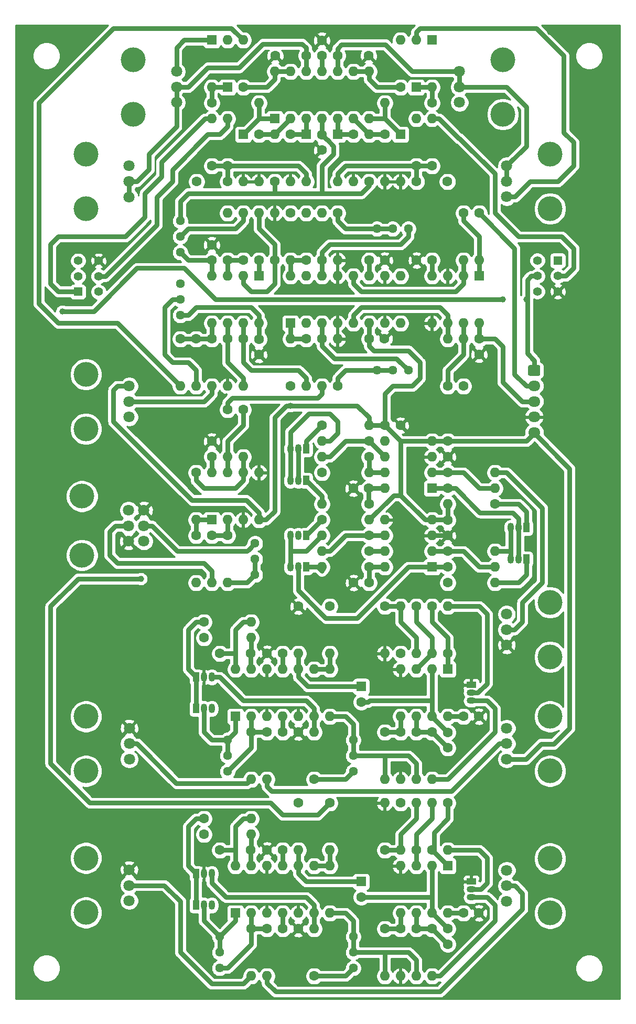
<source format=gbr>
G04 #@! TF.GenerationSoftware,KiCad,Pcbnew,(5.1.5)-3*
G04 #@! TF.CreationDate,2021-04-21T15:28:46+02:00*
G04 #@! TF.ProjectId,AnalogDrum_Metal,416e616c-6f67-4447-9275-6d5f4d657461,rev?*
G04 #@! TF.SameCoordinates,Original*
G04 #@! TF.FileFunction,Copper,L2,Bot*
G04 #@! TF.FilePolarity,Positive*
%FSLAX46Y46*%
G04 Gerber Fmt 4.6, Leading zero omitted, Abs format (unit mm)*
G04 Created by KiCad (PCBNEW (5.1.5)-3) date 2021-04-21 15:28:46*
%MOMM*%
%LPD*%
G04 APERTURE LIST*
%ADD10O,1.950000X1.700000*%
%ADD11C,0.100000*%
%ADD12C,4.000000*%
%ADD13C,1.800000*%
%ADD14C,1.600000*%
%ADD15O,1.600000X1.600000*%
%ADD16R,1.600000X1.600000*%
%ADD17C,1.400000*%
%ADD18R,1.400000X1.400000*%
%ADD19C,1.440000*%
%ADD20R,1.500000X1.050000*%
%ADD21O,1.500000X1.050000*%
%ADD22R,1.050000X1.500000*%
%ADD23O,1.050000X1.500000*%
%ADD24C,1.000000*%
%ADD25C,0.750000*%
%ADD26C,0.254000*%
G04 APERTURE END LIST*
D10*
X139700000Y-92550000D03*
X139700000Y-90050000D03*
X139700000Y-87550000D03*
X139700000Y-85050000D03*
G04 #@! TA.AperFunction,ComponentPad*
D11*
G36*
X140449504Y-81701204D02*
G01*
X140473773Y-81704804D01*
X140497571Y-81710765D01*
X140520671Y-81719030D01*
X140542849Y-81729520D01*
X140563893Y-81742133D01*
X140583598Y-81756747D01*
X140601777Y-81773223D01*
X140618253Y-81791402D01*
X140632867Y-81811107D01*
X140645480Y-81832151D01*
X140655970Y-81854329D01*
X140664235Y-81877429D01*
X140670196Y-81901227D01*
X140673796Y-81925496D01*
X140675000Y-81950000D01*
X140675000Y-83150000D01*
X140673796Y-83174504D01*
X140670196Y-83198773D01*
X140664235Y-83222571D01*
X140655970Y-83245671D01*
X140645480Y-83267849D01*
X140632867Y-83288893D01*
X140618253Y-83308598D01*
X140601777Y-83326777D01*
X140583598Y-83343253D01*
X140563893Y-83357867D01*
X140542849Y-83370480D01*
X140520671Y-83380970D01*
X140497571Y-83389235D01*
X140473773Y-83395196D01*
X140449504Y-83398796D01*
X140425000Y-83400000D01*
X138975000Y-83400000D01*
X138950496Y-83398796D01*
X138926227Y-83395196D01*
X138902429Y-83389235D01*
X138879329Y-83380970D01*
X138857151Y-83370480D01*
X138836107Y-83357867D01*
X138816402Y-83343253D01*
X138798223Y-83326777D01*
X138781747Y-83308598D01*
X138767133Y-83288893D01*
X138754520Y-83267849D01*
X138744030Y-83245671D01*
X138735765Y-83222571D01*
X138729804Y-83198773D01*
X138726204Y-83174504D01*
X138725000Y-83150000D01*
X138725000Y-81950000D01*
X138726204Y-81925496D01*
X138729804Y-81901227D01*
X138735765Y-81877429D01*
X138744030Y-81854329D01*
X138754520Y-81832151D01*
X138767133Y-81811107D01*
X138781747Y-81791402D01*
X138798223Y-81773223D01*
X138816402Y-81756747D01*
X138836107Y-81742133D01*
X138857151Y-81729520D01*
X138879329Y-81719030D01*
X138902429Y-81710765D01*
X138926227Y-81704804D01*
X138950496Y-81701204D01*
X138975000Y-81700000D01*
X140425000Y-81700000D01*
X140449504Y-81701204D01*
G37*
G04 #@! TD.AperFunction*
D12*
X142255000Y-56425000D03*
X142255000Y-47625000D03*
D13*
X135255000Y-54525000D03*
X135255000Y-52025000D03*
X135255000Y-49525000D03*
D12*
X67295000Y-47630000D03*
X67295000Y-56430000D03*
D13*
X74295000Y-49530000D03*
X74295000Y-52030000D03*
X74295000Y-54530000D03*
D12*
X142255000Y-170175000D03*
X142255000Y-161375000D03*
D13*
X135255000Y-168275000D03*
X135255000Y-165775000D03*
X135255000Y-163275000D03*
D12*
X67295000Y-161295000D03*
X67295000Y-170095000D03*
D13*
X74295000Y-163195000D03*
X74295000Y-165695000D03*
X74295000Y-168195000D03*
D12*
X134635000Y-41185000D03*
X134635000Y-32385000D03*
D13*
X127635000Y-39285000D03*
X127635000Y-36785000D03*
X127635000Y-34285000D03*
D12*
X74930000Y-32385000D03*
X74930000Y-41185000D03*
D13*
X81930000Y-34285000D03*
X81930000Y-36785000D03*
X81930000Y-39285000D03*
D12*
X142240000Y-128815000D03*
X142240000Y-120015000D03*
D13*
X135240000Y-126915000D03*
X135240000Y-124415000D03*
X135240000Y-121915000D03*
D12*
X67295000Y-83185000D03*
X67295000Y-91985000D03*
D13*
X74295000Y-85085000D03*
X74295000Y-87585000D03*
X74295000Y-90085000D03*
D12*
X66675000Y-102870000D03*
X66675000Y-112370000D03*
D13*
X76675000Y-105120000D03*
X76675000Y-107620000D03*
X76675000Y-110120000D03*
X74175000Y-105120000D03*
X74175000Y-107620000D03*
X74175000Y-110120000D03*
D12*
X142255000Y-147230000D03*
X142255000Y-138430000D03*
D13*
X135255000Y-145330000D03*
X135255000Y-142830000D03*
X135255000Y-140330000D03*
D12*
X67310000Y-138430000D03*
X67310000Y-147230000D03*
D13*
X74310000Y-140330000D03*
X74310000Y-142830000D03*
X74310000Y-145330000D03*
D14*
X88940000Y-160020000D03*
X93940000Y-160020000D03*
X112950000Y-31710000D03*
X107950000Y-31710000D03*
X125690000Y-52070000D03*
X120690000Y-52070000D03*
X97870000Y-31710000D03*
X102870000Y-31710000D03*
X85170000Y-52070000D03*
X90170000Y-52070000D03*
X88940000Y-128270000D03*
X93940000Y-128270000D03*
D15*
X91440000Y-162560000D03*
X106680000Y-170180000D03*
X93980000Y-162560000D03*
X104140000Y-170180000D03*
X96520000Y-162560000D03*
X101600000Y-170180000D03*
X99060000Y-162560000D03*
X99060000Y-170180000D03*
X101600000Y-162560000D03*
X96520000Y-170180000D03*
X104140000Y-162560000D03*
X93980000Y-170180000D03*
X106680000Y-162560000D03*
D16*
X91440000Y-170180000D03*
D17*
X140210000Y-69810000D03*
X140210000Y-67310000D03*
X140210000Y-64810000D03*
X143510000Y-69810000D03*
X143510000Y-67310000D03*
D18*
X143510000Y-64810000D03*
D15*
X125730000Y-170180000D03*
X118110000Y-162560000D03*
X123190000Y-170180000D03*
X120650000Y-162560000D03*
X120650000Y-170180000D03*
X123190000Y-162560000D03*
X118110000Y-170180000D03*
D16*
X125730000Y-162560000D03*
D15*
X97790000Y-34290000D03*
X113030000Y-41910000D03*
X100330000Y-34290000D03*
X110490000Y-41910000D03*
X102870000Y-34290000D03*
X107950000Y-41910000D03*
X105410000Y-34290000D03*
X105410000Y-41910000D03*
X107950000Y-34290000D03*
X102870000Y-41910000D03*
X110490000Y-34290000D03*
X100330000Y-41910000D03*
X113030000Y-34290000D03*
D16*
X97790000Y-41910000D03*
D15*
X115570000Y-114300000D03*
X123190000Y-106680000D03*
X115570000Y-111760000D03*
X123190000Y-109220000D03*
X115570000Y-109220000D03*
X123190000Y-111760000D03*
X115570000Y-106680000D03*
D16*
X123190000Y-114300000D03*
D15*
X115570000Y-101600000D03*
X123190000Y-93980000D03*
X115570000Y-99060000D03*
X123190000Y-96520000D03*
X115570000Y-96520000D03*
X123190000Y-99060000D03*
X115570000Y-93980000D03*
D16*
X123190000Y-101600000D03*
D15*
X130810000Y-74930000D03*
X123190000Y-67310000D03*
X128270000Y-74930000D03*
X125730000Y-67310000D03*
X125730000Y-74930000D03*
X128270000Y-67310000D03*
X123190000Y-74930000D03*
D16*
X130810000Y-67310000D03*
D15*
X100330000Y-67310000D03*
X118110000Y-74930000D03*
X102870000Y-67310000D03*
X115570000Y-74930000D03*
X105410000Y-67310000D03*
X113030000Y-74930000D03*
X107950000Y-67310000D03*
X110490000Y-74930000D03*
X110490000Y-67310000D03*
X107950000Y-74930000D03*
X113030000Y-67310000D03*
X105410000Y-74930000D03*
X115570000Y-67310000D03*
X102870000Y-74930000D03*
X118110000Y-67310000D03*
D16*
X100330000Y-74930000D03*
D15*
X95250000Y-74930000D03*
X87630000Y-67310000D03*
X92710000Y-74930000D03*
X90170000Y-67310000D03*
X90170000Y-74930000D03*
X92710000Y-67310000D03*
X87630000Y-74930000D03*
D16*
X95250000Y-67310000D03*
D15*
X87630000Y-99060000D03*
X95250000Y-106680000D03*
X90170000Y-99060000D03*
X92710000Y-106680000D03*
X92710000Y-99060000D03*
X90170000Y-106680000D03*
X95250000Y-99060000D03*
D16*
X87630000Y-106680000D03*
D15*
X125730000Y-138430000D03*
X118110000Y-130810000D03*
X123190000Y-138430000D03*
X120650000Y-130810000D03*
X120650000Y-138430000D03*
X123190000Y-130810000D03*
X118110000Y-138430000D03*
D16*
X125730000Y-130810000D03*
D15*
X91440000Y-130810000D03*
X106680000Y-138430000D03*
X93980000Y-130810000D03*
X104140000Y-138430000D03*
X96520000Y-130810000D03*
X101600000Y-138430000D03*
X99060000Y-130810000D03*
X99060000Y-138430000D03*
X101600000Y-130810000D03*
X96520000Y-138430000D03*
X104140000Y-130810000D03*
X93980000Y-138430000D03*
X106680000Y-130810000D03*
D16*
X91440000Y-138430000D03*
D17*
X69340000Y-64850000D03*
X69340000Y-67350000D03*
X69340000Y-69850000D03*
X66040000Y-64850000D03*
X66040000Y-67350000D03*
D18*
X66040000Y-69850000D03*
D19*
X110490000Y-173990000D03*
X110490000Y-176530000D03*
X110490000Y-179070000D03*
X88900000Y-173990000D03*
X88900000Y-176530000D03*
X88900000Y-179070000D03*
X114300000Y-59690000D03*
X116840000Y-59690000D03*
X119380000Y-59690000D03*
X114300000Y-82550000D03*
X116840000Y-82550000D03*
X119380000Y-82550000D03*
X82550000Y-63500000D03*
X82550000Y-60960000D03*
X82550000Y-58420000D03*
X82550000Y-68580000D03*
X82550000Y-71120000D03*
X82550000Y-73660000D03*
X94615000Y-115570000D03*
X94615000Y-113030000D03*
X94615000Y-110490000D03*
X110490000Y-142240000D03*
X110490000Y-144780000D03*
X110490000Y-147320000D03*
X90170000Y-142240000D03*
X90170000Y-144780000D03*
X90170000Y-147320000D03*
D15*
X125730000Y-160020000D03*
D14*
X125730000Y-152400000D03*
D15*
X123190000Y-152400000D03*
D14*
X123190000Y-160020000D03*
D15*
X93980000Y-154940000D03*
D14*
X86360000Y-154940000D03*
D15*
X115570000Y-152400000D03*
D14*
X115570000Y-160020000D03*
D15*
X123190000Y-180340000D03*
D14*
X123190000Y-172720000D03*
D15*
X118110000Y-180340000D03*
D14*
X118110000Y-172720000D03*
D15*
X120650000Y-152400000D03*
D14*
X120650000Y-160020000D03*
D15*
X115570000Y-180340000D03*
D14*
X115570000Y-172720000D03*
D15*
X96520000Y-180340000D03*
D14*
X96520000Y-172720000D03*
D15*
X101600000Y-160020000D03*
D14*
X101600000Y-152400000D03*
D15*
X106680000Y-160020000D03*
D14*
X106680000Y-152400000D03*
D15*
X120650000Y-180340000D03*
D14*
X120650000Y-172720000D03*
D15*
X104140000Y-172720000D03*
D14*
X104140000Y-180340000D03*
D15*
X93980000Y-157480000D03*
D14*
X86360000Y-157480000D03*
D15*
X93980000Y-180340000D03*
D14*
X93980000Y-172720000D03*
D15*
X118110000Y-160020000D03*
D14*
X118110000Y-152400000D03*
D15*
X115570000Y-52070000D03*
D14*
X115570000Y-44450000D03*
D15*
X110490000Y-52070000D03*
D14*
X110490000Y-44450000D03*
D15*
X123190000Y-41910000D03*
D14*
X123190000Y-49530000D03*
D15*
X118110000Y-29210000D03*
D14*
X118110000Y-36830000D03*
D15*
X115570000Y-39370000D03*
D14*
X123190000Y-39370000D03*
D15*
X120650000Y-41910000D03*
D14*
X120650000Y-49530000D03*
D15*
X113030000Y-44450000D03*
D14*
X113030000Y-52070000D03*
D15*
X95250000Y-52070000D03*
D14*
X95250000Y-44450000D03*
D15*
X100330000Y-52070000D03*
D14*
X100330000Y-44450000D03*
D15*
X90170000Y-41910000D03*
D14*
X90170000Y-49530000D03*
D15*
X92710000Y-29210000D03*
D14*
X92710000Y-36830000D03*
D15*
X95250000Y-39370000D03*
D14*
X87630000Y-39370000D03*
D15*
X87630000Y-41910000D03*
D14*
X87630000Y-49530000D03*
D15*
X97790000Y-44450000D03*
D14*
X97790000Y-52070000D03*
D15*
X113030000Y-91440000D03*
D14*
X105410000Y-91440000D03*
D15*
X113030000Y-106680000D03*
D14*
X105410000Y-106680000D03*
D15*
X125730000Y-104140000D03*
D14*
X133350000Y-104140000D03*
D15*
X113030000Y-99060000D03*
D14*
X105410000Y-99060000D03*
D15*
X105410000Y-93980000D03*
D14*
X113030000Y-93980000D03*
D15*
X105410000Y-109220000D03*
D14*
X113030000Y-109220000D03*
D15*
X133350000Y-111760000D03*
D14*
X125730000Y-111760000D03*
D15*
X133350000Y-99060000D03*
D14*
X125730000Y-99060000D03*
D15*
X105410000Y-96520000D03*
D14*
X113030000Y-96520000D03*
D15*
X105410000Y-111760000D03*
D14*
X113030000Y-111760000D03*
D15*
X133350000Y-114300000D03*
D14*
X125730000Y-114300000D03*
D15*
X133350000Y-101600000D03*
D14*
X125730000Y-101600000D03*
D15*
X105410000Y-104140000D03*
D14*
X113030000Y-104140000D03*
D15*
X105410000Y-114300000D03*
D14*
X113030000Y-114300000D03*
D15*
X133350000Y-116840000D03*
D14*
X125730000Y-116840000D03*
D15*
X107950000Y-64770000D03*
D14*
X107950000Y-57150000D03*
D15*
X107950000Y-77470000D03*
D14*
X107950000Y-85090000D03*
D15*
X130810000Y-64770000D03*
D14*
X130810000Y-57150000D03*
D15*
X128270000Y-77470000D03*
D14*
X128270000Y-85090000D03*
D15*
X105410000Y-57150000D03*
D14*
X105410000Y-64770000D03*
D15*
X105410000Y-85090000D03*
D14*
X105410000Y-77470000D03*
D15*
X128270000Y-64770000D03*
D14*
X128270000Y-57150000D03*
D15*
X125730000Y-77470000D03*
D14*
X125730000Y-85090000D03*
D15*
X97790000Y-57150000D03*
D14*
X97790000Y-64770000D03*
D15*
X90170000Y-85090000D03*
D14*
X90170000Y-77470000D03*
D15*
X95250000Y-57150000D03*
D14*
X95250000Y-64770000D03*
D15*
X92710000Y-85090000D03*
D14*
X92710000Y-77470000D03*
D15*
X100330000Y-64770000D03*
D14*
X100330000Y-57150000D03*
D15*
X102870000Y-57150000D03*
D14*
X102870000Y-64770000D03*
D15*
X100330000Y-77470000D03*
D14*
X100330000Y-85090000D03*
D15*
X102870000Y-85090000D03*
D14*
X102870000Y-77470000D03*
D15*
X90170000Y-57150000D03*
D14*
X90170000Y-64770000D03*
D15*
X82550000Y-85090000D03*
D14*
X82550000Y-77470000D03*
D15*
X92710000Y-57150000D03*
D14*
X92710000Y-64770000D03*
D15*
X87630000Y-85090000D03*
D14*
X87630000Y-77470000D03*
D15*
X85090000Y-85090000D03*
D14*
X85090000Y-77470000D03*
D15*
X90170000Y-96520000D03*
D14*
X90170000Y-88900000D03*
D15*
X85090000Y-106680000D03*
D14*
X85090000Y-99060000D03*
D15*
X90170000Y-116840000D03*
D14*
X90170000Y-109220000D03*
D15*
X92710000Y-96520000D03*
D14*
X92710000Y-88900000D03*
D15*
X85090000Y-116840000D03*
D14*
X85090000Y-109220000D03*
D15*
X87630000Y-116840000D03*
D14*
X87630000Y-109220000D03*
D15*
X125730000Y-120650000D03*
D14*
X125730000Y-128270000D03*
D15*
X123190000Y-128270000D03*
D14*
X123190000Y-120650000D03*
D15*
X93980000Y-123190000D03*
D14*
X86360000Y-123190000D03*
D15*
X115570000Y-128270000D03*
D14*
X115570000Y-120650000D03*
D15*
X123190000Y-148590000D03*
D14*
X123190000Y-140970000D03*
D15*
X118110000Y-148590000D03*
D14*
X118110000Y-140970000D03*
D15*
X120650000Y-128270000D03*
D14*
X120650000Y-120650000D03*
D15*
X115570000Y-148590000D03*
D14*
X115570000Y-140970000D03*
D15*
X96520000Y-148590000D03*
D14*
X96520000Y-140970000D03*
D15*
X101600000Y-128270000D03*
D14*
X101600000Y-120650000D03*
D15*
X106680000Y-128270000D03*
D14*
X106680000Y-120650000D03*
D15*
X120650000Y-148590000D03*
D14*
X120650000Y-140970000D03*
D15*
X104140000Y-140970000D03*
D14*
X104140000Y-148590000D03*
D15*
X93980000Y-125730000D03*
D14*
X86360000Y-125730000D03*
D15*
X93980000Y-148590000D03*
D14*
X93980000Y-140970000D03*
D15*
X118110000Y-120650000D03*
D14*
X118110000Y-128270000D03*
D20*
X129540000Y-165100000D03*
D21*
X129540000Y-167640000D03*
X129540000Y-166370000D03*
D22*
X85090000Y-163830000D03*
D23*
X87630000Y-163830000D03*
X86360000Y-163830000D03*
D22*
X85090000Y-168910000D03*
D23*
X87630000Y-168910000D03*
X86360000Y-168910000D03*
D22*
X102870000Y-95250000D03*
D23*
X100330000Y-95250000D03*
X101600000Y-95250000D03*
D22*
X102870000Y-109220000D03*
D23*
X100330000Y-109220000D03*
X101600000Y-109220000D03*
D22*
X138430000Y-107950000D03*
D23*
X135890000Y-107950000D03*
X137160000Y-107950000D03*
D22*
X102870000Y-100330000D03*
D23*
X100330000Y-100330000D03*
X101600000Y-100330000D03*
D22*
X102870000Y-114300000D03*
D23*
X100330000Y-114300000D03*
X101600000Y-114300000D03*
D22*
X138430000Y-113030000D03*
D23*
X135890000Y-113030000D03*
X137160000Y-113030000D03*
D20*
X129540000Y-133350000D03*
D21*
X129540000Y-135890000D03*
X129540000Y-134620000D03*
D22*
X85090000Y-132080000D03*
D23*
X87630000Y-132080000D03*
X86360000Y-132080000D03*
D22*
X85090000Y-137160000D03*
D23*
X87630000Y-137160000D03*
X86360000Y-137160000D03*
D15*
X118110000Y-52070000D03*
D16*
X118110000Y-44450000D03*
D15*
X120650000Y-29210000D03*
D16*
X120650000Y-36830000D03*
D15*
X107950000Y-52070000D03*
D16*
X107950000Y-44450000D03*
D15*
X123190000Y-36830000D03*
D16*
X123190000Y-29210000D03*
D15*
X92710000Y-52070000D03*
D16*
X92710000Y-44450000D03*
D15*
X90170000Y-29210000D03*
D16*
X90170000Y-36830000D03*
D15*
X102870000Y-52070000D03*
D16*
X102870000Y-44450000D03*
D15*
X87630000Y-36830000D03*
D16*
X87630000Y-29210000D03*
D14*
X111760000Y-167600000D03*
D16*
X111760000Y-165100000D03*
D14*
X111760000Y-136100225D03*
D16*
X111760000Y-133600225D03*
D14*
X99060000Y-160020000D03*
X96560000Y-160020000D03*
X101600000Y-172720000D03*
X99100000Y-172720000D03*
X130770000Y-170180000D03*
X128270000Y-170180000D03*
X105410000Y-31750000D03*
X105410000Y-29250000D03*
X105410000Y-46990000D03*
X105410000Y-44490000D03*
X125730000Y-106720000D03*
X125730000Y-109220000D03*
X125730000Y-93980000D03*
X125730000Y-96480000D03*
X110490000Y-101600000D03*
X112990000Y-101600000D03*
X110530000Y-116840000D03*
X113030000Y-116840000D03*
X113030000Y-77470000D03*
X115530000Y-77470000D03*
X123190000Y-64770000D03*
X120690000Y-64770000D03*
X87630000Y-64770000D03*
X87630000Y-62270000D03*
X115570000Y-64770000D03*
X113070000Y-64770000D03*
X130810000Y-79970000D03*
X130810000Y-77470000D03*
X95250000Y-80010000D03*
X95250000Y-77510000D03*
X115610000Y-91440000D03*
X118110000Y-91440000D03*
X87630000Y-93980000D03*
X87630000Y-96480000D03*
X99060000Y-128270000D03*
X96560000Y-128270000D03*
X101600000Y-140970000D03*
X99100000Y-140970000D03*
X130770000Y-138430000D03*
X128270000Y-138430000D03*
X125730000Y-172720000D03*
X125730000Y-175220000D03*
X125730000Y-141010000D03*
X125730000Y-143510000D03*
D24*
X57150000Y-27940000D03*
X57150000Y-38100000D03*
X57150000Y-48260000D03*
X57150000Y-58420000D03*
X57150000Y-68580000D03*
X57150000Y-78740000D03*
X57150000Y-88900000D03*
X57150000Y-99060000D03*
X57150000Y-109220000D03*
X57150000Y-119380000D03*
X57150000Y-129540000D03*
X57150000Y-139700000D03*
X57150000Y-149860000D03*
X57150000Y-160020000D03*
X57150000Y-170180000D03*
X57150000Y-182880000D03*
X67310000Y-182880000D03*
X77470000Y-182880000D03*
X67310000Y-27940000D03*
X152400000Y-27940000D03*
X142240000Y-27940000D03*
X152400000Y-38100000D03*
X152400000Y-48260000D03*
X152400000Y-58420000D03*
X152400000Y-68580000D03*
X152400000Y-78740000D03*
X152400000Y-88900000D03*
X152400000Y-99060000D03*
X152400000Y-109220000D03*
X152400000Y-119380000D03*
X152400000Y-129540000D03*
X152400000Y-139700000D03*
X152400000Y-149860000D03*
X152400000Y-160020000D03*
X152400000Y-170180000D03*
X152400000Y-182880000D03*
X142240000Y-182880000D03*
X132080000Y-182880000D03*
X100330000Y-88265000D03*
X134620000Y-71120000D03*
X138430000Y-71120000D03*
X63500000Y-73025000D03*
X76200000Y-116205000D03*
D25*
X113101595Y-135890000D02*
X123190000Y-135890000D01*
X112891370Y-136100225D02*
X113101595Y-135890000D01*
X111760000Y-136100225D02*
X112891370Y-136100225D01*
X123190000Y-130810000D02*
X123190000Y-135890000D01*
X123190000Y-135890000D02*
X123190000Y-138430000D01*
X123190000Y-138470000D02*
X125730000Y-141010000D01*
X123190000Y-138430000D02*
X123190000Y-138470000D01*
X120650000Y-138430000D02*
X120650000Y-140970000D01*
X120650000Y-140970000D02*
X123190000Y-140970000D01*
X123190000Y-140970000D02*
X125730000Y-143510000D01*
X111760000Y-167600000D02*
X123150000Y-167600000D01*
X123190000Y-167640000D02*
X123190000Y-170180000D01*
X123150000Y-167600000D02*
X123190000Y-167640000D01*
X123190000Y-162560000D02*
X123190000Y-167640000D01*
X123190000Y-170180000D02*
X125730000Y-172720000D01*
X120650000Y-170180000D02*
X120650000Y-172720000D01*
X120650000Y-172720000D02*
X123190000Y-172720000D01*
X123230000Y-172720000D02*
X125730000Y-175220000D01*
X123190000Y-172720000D02*
X123230000Y-172720000D01*
X93980000Y-123190000D02*
X92710000Y-123190000D01*
X91440000Y-124460000D02*
X91440000Y-128270000D01*
X92710000Y-123190000D02*
X91440000Y-124460000D01*
X91440000Y-128270000D02*
X91440000Y-130810000D01*
X90071370Y-128270000D02*
X91440000Y-128270000D01*
X88940000Y-128270000D02*
X90071370Y-128270000D01*
X105410000Y-41910000D02*
X105410000Y-44490000D01*
X113070000Y-67270000D02*
X113030000Y-67310000D01*
X113070000Y-64770000D02*
X113070000Y-67270000D01*
X95250000Y-74930000D02*
X95250000Y-77510000D01*
X130810000Y-74930000D02*
X130810000Y-77470000D01*
X87630000Y-96480000D02*
X87630000Y-99060000D01*
X115570000Y-101600000D02*
X112990000Y-101600000D01*
X112990000Y-104100000D02*
X113030000Y-104140000D01*
X112990000Y-101600000D02*
X112990000Y-104100000D01*
X99060000Y-140930000D02*
X99100000Y-140970000D01*
X99060000Y-138430000D02*
X99060000Y-140930000D01*
X128270000Y-138430000D02*
X125730000Y-138430000D01*
X125730000Y-170180000D02*
X128270000Y-170180000D01*
X99060000Y-172680000D02*
X99100000Y-172720000D01*
X99060000Y-170180000D02*
X99060000Y-172680000D01*
X105410000Y-53975000D02*
X111760000Y-53975000D01*
X111760000Y-53975000D02*
X113030000Y-52705000D01*
X105410000Y-44490000D02*
X106209999Y-45289999D01*
X113030000Y-52705000D02*
X113030000Y-52070000D01*
X106249999Y-45289999D02*
X107315000Y-46355000D01*
X106209999Y-45289999D02*
X106249999Y-45289999D01*
X107315000Y-46355000D02*
X107315000Y-47625000D01*
X105410000Y-49530000D02*
X105410000Y-53975000D01*
X107315000Y-47625000D02*
X105410000Y-49530000D01*
X83820000Y-53975000D02*
X82550000Y-55245000D01*
X82550000Y-55245000D02*
X82550000Y-58420000D01*
X97790000Y-52070000D02*
X97790000Y-53975000D01*
X97790000Y-53975000D02*
X83820000Y-53975000D01*
X99060000Y-53975000D02*
X105410000Y-53975000D01*
X97790000Y-53975000D02*
X99060000Y-53975000D01*
X130810000Y-77470000D02*
X133350000Y-77470000D01*
X133350000Y-77470000D02*
X134620000Y-78740000D01*
X134620000Y-78740000D02*
X134620000Y-84455000D01*
X137795000Y-87630000D02*
X139700000Y-87630000D01*
X134620000Y-84455000D02*
X137795000Y-87630000D01*
X82550000Y-73660000D02*
X83820000Y-73660000D01*
X83820000Y-73660000D02*
X85090000Y-72390000D01*
X85090000Y-72390000D02*
X93980000Y-72390000D01*
X95250000Y-73660000D02*
X95250000Y-74930000D01*
X93980000Y-72390000D02*
X95250000Y-73660000D01*
X115570000Y-114300000D02*
X113030000Y-114300000D01*
X113030000Y-114300000D02*
X113030000Y-116840000D01*
X123190000Y-109220000D02*
X125730000Y-109220000D01*
X105410000Y-31750000D02*
X105410000Y-34290000D01*
X87630000Y-64770000D02*
X87630000Y-67310000D01*
X123190000Y-64770000D02*
X123190000Y-67310000D01*
X125690000Y-106680000D02*
X125730000Y-106720000D01*
X123190000Y-106680000D02*
X125690000Y-106680000D01*
X125730000Y-104140000D02*
X125730000Y-106720000D01*
X99060000Y-128270000D02*
X99060000Y-130810000D01*
X99060000Y-160020000D02*
X99060000Y-162560000D01*
X113030000Y-91440000D02*
X115610000Y-91440000D01*
X123190000Y-93980000D02*
X125730000Y-93980000D01*
X116409999Y-92239999D02*
X116409999Y-92279999D01*
X115610000Y-91440000D02*
X116409999Y-92239999D01*
X118110000Y-93980000D02*
X123190000Y-93980000D01*
X116409999Y-92279999D02*
X118110000Y-93980000D01*
X122058630Y-106680000D02*
X118110000Y-102731370D01*
X118110000Y-102731370D02*
X118110000Y-93980000D01*
X123190000Y-106680000D02*
X122058630Y-106680000D01*
X83820000Y-64770000D02*
X87630000Y-64770000D01*
X82550000Y-63500000D02*
X83820000Y-64770000D01*
X113030000Y-74930000D02*
X113030000Y-77470000D01*
X116978630Y-102731370D02*
X118110000Y-102731370D01*
X113030000Y-106680000D02*
X116978630Y-102731370D01*
X113030000Y-90170000D02*
X113030000Y-91440000D01*
X111125000Y-88265000D02*
X113030000Y-90170000D01*
X95250000Y-106680000D02*
X96381370Y-106680000D01*
X97790000Y-105271370D02*
X97790000Y-90170000D01*
X96381370Y-106680000D02*
X97790000Y-105271370D01*
X97790000Y-90170000D02*
X99695000Y-88265000D01*
X99695000Y-88265000D02*
X100330000Y-88265000D01*
X113030000Y-78601370D02*
X113803630Y-79375000D01*
X113030000Y-77470000D02*
X113030000Y-78601370D01*
X113803630Y-79375000D02*
X119380000Y-79375000D01*
X119380000Y-79375000D02*
X121285000Y-81280000D01*
X121285000Y-81280000D02*
X121285000Y-83820000D01*
X121285000Y-83820000D02*
X120015000Y-85090000D01*
X120015000Y-85090000D02*
X116840000Y-85090000D01*
X115610000Y-86320000D02*
X115610000Y-91440000D01*
X116840000Y-85090000D02*
X115610000Y-86320000D01*
X100330000Y-88265000D02*
X111125000Y-88265000D01*
X139700000Y-92710000D02*
X138430000Y-93980000D01*
X138430000Y-93980000D02*
X125730000Y-93980000D01*
X145415000Y-98425000D02*
X139700000Y-92710000D01*
X138345000Y-145330000D02*
X140800000Y-142875000D01*
X135255000Y-145330000D02*
X138345000Y-145330000D01*
X140800000Y-142875000D02*
X142875000Y-142875000D01*
X145415000Y-140335000D02*
X145415000Y-98425000D01*
X142875000Y-142875000D02*
X145415000Y-140335000D01*
X72395000Y-85085000D02*
X74295000Y-85085000D01*
X71755000Y-85725000D02*
X72395000Y-85085000D01*
X95250000Y-105548630D02*
X93206370Y-103505000D01*
X93206370Y-103505000D02*
X84455000Y-103505000D01*
X84455000Y-103505000D02*
X71755000Y-90805000D01*
X95250000Y-106680000D02*
X95250000Y-105548630D01*
X71755000Y-90805000D02*
X71755000Y-85725000D01*
X90170000Y-49530000D02*
X101600000Y-49530000D01*
X102870000Y-50800000D02*
X102870000Y-52070000D01*
X101600000Y-49530000D02*
X102870000Y-50800000D01*
X90170000Y-49530000D02*
X90170000Y-52070000D01*
X87630000Y-49530000D02*
X90170000Y-49530000D01*
X102870000Y-31710000D02*
X102870000Y-34290000D01*
X102870000Y-31710000D02*
X102870000Y-30480000D01*
X102870000Y-30480000D02*
X102235000Y-29845000D01*
X102235000Y-29845000D02*
X95885000Y-29845000D01*
X95885000Y-29845000D02*
X92075000Y-33655000D01*
X92075000Y-33655000D02*
X86995000Y-33655000D01*
X86995000Y-33655000D02*
X83820000Y-36830000D01*
X83775000Y-36785000D02*
X81930000Y-36785000D01*
X83820000Y-36830000D02*
X83775000Y-36785000D01*
X81930000Y-36785000D02*
X81930000Y-39285000D01*
X74295000Y-52030000D02*
X74295000Y-54530000D01*
X74295000Y-52030000D02*
X75525000Y-52030000D01*
X75525000Y-52030000D02*
X77470000Y-50085000D01*
X77470000Y-50085000D02*
X77470000Y-47625000D01*
X81930000Y-43165000D02*
X81930000Y-39285000D01*
X77470000Y-47625000D02*
X81930000Y-43165000D01*
X123190000Y-49530000D02*
X120650000Y-49530000D01*
X120650000Y-49530000D02*
X109220000Y-49530000D01*
X107950000Y-50800000D02*
X107950000Y-52070000D01*
X109220000Y-49530000D02*
X107950000Y-50800000D01*
X120690000Y-49570000D02*
X120650000Y-49530000D01*
X120690000Y-52070000D02*
X120690000Y-49570000D01*
X107950000Y-31710000D02*
X107950000Y-34290000D01*
X107950000Y-30578630D02*
X108585000Y-29943630D01*
X107950000Y-31710000D02*
X107950000Y-30578630D01*
X108585000Y-29943630D02*
X115668630Y-29943630D01*
X120010000Y-34285000D02*
X127635000Y-34285000D01*
X115668630Y-29943630D02*
X120010000Y-34285000D01*
X127635000Y-34285000D02*
X127635000Y-36785000D01*
X135255000Y-52025000D02*
X135255000Y-49525000D01*
X127635000Y-36785000D02*
X135210000Y-36785000D01*
X135210000Y-36785000D02*
X138430000Y-40005000D01*
X138430000Y-46350000D02*
X135255000Y-49525000D01*
X138430000Y-40005000D02*
X138430000Y-46350000D01*
X93980000Y-154940000D02*
X92710000Y-154940000D01*
X91440000Y-156210000D02*
X91440000Y-160020000D01*
X92710000Y-154940000D02*
X91440000Y-156210000D01*
X91440000Y-160020000D02*
X91440000Y-162560000D01*
X88940000Y-160020000D02*
X91440000Y-160020000D01*
X101600000Y-128270000D02*
X101600000Y-130810000D01*
X101600000Y-130810000D02*
X101600000Y-132080000D01*
X103120225Y-133600225D02*
X111760000Y-133600225D01*
X101600000Y-132080000D02*
X103120225Y-133600225D01*
X101600000Y-160020000D02*
X101600000Y-162560000D01*
X101600000Y-162560000D02*
X101600000Y-163830000D01*
X102870000Y-165100000D02*
X111760000Y-165100000D01*
X101600000Y-163830000D02*
X102870000Y-165100000D01*
X90170000Y-36830000D02*
X87630000Y-36830000D01*
X87630000Y-36830000D02*
X87630000Y-39370000D01*
X87630000Y-29210000D02*
X83185000Y-29210000D01*
X81930000Y-30465000D02*
X81930000Y-34285000D01*
X83185000Y-29210000D02*
X81930000Y-30465000D01*
X100330000Y-44450000D02*
X102870000Y-44450000D01*
X102870000Y-44450000D02*
X102870000Y-41910000D01*
X95250000Y-41910000D02*
X97790000Y-41910000D01*
X92710000Y-44450000D02*
X95250000Y-41910000D01*
X95250000Y-39370000D02*
X95250000Y-41910000D01*
X120650000Y-36830000D02*
X123190000Y-36830000D01*
X123190000Y-36830000D02*
X123190000Y-39370000D01*
X107950000Y-41910000D02*
X107950000Y-44450000D01*
X107950000Y-44450000D02*
X110490000Y-44450000D01*
X136610000Y-54525000D02*
X135255000Y-54525000D01*
X139065000Y-52070000D02*
X136610000Y-54525000D01*
X146050000Y-49530000D02*
X143510000Y-52070000D01*
X146050000Y-45720000D02*
X146050000Y-49530000D01*
X144458998Y-44128998D02*
X146050000Y-45720000D01*
X143510000Y-52070000D02*
X139065000Y-52070000D01*
X120650000Y-27940000D02*
X121285000Y-27305000D01*
X144458998Y-31750000D02*
X144458998Y-44128998D01*
X121285000Y-27305000D02*
X140013998Y-27305000D01*
X120650000Y-29210000D02*
X120650000Y-27940000D01*
X140013998Y-27305000D02*
X144458998Y-31750000D01*
X115570000Y-41910000D02*
X118110000Y-44450000D01*
X113030000Y-41910000D02*
X115570000Y-41910000D01*
X115570000Y-40640000D02*
X115570000Y-39370000D01*
X115570000Y-41910000D02*
X115570000Y-40640000D01*
X138430000Y-85090000D02*
X139700000Y-85090000D01*
X136525000Y-83185000D02*
X138430000Y-85090000D01*
X130810000Y-57150000D02*
X136525000Y-62865000D01*
X136525000Y-62865000D02*
X136525000Y-83185000D01*
X139220051Y-67310000D02*
X138585051Y-67945000D01*
X140210000Y-67310000D02*
X139220051Y-67310000D01*
X139700000Y-80950000D02*
X139700000Y-82550000D01*
X138585051Y-79835051D02*
X139700000Y-80950000D01*
X138585051Y-67945000D02*
X138585051Y-70964949D01*
X138585051Y-70964949D02*
X138585051Y-79835051D01*
X134620000Y-71120000D02*
X88265000Y-71120000D01*
X88265000Y-71120000D02*
X83185000Y-66040000D01*
X83185000Y-66040000D02*
X75565000Y-66040000D01*
X68580000Y-73025000D02*
X75565000Y-66040000D01*
X63500000Y-73025000D02*
X68580000Y-73025000D01*
X85090000Y-137160000D02*
X85090000Y-132080000D01*
X83820000Y-130810000D02*
X85090000Y-132080000D01*
X83820000Y-124460000D02*
X83820000Y-130810000D01*
X86360000Y-123190000D02*
X85090000Y-123190000D01*
X85090000Y-123190000D02*
X83820000Y-124460000D01*
X87630000Y-142240000D02*
X90170000Y-142240000D01*
X86360000Y-137160000D02*
X86360000Y-140970000D01*
X86360000Y-140970000D02*
X87630000Y-142240000D01*
X90170000Y-142240000D02*
X90170000Y-144780000D01*
X90170000Y-142240000D02*
X91440000Y-140970000D01*
X91440000Y-140970000D02*
X91440000Y-138430000D01*
X104140000Y-138430000D02*
X104140000Y-140970000D01*
X88905000Y-132080000D02*
X92715000Y-135890000D01*
X87630000Y-132080000D02*
X88905000Y-132080000D01*
X92715000Y-135890000D02*
X102870000Y-135890000D01*
X104140000Y-137160000D02*
X104140000Y-138430000D01*
X102870000Y-135890000D02*
X104140000Y-137160000D01*
X132080000Y-135890000D02*
X129540000Y-135890000D01*
X133350000Y-137160000D02*
X132080000Y-135890000D01*
X123190000Y-148590000D02*
X125730000Y-148590000D01*
X133350000Y-140970000D02*
X133350000Y-137160000D01*
X125730000Y-148590000D02*
X133350000Y-140970000D01*
X130580002Y-134620000D02*
X132080000Y-133120002D01*
X129540000Y-134620000D02*
X130580002Y-134620000D01*
X132080000Y-133120002D02*
X132080000Y-121920000D01*
X130810000Y-120650000D02*
X125730000Y-120650000D01*
X132080000Y-121920000D02*
X130810000Y-120650000D01*
X133350000Y-116840000D02*
X137160000Y-116840000D01*
X138430000Y-115570000D02*
X138430000Y-113030000D01*
X137160000Y-116840000D02*
X138430000Y-115570000D01*
X135890000Y-107950000D02*
X135890000Y-113030000D01*
X133350000Y-111760000D02*
X135890000Y-111760000D01*
X135890000Y-111760000D02*
X135890000Y-110490000D01*
X123190000Y-101600000D02*
X125730000Y-101600000D01*
X136225001Y-105515001D02*
X137160000Y-106450000D01*
X137160000Y-106450000D02*
X137160000Y-107950000D01*
X130915001Y-105515001D02*
X136225001Y-105515001D01*
X127000000Y-101600000D02*
X130915001Y-105515001D01*
X125730000Y-101600000D02*
X127000000Y-101600000D01*
X137160000Y-107950000D02*
X137160000Y-113030000D01*
X104775000Y-114300000D02*
X105410000Y-114935000D01*
X102870000Y-114300000D02*
X104775000Y-114300000D01*
X105410000Y-109220000D02*
X102870000Y-111760000D01*
X102870000Y-111760000D02*
X100330000Y-111760000D01*
X100330000Y-111760000D02*
X100330000Y-109220000D01*
X100330000Y-114300000D02*
X100330000Y-111760000D01*
X125730000Y-114300000D02*
X123190000Y-114300000D01*
X101600000Y-114300000D02*
X101600000Y-116840000D01*
X106045000Y-122555000D02*
X111125000Y-122555000D01*
X119380000Y-114300000D02*
X123190000Y-114300000D01*
X101600000Y-116840000D02*
X101600000Y-118110000D01*
X111125000Y-122555000D02*
X119380000Y-114300000D01*
X101600000Y-118110000D02*
X106045000Y-122555000D01*
X105410000Y-102870000D02*
X102870000Y-100330000D01*
X105410000Y-104140000D02*
X105410000Y-102870000D01*
X100330000Y-92480000D02*
X103275000Y-89535000D01*
X100330000Y-93980000D02*
X100330000Y-92480000D01*
X103275000Y-89535000D02*
X106680000Y-89535000D01*
X106680000Y-89535000D02*
X107950000Y-90805000D01*
X107950000Y-90805000D02*
X107950000Y-92710000D01*
X106680000Y-93980000D02*
X105410000Y-93980000D01*
X107950000Y-92710000D02*
X106680000Y-93980000D01*
X100330000Y-93980000D02*
X100330000Y-95250000D01*
X100330000Y-95250000D02*
X100330000Y-100330000D01*
X115570000Y-111760000D02*
X113030000Y-111760000D01*
X101600000Y-95250000D02*
X101600000Y-100330000D01*
X133350000Y-104140000D02*
X137160000Y-104140000D01*
X138430000Y-105410000D02*
X138430000Y-107950000D01*
X137160000Y-104140000D02*
X138430000Y-105410000D01*
X102870000Y-109220000D02*
X105410000Y-106680000D01*
X102870000Y-93980000D02*
X105410000Y-91440000D01*
X102870000Y-93980000D02*
X102870000Y-95250000D01*
X85090000Y-168910000D02*
X85090000Y-163830000D01*
X86360000Y-154940000D02*
X85090000Y-154940000D01*
X85090000Y-154940000D02*
X83820000Y-156210000D01*
X83820000Y-156210000D02*
X83820000Y-161060000D01*
X83820000Y-161060000D02*
X83820000Y-162560000D01*
X83820000Y-162560000D02*
X85090000Y-163830000D01*
X86360000Y-171450000D02*
X88900000Y-173990000D01*
X86360000Y-168910000D02*
X86360000Y-171450000D01*
X91440000Y-171450000D02*
X88900000Y-173990000D01*
X91440000Y-170180000D02*
X91440000Y-171450000D01*
X88900000Y-173990000D02*
X88900000Y-176530000D01*
X87630000Y-165330000D02*
X89940000Y-167640000D01*
X87630000Y-163830000D02*
X87630000Y-165330000D01*
X89940000Y-167640000D02*
X102870000Y-167640000D01*
X102870000Y-167640000D02*
X104140000Y-168910000D01*
X104140000Y-168910000D02*
X104140000Y-170180000D01*
X104140000Y-170180000D02*
X104140000Y-172720000D01*
X133350000Y-168910000D02*
X132080000Y-167640000D01*
X133350000Y-171450000D02*
X133350000Y-168910000D01*
X132080000Y-167640000D02*
X129540000Y-167640000D01*
X123190000Y-180340000D02*
X124460000Y-180340000D01*
X124460000Y-180340000D02*
X133350000Y-171450000D01*
X131040000Y-166370000D02*
X129540000Y-166370000D01*
X132080000Y-165330000D02*
X131040000Y-166370000D01*
X132080000Y-161290000D02*
X132080000Y-165330000D01*
X130810000Y-160020000D02*
X132080000Y-161290000D01*
X125730000Y-160020000D02*
X130810000Y-160020000D01*
X115570000Y-120650000D02*
X118110000Y-120650000D01*
X118110000Y-120650000D02*
X118110000Y-123190000D01*
X120650000Y-125730000D02*
X120650000Y-128270000D01*
X118110000Y-123190000D02*
X120650000Y-125730000D01*
X93345000Y-149225000D02*
X93980000Y-148590000D01*
X81915000Y-149225000D02*
X93345000Y-149225000D01*
X74310000Y-142830000D02*
X75520000Y-142830000D01*
X75520000Y-142830000D02*
X81915000Y-149225000D01*
X93980000Y-138430000D02*
X93980000Y-140970000D01*
X93980000Y-140970000D02*
X96520000Y-140970000D01*
X93980000Y-143510000D02*
X93980000Y-140970000D01*
X90170000Y-147320000D02*
X93980000Y-143510000D01*
X110490000Y-147320000D02*
X109220000Y-148590000D01*
X109220000Y-148590000D02*
X104140000Y-148590000D01*
X106680000Y-138430000D02*
X109220000Y-138430000D01*
X110490000Y-139700000D02*
X110490000Y-142240000D01*
X109220000Y-138430000D02*
X110490000Y-139700000D01*
X110490000Y-142240000D02*
X110490000Y-144780000D01*
X119380000Y-144780000D02*
X120650000Y-146050000D01*
X120650000Y-146050000D02*
X120650000Y-148590000D01*
X115570000Y-148590000D02*
X115570000Y-144780000D01*
X110490000Y-144780000D02*
X115570000Y-144780000D01*
X115570000Y-144780000D02*
X119380000Y-144780000D01*
X104140000Y-130810000D02*
X106680000Y-130810000D01*
X106680000Y-128270000D02*
X106680000Y-130810000D01*
X96520000Y-148590000D02*
X96520000Y-149721370D01*
X96520000Y-149721370D02*
X97293630Y-150495000D01*
X135255000Y-142830000D02*
X134030000Y-142830000D01*
X134030000Y-142830000D02*
X126365000Y-150495000D01*
X97293630Y-150495000D02*
X126365000Y-150495000D01*
X115570000Y-140970000D02*
X118110000Y-140970000D01*
X118110000Y-138430000D02*
X118110000Y-140970000D01*
X120650000Y-120650000D02*
X120650000Y-123190000D01*
X123190000Y-125730000D02*
X123190000Y-128270000D01*
X120650000Y-123190000D02*
X123190000Y-125730000D01*
X120650000Y-130810000D02*
X123190000Y-128270000D01*
X123190000Y-120650000D02*
X123190000Y-123190000D01*
X125730000Y-125730000D02*
X125730000Y-128270000D01*
X123190000Y-123190000D02*
X125730000Y-125730000D01*
X125730000Y-128270000D02*
X125730000Y-130810000D01*
X87630000Y-114935000D02*
X87630000Y-116840000D01*
X86360000Y-113665000D02*
X87630000Y-114935000D01*
X74175000Y-107620000D02*
X72085000Y-107620000D01*
X72085000Y-107620000D02*
X71120000Y-108585000D01*
X71120000Y-108585000D02*
X71120000Y-112395000D01*
X72390000Y-113665000D02*
X86360000Y-113665000D01*
X71120000Y-112395000D02*
X72390000Y-113665000D01*
X87630000Y-109220000D02*
X90170000Y-109220000D01*
X90170000Y-106680000D02*
X90170000Y-109220000D01*
X87630000Y-106680000D02*
X85090000Y-106680000D01*
X85090000Y-106680000D02*
X85090000Y-109220000D01*
X85090000Y-99060000D02*
X85090000Y-100330000D01*
X85090000Y-100330000D02*
X86360000Y-101600000D01*
X86360000Y-101600000D02*
X91440000Y-101600000D01*
X92710000Y-100330000D02*
X92710000Y-99060000D01*
X91440000Y-101600000D02*
X92710000Y-100330000D01*
X92710000Y-96520000D02*
X92710000Y-99060000D01*
X90170000Y-96520000D02*
X90170000Y-99060000D01*
X90170000Y-96520000D02*
X90170000Y-93980000D01*
X92710000Y-91440000D02*
X92710000Y-88900000D01*
X90170000Y-93980000D02*
X92710000Y-91440000D01*
X93345000Y-116840000D02*
X94615000Y-115570000D01*
X90170000Y-116840000D02*
X93345000Y-116840000D01*
X94615000Y-113030000D02*
X94615000Y-115570000D01*
X90170000Y-88900000D02*
X90170000Y-87768630D01*
X90170000Y-87768630D02*
X90943630Y-86995000D01*
X90943630Y-86995000D02*
X104775000Y-86995000D01*
X104775000Y-86995000D02*
X105410000Y-86360000D01*
X105410000Y-86221370D02*
X105410000Y-85090000D01*
X105410000Y-86360000D02*
X105410000Y-86221370D01*
X81280000Y-71120000D02*
X80010000Y-72390000D01*
X80010000Y-72390000D02*
X80010000Y-80010000D01*
X80010000Y-80010000D02*
X81280000Y-81280000D01*
X81280000Y-81280000D02*
X83820000Y-81280000D01*
X85090000Y-82550000D02*
X85090000Y-85090000D01*
X83820000Y-81280000D02*
X85090000Y-82550000D01*
X81280000Y-71120000D02*
X82550000Y-71120000D01*
X82550000Y-77470000D02*
X85090000Y-77470000D01*
X85090000Y-77470000D02*
X87630000Y-77470000D01*
X87630000Y-74930000D02*
X87630000Y-77470000D01*
X87630000Y-86360000D02*
X87630000Y-85090000D01*
X86360000Y-87630000D02*
X87630000Y-86360000D01*
X86315000Y-87585000D02*
X86360000Y-87630000D01*
X74295000Y-87585000D02*
X86315000Y-87585000D01*
X82550000Y-60960000D02*
X83820000Y-59690000D01*
X83820000Y-59690000D02*
X91440000Y-59690000D01*
X92710000Y-58420000D02*
X92710000Y-57150000D01*
X91440000Y-59690000D02*
X92710000Y-58420000D01*
X90170000Y-64770000D02*
X90170000Y-67310000D01*
X90170000Y-64770000D02*
X92710000Y-64770000D01*
X90805000Y-27305000D02*
X92710000Y-29210000D01*
X72390000Y-74930000D02*
X62865000Y-74930000D01*
X82550000Y-85090000D02*
X72390000Y-74930000D01*
X71755000Y-27305000D02*
X90805000Y-27305000D01*
X59690000Y-39370000D02*
X71755000Y-27305000D01*
X62865000Y-74930000D02*
X59690000Y-71755000D01*
X59690000Y-71755000D02*
X59690000Y-39370000D01*
X92710000Y-74930000D02*
X92710000Y-77470000D01*
X92710000Y-77470000D02*
X92710000Y-81280000D01*
X92710000Y-81280000D02*
X93980000Y-82550000D01*
X93980000Y-82550000D02*
X101600000Y-82550000D01*
X101600000Y-82550000D02*
X102870000Y-83820000D01*
X102870000Y-83820000D02*
X102870000Y-85090000D01*
X100330000Y-74930000D02*
X100330000Y-77470000D01*
X100330000Y-77470000D02*
X102870000Y-77470000D01*
X95250000Y-67310000D02*
X95250000Y-64770000D01*
X102870000Y-64770000D02*
X100330000Y-64770000D01*
X100330000Y-64770000D02*
X100330000Y-67310000D01*
X90170000Y-74930000D02*
X90170000Y-77470000D01*
X92710000Y-83820000D02*
X92710000Y-85090000D01*
X90170000Y-77470000D02*
X90170000Y-81280000D01*
X90170000Y-81280000D02*
X92710000Y-83820000D01*
X92710000Y-67310000D02*
X92710000Y-68580000D01*
X92710000Y-68580000D02*
X93980000Y-69850000D01*
X93980000Y-69850000D02*
X96520000Y-69850000D01*
X97790000Y-68580000D02*
X97790000Y-64770000D01*
X96520000Y-69850000D02*
X97790000Y-68580000D01*
X95250000Y-57150000D02*
X95250000Y-59690000D01*
X97790000Y-62230000D02*
X97790000Y-64770000D01*
X95250000Y-59690000D02*
X97790000Y-62230000D01*
X110490000Y-74930000D02*
X110490000Y-73660000D01*
X110490000Y-73660000D02*
X111760000Y-72390000D01*
X111760000Y-72390000D02*
X124460000Y-72390000D01*
X125730000Y-73660000D02*
X125730000Y-74930000D01*
X124460000Y-72390000D02*
X125730000Y-73660000D01*
X125730000Y-74930000D02*
X125730000Y-77470000D01*
X125730000Y-85090000D02*
X125730000Y-82550000D01*
X128270000Y-80010000D02*
X128270000Y-77470000D01*
X125730000Y-82550000D02*
X128270000Y-80010000D01*
X128270000Y-74930000D02*
X128270000Y-77470000D01*
X110490000Y-67310000D02*
X110490000Y-68580000D01*
X110490000Y-68580000D02*
X111760000Y-69850000D01*
X111760000Y-69850000D02*
X127000000Y-69850000D01*
X128270000Y-68580000D02*
X128270000Y-67310000D01*
X127000000Y-69850000D02*
X128270000Y-68580000D01*
X128270000Y-64770000D02*
X128270000Y-67310000D01*
X128270000Y-57150000D02*
X128270000Y-58420000D01*
X130810000Y-60960000D02*
X130810000Y-64770000D01*
X128270000Y-58420000D02*
X130810000Y-60960000D01*
X130810000Y-64770000D02*
X130810000Y-67310000D01*
X105410000Y-74930000D02*
X105410000Y-77470000D01*
X105410000Y-78601370D02*
X107453630Y-80645000D01*
X105410000Y-77470000D02*
X105410000Y-78601370D01*
X117475000Y-80645000D02*
X119380000Y-82550000D01*
X107453630Y-80645000D02*
X117475000Y-80645000D01*
X105410000Y-67310000D02*
X105410000Y-64770000D01*
X105410000Y-64770000D02*
X105410000Y-63500000D01*
X105410000Y-63500000D02*
X106680000Y-62230000D01*
X106680000Y-62230000D02*
X118110000Y-62230000D01*
X119380000Y-60960000D02*
X119380000Y-59690000D01*
X118110000Y-62230000D02*
X119380000Y-60960000D01*
X107950000Y-85090000D02*
X107950000Y-83820000D01*
X109220000Y-82550000D02*
X114300000Y-82550000D01*
X107950000Y-83820000D02*
X109220000Y-82550000D01*
X114300000Y-82550000D02*
X116840000Y-82550000D01*
X107950000Y-57150000D02*
X107950000Y-58420000D01*
X109220000Y-59690000D02*
X114300000Y-59690000D01*
X107950000Y-58420000D02*
X109220000Y-59690000D01*
X114300000Y-59690000D02*
X116840000Y-59690000D01*
X123190000Y-99060000D02*
X125730000Y-99060000D01*
X125730000Y-99060000D02*
X128270000Y-99060000D01*
X130810000Y-101600000D02*
X133350000Y-101600000D01*
X128270000Y-99060000D02*
X130810000Y-101600000D01*
X123190000Y-111760000D02*
X125730000Y-111760000D01*
X125730000Y-111760000D02*
X128270000Y-111760000D01*
X130810000Y-114300000D02*
X133350000Y-114300000D01*
X128270000Y-111760000D02*
X130810000Y-114300000D01*
X105410000Y-111760000D02*
X106680000Y-111760000D01*
X109220000Y-109220000D02*
X113030000Y-109220000D01*
X106680000Y-111760000D02*
X109220000Y-109220000D01*
X113030000Y-109220000D02*
X115570000Y-109220000D01*
X105410000Y-96520000D02*
X106680000Y-96520000D01*
X109220000Y-93980000D02*
X113030000Y-93980000D01*
X106680000Y-96520000D02*
X109220000Y-93980000D01*
X113030000Y-93980000D02*
X115570000Y-96520000D01*
X113030000Y-96520000D02*
X113030000Y-99060000D01*
X113030000Y-99060000D02*
X115570000Y-99060000D01*
X137795000Y-120015000D02*
X140970000Y-116840000D01*
X140970000Y-116840000D02*
X140970000Y-104775000D01*
X135255000Y-99060000D02*
X133350000Y-99060000D01*
X140970000Y-104775000D02*
X135255000Y-99060000D01*
X137795000Y-123132792D02*
X137795000Y-120015000D01*
X136512792Y-124415000D02*
X137795000Y-123132792D01*
X135240000Y-124415000D02*
X136512792Y-124415000D01*
X95250000Y-44450000D02*
X97790000Y-44450000D01*
X97790000Y-44450000D02*
X100330000Y-41910000D01*
X66000000Y-69810000D02*
X66040000Y-69850000D01*
X79513630Y-48895000D02*
X79513630Y-51296370D01*
X61595000Y-62230000D02*
X61595000Y-68580000D01*
X79513630Y-51296370D02*
X76835000Y-53975000D01*
X76835000Y-57785000D02*
X73660000Y-60960000D01*
X87630000Y-41910000D02*
X86498630Y-41910000D01*
X73660000Y-60960000D02*
X62865000Y-60960000D01*
X62865000Y-60960000D02*
X61595000Y-62230000D01*
X86498630Y-41910000D02*
X79513630Y-48895000D01*
X62825000Y-69810000D02*
X66000000Y-69810000D01*
X76835000Y-53975000D02*
X76835000Y-57785000D01*
X61595000Y-68580000D02*
X62825000Y-69810000D01*
X92710000Y-36830000D02*
X96520000Y-36830000D01*
X97790000Y-35560000D02*
X97790000Y-34290000D01*
X96520000Y-36830000D02*
X97790000Y-35560000D01*
X97790000Y-34290000D02*
X100330000Y-34290000D01*
X70445000Y-67350000D02*
X69340000Y-67350000D01*
X78740000Y-59055000D02*
X70445000Y-67350000D01*
X90170000Y-43180000D02*
X88900000Y-44450000D01*
X81280000Y-52070000D02*
X78740000Y-54610000D01*
X90170000Y-41910000D02*
X90170000Y-43180000D01*
X88900000Y-44450000D02*
X86995000Y-44450000D01*
X86995000Y-44450000D02*
X81280000Y-50165000D01*
X78740000Y-54610000D02*
X78740000Y-59055000D01*
X81280000Y-50165000D02*
X81280000Y-52070000D01*
X110490000Y-41910000D02*
X113030000Y-44450000D01*
X113030000Y-44450000D02*
X115570000Y-44450000D01*
X110490000Y-34290000D02*
X113030000Y-34290000D01*
X113030000Y-34290000D02*
X113030000Y-35560000D01*
X114300000Y-36830000D02*
X118110000Y-36830000D01*
X113030000Y-35560000D02*
X114300000Y-36830000D01*
X124321370Y-41910000D02*
X127496370Y-45085000D01*
X123190000Y-41910000D02*
X124321370Y-41910000D01*
X127496370Y-45085000D02*
X127635000Y-45085000D01*
X127635000Y-45085000D02*
X133350000Y-50800000D01*
X133350000Y-50800000D02*
X133350000Y-57150000D01*
X133350000Y-57150000D02*
X137160000Y-60960000D01*
X137160000Y-60960000D02*
X144145000Y-60960000D01*
X144145000Y-60960000D02*
X146050000Y-62865000D01*
X146050000Y-62865000D02*
X146050000Y-66040000D01*
X144780000Y-67310000D02*
X143510000Y-67310000D01*
X146050000Y-66040000D02*
X144780000Y-67310000D01*
X115570000Y-160020000D02*
X118110000Y-160020000D01*
X118110000Y-157480000D02*
X118110000Y-160020000D01*
X120650000Y-152400000D02*
X120650000Y-154940000D01*
X120650000Y-154940000D02*
X118110000Y-157480000D01*
X92710000Y-181610000D02*
X93980000Y-180340000D01*
X87630000Y-181610000D02*
X92710000Y-181610000D01*
X74295000Y-165695000D02*
X79970000Y-165695000D01*
X79970000Y-165695000D02*
X82550000Y-168275000D01*
X82550000Y-176530000D02*
X87630000Y-181610000D01*
X82550000Y-168275000D02*
X82550000Y-176530000D01*
X88900000Y-179070000D02*
X90170000Y-179070000D01*
X93980000Y-175260000D02*
X93980000Y-172720000D01*
X90170000Y-179070000D02*
X93980000Y-175260000D01*
X93980000Y-170180000D02*
X93980000Y-172720000D01*
X93980000Y-172720000D02*
X96520000Y-172720000D01*
X109220000Y-180340000D02*
X110490000Y-179070000D01*
X104140000Y-180340000D02*
X109220000Y-180340000D01*
X106680000Y-170180000D02*
X109220000Y-170180000D01*
X110490000Y-172971767D02*
X110490000Y-173990000D01*
X110490000Y-171450000D02*
X110490000Y-172971767D01*
X109220000Y-170180000D02*
X110490000Y-171450000D01*
X110490000Y-173990000D02*
X110490000Y-176530000D01*
X120650000Y-177800000D02*
X120650000Y-180340000D01*
X119380000Y-176530000D02*
X120650000Y-177800000D01*
X115570000Y-176530000D02*
X115570000Y-180340000D01*
X115570000Y-176530000D02*
X119380000Y-176530000D01*
X110490000Y-176530000D02*
X115570000Y-176530000D01*
X106680000Y-160020000D02*
X106680000Y-162560000D01*
X106680000Y-162560000D02*
X104140000Y-162560000D01*
X76200000Y-116205000D02*
X76200000Y-116205000D01*
X97155000Y-152400000D02*
X99060000Y-154305000D01*
X104775000Y-154305000D02*
X106680000Y-152400000D01*
X66040000Y-116205000D02*
X61595000Y-120650000D01*
X76200000Y-116205000D02*
X66040000Y-116205000D01*
X99060000Y-154305000D02*
X104775000Y-154305000D01*
X61595000Y-120650000D02*
X61595000Y-146050000D01*
X61595000Y-146050000D02*
X67945000Y-152400000D01*
X67945000Y-152400000D02*
X97155000Y-152400000D01*
X124460000Y-182880000D02*
X137795000Y-169545000D01*
X96520000Y-180340000D02*
X96520000Y-181471370D01*
X97928630Y-182880000D02*
X124460000Y-182880000D01*
X96520000Y-181471370D02*
X97928630Y-182880000D01*
X135255000Y-165775000D02*
X136565000Y-165775000D01*
X137795000Y-167005000D02*
X137795000Y-169545000D01*
X136565000Y-165775000D02*
X137795000Y-167005000D01*
X115570000Y-172720000D02*
X118110000Y-172720000D01*
X118110000Y-170180000D02*
X118110000Y-172720000D01*
X120650000Y-160020000D02*
X120650000Y-162560000D01*
X120650000Y-157480000D02*
X120650000Y-160020000D01*
X123190000Y-152400000D02*
X123190000Y-154940000D01*
X123190000Y-154940000D02*
X120650000Y-157480000D01*
X125730000Y-152400000D02*
X125730000Y-154940000D01*
X123510000Y-157160000D02*
X123510000Y-160020000D01*
X125730000Y-154940000D02*
X123510000Y-157160000D01*
X123510000Y-160020000D02*
X123510000Y-160340000D01*
X123190000Y-160020000D02*
X125730000Y-162560000D01*
X93675000Y-111430000D02*
X94615000Y-110490000D01*
X93345000Y-111760000D02*
X93675000Y-111430000D01*
X82087792Y-111760000D02*
X93345000Y-111760000D01*
X77947792Y-107620000D02*
X82087792Y-111760000D01*
X76675000Y-107620000D02*
X77947792Y-107620000D01*
X93980000Y-128230000D02*
X93940000Y-128270000D01*
X93980000Y-125730000D02*
X93980000Y-128230000D01*
X93940000Y-130770000D02*
X93980000Y-130810000D01*
X93940000Y-128270000D02*
X93940000Y-130770000D01*
X93980000Y-159980000D02*
X93940000Y-160020000D01*
X93980000Y-157480000D02*
X93980000Y-159980000D01*
X93940000Y-162520000D02*
X93980000Y-162560000D01*
X93940000Y-160020000D02*
X93940000Y-162520000D01*
D26*
G36*
X59010901Y-38620744D02*
G01*
X58972368Y-38652367D01*
X58940745Y-38690900D01*
X58940744Y-38690901D01*
X58846154Y-38806160D01*
X58752368Y-38981621D01*
X58694615Y-39172006D01*
X58675114Y-39370000D01*
X58680001Y-39419618D01*
X58680000Y-71705392D01*
X58675114Y-71755000D01*
X58694615Y-71952994D01*
X58714691Y-72019176D01*
X58752368Y-72143379D01*
X58846153Y-72318840D01*
X58972367Y-72472633D01*
X59010906Y-72504261D01*
X62115739Y-75609094D01*
X62147367Y-75647633D01*
X62301160Y-75773847D01*
X62476620Y-75867632D01*
X62667006Y-75925385D01*
X62815392Y-75940000D01*
X62815394Y-75940000D01*
X62864999Y-75944886D01*
X62914604Y-75940000D01*
X71971645Y-75940000D01*
X81115000Y-85083356D01*
X81115000Y-85231335D01*
X81170147Y-85508574D01*
X81278320Y-85769727D01*
X81435363Y-86004759D01*
X81635241Y-86204637D01*
X81870273Y-86361680D01*
X82131426Y-86469853D01*
X82408665Y-86525000D01*
X82691335Y-86525000D01*
X82968574Y-86469853D01*
X83229727Y-86361680D01*
X83464759Y-86204637D01*
X83664637Y-86004759D01*
X83820000Y-85772241D01*
X83975363Y-86004759D01*
X84175241Y-86204637D01*
X84410273Y-86361680D01*
X84671426Y-86469853D01*
X84948665Y-86525000D01*
X85231335Y-86525000D01*
X85508574Y-86469853D01*
X85769727Y-86361680D01*
X86004759Y-86204637D01*
X86204637Y-86004759D01*
X86360000Y-85772241D01*
X86515363Y-86004759D01*
X86536125Y-86025521D01*
X85986645Y-86575000D01*
X75455817Y-86575000D01*
X75273505Y-86392688D01*
X75187169Y-86335000D01*
X75273505Y-86277312D01*
X75487312Y-86063505D01*
X75655299Y-85812095D01*
X75771011Y-85532743D01*
X75830000Y-85236184D01*
X75830000Y-84933816D01*
X75771011Y-84637257D01*
X75655299Y-84357905D01*
X75487312Y-84106495D01*
X75273505Y-83892688D01*
X75022095Y-83724701D01*
X74742743Y-83608989D01*
X74446184Y-83550000D01*
X74143816Y-83550000D01*
X73847257Y-83608989D01*
X73567905Y-83724701D01*
X73316495Y-83892688D01*
X73134183Y-84075000D01*
X72444608Y-84075000D01*
X72395000Y-84070114D01*
X72197005Y-84089615D01*
X72006620Y-84147368D01*
X71831160Y-84241153D01*
X71677367Y-84367367D01*
X71645739Y-84405906D01*
X71075901Y-84975744D01*
X71037368Y-85007367D01*
X71005745Y-85045900D01*
X71005744Y-85045901D01*
X70911154Y-85161160D01*
X70817368Y-85336621D01*
X70759615Y-85527006D01*
X70740114Y-85725000D01*
X70745001Y-85774618D01*
X70745000Y-90755392D01*
X70740114Y-90805000D01*
X70759615Y-91002994D01*
X70785969Y-91089870D01*
X70817368Y-91193379D01*
X70911153Y-91368840D01*
X71037367Y-91522633D01*
X71075906Y-91554261D01*
X83705739Y-104184094D01*
X83737367Y-104222633D01*
X83891160Y-104348847D01*
X84066620Y-104442632D01*
X84257006Y-104500385D01*
X84405392Y-104515000D01*
X84405394Y-104515000D01*
X84454999Y-104519886D01*
X84504604Y-104515000D01*
X92788015Y-104515000D01*
X94096467Y-105823452D01*
X93978320Y-106000273D01*
X93973933Y-106010865D01*
X93862385Y-105824869D01*
X93673414Y-105616481D01*
X93447420Y-105448963D01*
X93193087Y-105328754D01*
X93059039Y-105288096D01*
X92837000Y-105410085D01*
X92837000Y-106553000D01*
X92857000Y-106553000D01*
X92857000Y-106807000D01*
X92837000Y-106807000D01*
X92837000Y-107949915D01*
X93059039Y-108071904D01*
X93193087Y-108031246D01*
X93447420Y-107911037D01*
X93673414Y-107743519D01*
X93862385Y-107535131D01*
X93973933Y-107349135D01*
X93978320Y-107359727D01*
X94135363Y-107594759D01*
X94335241Y-107794637D01*
X94570273Y-107951680D01*
X94831426Y-108059853D01*
X95108665Y-108115000D01*
X95391335Y-108115000D01*
X95668574Y-108059853D01*
X95929727Y-107951680D01*
X96164759Y-107794637D01*
X96269396Y-107690000D01*
X96331762Y-107690000D01*
X96381370Y-107694886D01*
X96579364Y-107675385D01*
X96579367Y-107675384D01*
X96769750Y-107617632D01*
X96945210Y-107523847D01*
X97099003Y-107397633D01*
X97130631Y-107359094D01*
X98469099Y-106020627D01*
X98507633Y-105989003D01*
X98633847Y-105835210D01*
X98727632Y-105659750D01*
X98743332Y-105607994D01*
X98785385Y-105469365D01*
X98804886Y-105271370D01*
X98800000Y-105221762D01*
X98800000Y-90588355D01*
X100026491Y-89361865D01*
X100218212Y-89400000D01*
X100441788Y-89400000D01*
X100661067Y-89356383D01*
X100857542Y-89275000D01*
X102106644Y-89275000D01*
X99650901Y-91730744D01*
X99612368Y-91762367D01*
X99580745Y-91800900D01*
X99580744Y-91800901D01*
X99486154Y-91916160D01*
X99392368Y-92091621D01*
X99334615Y-92282006D01*
X99315114Y-92480000D01*
X99320001Y-92529617D01*
X99320000Y-93930392D01*
X99320000Y-94453807D01*
X99253115Y-94578940D01*
X99186785Y-94797600D01*
X99170000Y-94968021D01*
X99170000Y-95531978D01*
X99186785Y-95702399D01*
X99253115Y-95921059D01*
X99320000Y-96046193D01*
X99320001Y-99533806D01*
X99253115Y-99658940D01*
X99186785Y-99877600D01*
X99170000Y-100048021D01*
X99170000Y-100611978D01*
X99186785Y-100782399D01*
X99253115Y-101001059D01*
X99360829Y-101202578D01*
X99505788Y-101379212D01*
X99682421Y-101524171D01*
X99883940Y-101631885D01*
X100102600Y-101698215D01*
X100330000Y-101720612D01*
X100557399Y-101698215D01*
X100776059Y-101631885D01*
X100964999Y-101530894D01*
X101153940Y-101631885D01*
X101372600Y-101698215D01*
X101600000Y-101720612D01*
X101827399Y-101698215D01*
X102036098Y-101634907D01*
X102100820Y-101669502D01*
X102220518Y-101705812D01*
X102345000Y-101718072D01*
X102829717Y-101718072D01*
X104316124Y-103204480D01*
X104295363Y-103225241D01*
X104138320Y-103460273D01*
X104030147Y-103721426D01*
X103975000Y-103998665D01*
X103975000Y-104281335D01*
X104030147Y-104558574D01*
X104138320Y-104819727D01*
X104295363Y-105054759D01*
X104495241Y-105254637D01*
X104727759Y-105410000D01*
X104495241Y-105565363D01*
X104295363Y-105765241D01*
X104138320Y-106000273D01*
X104030147Y-106261426D01*
X103975000Y-106538665D01*
X103975000Y-106686644D01*
X102829717Y-107831928D01*
X102345000Y-107831928D01*
X102220518Y-107844188D01*
X102100820Y-107880498D01*
X102036098Y-107915093D01*
X101827400Y-107851785D01*
X101600000Y-107829388D01*
X101372601Y-107851785D01*
X101153941Y-107918115D01*
X100965001Y-108019106D01*
X100776060Y-107918115D01*
X100557400Y-107851785D01*
X100330000Y-107829388D01*
X100102601Y-107851785D01*
X99883941Y-107918115D01*
X99682422Y-108025829D01*
X99505789Y-108170788D01*
X99360830Y-108347421D01*
X99253115Y-108548940D01*
X99186785Y-108767600D01*
X99170000Y-108938021D01*
X99170000Y-109501978D01*
X99186785Y-109672399D01*
X99253115Y-109891059D01*
X99320001Y-110016193D01*
X99320000Y-111710392D01*
X99315114Y-111760000D01*
X99320001Y-111809617D01*
X99320000Y-113503807D01*
X99253115Y-113628940D01*
X99186785Y-113847600D01*
X99170000Y-114018021D01*
X99170000Y-114581978D01*
X99186785Y-114752399D01*
X99253115Y-114971059D01*
X99360829Y-115172578D01*
X99505788Y-115349212D01*
X99682421Y-115494171D01*
X99883940Y-115601885D01*
X100102600Y-115668215D01*
X100330000Y-115690612D01*
X100557399Y-115668215D01*
X100590001Y-115658325D01*
X100590001Y-116790383D01*
X100590000Y-116790393D01*
X100590001Y-118060383D01*
X100585114Y-118110000D01*
X100604615Y-118307994D01*
X100662368Y-118498379D01*
X100662369Y-118498380D01*
X100756154Y-118673840D01*
X100882368Y-118827633D01*
X100920901Y-118859256D01*
X101304730Y-119243085D01*
X101249870Y-119251213D01*
X100983708Y-119346397D01*
X100858486Y-119413329D01*
X100786903Y-119657298D01*
X101600000Y-120470395D01*
X101614143Y-120456253D01*
X101793748Y-120635858D01*
X101779605Y-120650000D01*
X102592702Y-121463097D01*
X102836671Y-121391514D01*
X102957571Y-121136004D01*
X103005689Y-120944044D01*
X105295739Y-123234094D01*
X105327367Y-123272633D01*
X105481160Y-123398847D01*
X105656620Y-123492632D01*
X105847006Y-123550385D01*
X105995392Y-123565000D01*
X105995394Y-123565000D01*
X106044999Y-123569886D01*
X106094604Y-123565000D01*
X111075392Y-123565000D01*
X111125000Y-123569886D01*
X111322994Y-123550385D01*
X111322997Y-123550384D01*
X111513380Y-123492632D01*
X111688840Y-123398847D01*
X111842633Y-123272633D01*
X111874261Y-123234094D01*
X114165199Y-120943156D01*
X114190147Y-121068574D01*
X114298320Y-121329727D01*
X114455363Y-121564759D01*
X114655241Y-121764637D01*
X114890273Y-121921680D01*
X115151426Y-122029853D01*
X115428665Y-122085000D01*
X115711335Y-122085000D01*
X115988574Y-122029853D01*
X116249727Y-121921680D01*
X116484759Y-121764637D01*
X116589396Y-121660000D01*
X117090604Y-121660000D01*
X117100000Y-121669396D01*
X117100001Y-123140383D01*
X117095114Y-123190000D01*
X117114615Y-123387994D01*
X117172368Y-123578379D01*
X117172369Y-123578380D01*
X117266154Y-123753840D01*
X117392368Y-123907633D01*
X117430901Y-123939256D01*
X119640000Y-126148356D01*
X119640001Y-127250603D01*
X119535363Y-127355241D01*
X119380000Y-127587759D01*
X119224637Y-127355241D01*
X119024759Y-127155363D01*
X118789727Y-126998320D01*
X118528574Y-126890147D01*
X118251335Y-126835000D01*
X117968665Y-126835000D01*
X117691426Y-126890147D01*
X117430273Y-126998320D01*
X117195241Y-127155363D01*
X116995363Y-127355241D01*
X116838320Y-127590273D01*
X116833933Y-127600865D01*
X116722385Y-127414869D01*
X116533414Y-127206481D01*
X116307420Y-127038963D01*
X116053087Y-126918754D01*
X115919039Y-126878096D01*
X115697000Y-127000085D01*
X115697000Y-128143000D01*
X115717000Y-128143000D01*
X115717000Y-128397000D01*
X115697000Y-128397000D01*
X115697000Y-129539915D01*
X115919039Y-129661904D01*
X116053087Y-129621246D01*
X116307420Y-129501037D01*
X116533414Y-129333519D01*
X116722385Y-129125131D01*
X116833933Y-128939135D01*
X116838320Y-128949727D01*
X116995363Y-129184759D01*
X117195241Y-129384637D01*
X117430273Y-129541680D01*
X117441565Y-129546357D01*
X117372580Y-129578963D01*
X117146586Y-129746481D01*
X116957615Y-129954869D01*
X116812930Y-130196119D01*
X116718091Y-130460960D01*
X116839376Y-130683000D01*
X117983000Y-130683000D01*
X117983000Y-130663000D01*
X118237000Y-130663000D01*
X118237000Y-130683000D01*
X118257000Y-130683000D01*
X118257000Y-130937000D01*
X118237000Y-130937000D01*
X118237000Y-132079915D01*
X118459039Y-132201904D01*
X118593087Y-132161246D01*
X118847420Y-132041037D01*
X119073414Y-131873519D01*
X119262385Y-131665131D01*
X119373933Y-131479135D01*
X119378320Y-131489727D01*
X119535363Y-131724759D01*
X119735241Y-131924637D01*
X119970273Y-132081680D01*
X120231426Y-132189853D01*
X120508665Y-132245000D01*
X120791335Y-132245000D01*
X121068574Y-132189853D01*
X121329727Y-132081680D01*
X121564759Y-131924637D01*
X121764637Y-131724759D01*
X121920000Y-131492241D01*
X122075363Y-131724759D01*
X122180000Y-131829396D01*
X122180001Y-134880000D01*
X113151199Y-134880000D01*
X113101594Y-134875114D01*
X113051989Y-134880000D01*
X113051987Y-134880000D01*
X112966032Y-134888466D01*
X113011185Y-134851410D01*
X113090537Y-134754719D01*
X113149502Y-134644405D01*
X113185812Y-134524707D01*
X113198072Y-134400225D01*
X113198072Y-132800225D01*
X113185812Y-132675743D01*
X113149502Y-132556045D01*
X113090537Y-132445731D01*
X113011185Y-132349040D01*
X112914494Y-132269688D01*
X112804180Y-132210723D01*
X112684482Y-132174413D01*
X112560000Y-132162153D01*
X110960000Y-132162153D01*
X110835518Y-132174413D01*
X110715820Y-132210723D01*
X110605506Y-132269688D01*
X110508815Y-132349040D01*
X110429463Y-132445731D01*
X110370498Y-132556045D01*
X110360130Y-132590225D01*
X103538581Y-132590225D01*
X102693876Y-131745520D01*
X102714637Y-131724759D01*
X102870000Y-131492241D01*
X103025363Y-131724759D01*
X103225241Y-131924637D01*
X103460273Y-132081680D01*
X103721426Y-132189853D01*
X103998665Y-132245000D01*
X104281335Y-132245000D01*
X104558574Y-132189853D01*
X104819727Y-132081680D01*
X105054759Y-131924637D01*
X105159396Y-131820000D01*
X105660604Y-131820000D01*
X105765241Y-131924637D01*
X106000273Y-132081680D01*
X106261426Y-132189853D01*
X106538665Y-132245000D01*
X106821335Y-132245000D01*
X107098574Y-132189853D01*
X107359727Y-132081680D01*
X107594759Y-131924637D01*
X107794637Y-131724759D01*
X107951680Y-131489727D01*
X108059853Y-131228574D01*
X108073684Y-131159040D01*
X116718091Y-131159040D01*
X116812930Y-131423881D01*
X116957615Y-131665131D01*
X117146586Y-131873519D01*
X117372580Y-132041037D01*
X117626913Y-132161246D01*
X117760961Y-132201904D01*
X117983000Y-132079915D01*
X117983000Y-130937000D01*
X116839376Y-130937000D01*
X116718091Y-131159040D01*
X108073684Y-131159040D01*
X108115000Y-130951335D01*
X108115000Y-130668665D01*
X108059853Y-130391426D01*
X107951680Y-130130273D01*
X107794637Y-129895241D01*
X107690000Y-129790604D01*
X107690000Y-129289396D01*
X107794637Y-129184759D01*
X107951680Y-128949727D01*
X108059853Y-128688574D01*
X108073684Y-128619040D01*
X114178091Y-128619040D01*
X114272930Y-128883881D01*
X114417615Y-129125131D01*
X114606586Y-129333519D01*
X114832580Y-129501037D01*
X115086913Y-129621246D01*
X115220961Y-129661904D01*
X115443000Y-129539915D01*
X115443000Y-128397000D01*
X114299376Y-128397000D01*
X114178091Y-128619040D01*
X108073684Y-128619040D01*
X108115000Y-128411335D01*
X108115000Y-128128665D01*
X108073685Y-127920960D01*
X114178091Y-127920960D01*
X114299376Y-128143000D01*
X115443000Y-128143000D01*
X115443000Y-127000085D01*
X115220961Y-126878096D01*
X115086913Y-126918754D01*
X114832580Y-127038963D01*
X114606586Y-127206481D01*
X114417615Y-127414869D01*
X114272930Y-127656119D01*
X114178091Y-127920960D01*
X108073685Y-127920960D01*
X108059853Y-127851426D01*
X107951680Y-127590273D01*
X107794637Y-127355241D01*
X107594759Y-127155363D01*
X107359727Y-126998320D01*
X107098574Y-126890147D01*
X106821335Y-126835000D01*
X106538665Y-126835000D01*
X106261426Y-126890147D01*
X106000273Y-126998320D01*
X105765241Y-127155363D01*
X105565363Y-127355241D01*
X105408320Y-127590273D01*
X105300147Y-127851426D01*
X105245000Y-128128665D01*
X105245000Y-128411335D01*
X105300147Y-128688574D01*
X105408320Y-128949727D01*
X105565363Y-129184759D01*
X105670000Y-129289396D01*
X105670001Y-129790603D01*
X105660604Y-129800000D01*
X105159396Y-129800000D01*
X105054759Y-129695363D01*
X104819727Y-129538320D01*
X104558574Y-129430147D01*
X104281335Y-129375000D01*
X103998665Y-129375000D01*
X103721426Y-129430147D01*
X103460273Y-129538320D01*
X103225241Y-129695363D01*
X103025363Y-129895241D01*
X102870000Y-130127759D01*
X102714637Y-129895241D01*
X102610000Y-129790604D01*
X102610000Y-129289396D01*
X102714637Y-129184759D01*
X102871680Y-128949727D01*
X102979853Y-128688574D01*
X103035000Y-128411335D01*
X103035000Y-128128665D01*
X102979853Y-127851426D01*
X102871680Y-127590273D01*
X102714637Y-127355241D01*
X102514759Y-127155363D01*
X102279727Y-126998320D01*
X102018574Y-126890147D01*
X101741335Y-126835000D01*
X101458665Y-126835000D01*
X101181426Y-126890147D01*
X100920273Y-126998320D01*
X100685241Y-127155363D01*
X100485363Y-127355241D01*
X100330000Y-127587759D01*
X100174637Y-127355241D01*
X99974759Y-127155363D01*
X99739727Y-126998320D01*
X99478574Y-126890147D01*
X99201335Y-126835000D01*
X98918665Y-126835000D01*
X98641426Y-126890147D01*
X98380273Y-126998320D01*
X98145241Y-127155363D01*
X97945363Y-127355241D01*
X97811308Y-127555869D01*
X97796671Y-127528486D01*
X97552702Y-127456903D01*
X96739605Y-128270000D01*
X97552702Y-129083097D01*
X97796671Y-129011514D01*
X97810324Y-128982659D01*
X97945363Y-129184759D01*
X98050000Y-129289396D01*
X98050001Y-129790603D01*
X97945363Y-129895241D01*
X97788320Y-130130273D01*
X97783933Y-130140865D01*
X97672385Y-129954869D01*
X97483414Y-129746481D01*
X97257420Y-129578963D01*
X97209042Y-129556098D01*
X97301514Y-129506671D01*
X97373097Y-129262702D01*
X96560000Y-128449605D01*
X95746903Y-129262702D01*
X95818486Y-129506671D01*
X95876977Y-129534347D01*
X95782580Y-129578963D01*
X95556586Y-129746481D01*
X95367615Y-129954869D01*
X95256067Y-130140865D01*
X95251680Y-130130273D01*
X95094637Y-129895241D01*
X94950000Y-129750604D01*
X94950000Y-129289396D01*
X95054637Y-129184759D01*
X95211680Y-128949727D01*
X95247852Y-128862399D01*
X95256397Y-128886292D01*
X95323329Y-129011514D01*
X95567298Y-129083097D01*
X96380395Y-128270000D01*
X95567298Y-127456903D01*
X95323329Y-127528486D01*
X95250149Y-127683145D01*
X95211680Y-127590273D01*
X95054637Y-127355241D01*
X94990000Y-127290604D01*
X94990000Y-127277298D01*
X95746903Y-127277298D01*
X96560000Y-128090395D01*
X97373097Y-127277298D01*
X97301514Y-127033329D01*
X97046004Y-126912429D01*
X96771816Y-126843700D01*
X96489488Y-126829783D01*
X96209870Y-126871213D01*
X95943708Y-126966397D01*
X95818486Y-127033329D01*
X95746903Y-127277298D01*
X94990000Y-127277298D01*
X94990000Y-126749396D01*
X95094637Y-126644759D01*
X95251680Y-126409727D01*
X95359853Y-126148574D01*
X95415000Y-125871335D01*
X95415000Y-125588665D01*
X95359853Y-125311426D01*
X95251680Y-125050273D01*
X95094637Y-124815241D01*
X94894759Y-124615363D01*
X94662241Y-124460000D01*
X94894759Y-124304637D01*
X95094637Y-124104759D01*
X95251680Y-123869727D01*
X95359853Y-123608574D01*
X95415000Y-123331335D01*
X95415000Y-123048665D01*
X95359853Y-122771426D01*
X95251680Y-122510273D01*
X95094637Y-122275241D01*
X94894759Y-122075363D01*
X94659727Y-121918320D01*
X94398574Y-121810147D01*
X94121335Y-121755000D01*
X93838665Y-121755000D01*
X93561426Y-121810147D01*
X93300273Y-121918320D01*
X93065241Y-122075363D01*
X92960604Y-122180000D01*
X92759604Y-122180000D01*
X92709999Y-122175114D01*
X92660394Y-122180000D01*
X92660392Y-122180000D01*
X92512006Y-122194615D01*
X92321620Y-122252368D01*
X92146160Y-122346153D01*
X91992367Y-122472367D01*
X91960739Y-122510906D01*
X90760906Y-123710739D01*
X90722367Y-123742367D01*
X90596153Y-123896160D01*
X90503008Y-124070424D01*
X90502368Y-124071621D01*
X90444615Y-124262006D01*
X90425114Y-124460000D01*
X90430000Y-124509608D01*
X90430001Y-127260000D01*
X89959396Y-127260000D01*
X89854759Y-127155363D01*
X89619727Y-126998320D01*
X89358574Y-126890147D01*
X89081335Y-126835000D01*
X88798665Y-126835000D01*
X88521426Y-126890147D01*
X88260273Y-126998320D01*
X88025241Y-127155363D01*
X87825363Y-127355241D01*
X87668320Y-127590273D01*
X87560147Y-127851426D01*
X87505000Y-128128665D01*
X87505000Y-128411335D01*
X87560147Y-128688574D01*
X87668320Y-128949727D01*
X87825363Y-129184759D01*
X88025241Y-129384637D01*
X88260273Y-129541680D01*
X88521426Y-129649853D01*
X88798665Y-129705000D01*
X89081335Y-129705000D01*
X89358574Y-129649853D01*
X89619727Y-129541680D01*
X89854759Y-129384637D01*
X89959396Y-129280000D01*
X90430000Y-129280000D01*
X90430001Y-129790603D01*
X90325363Y-129895241D01*
X90168320Y-130130273D01*
X90060147Y-130391426D01*
X90005000Y-130668665D01*
X90005000Y-130951335D01*
X90060147Y-131228574D01*
X90168320Y-131489727D01*
X90325363Y-131724759D01*
X90525241Y-131924637D01*
X90760273Y-132081680D01*
X91021426Y-132189853D01*
X91298665Y-132245000D01*
X91581335Y-132245000D01*
X91858574Y-132189853D01*
X92119727Y-132081680D01*
X92354759Y-131924637D01*
X92554637Y-131724759D01*
X92710000Y-131492241D01*
X92865363Y-131724759D01*
X93065241Y-131924637D01*
X93300273Y-132081680D01*
X93561426Y-132189853D01*
X93838665Y-132245000D01*
X94121335Y-132245000D01*
X94398574Y-132189853D01*
X94659727Y-132081680D01*
X94894759Y-131924637D01*
X95094637Y-131724759D01*
X95251680Y-131489727D01*
X95256067Y-131479135D01*
X95367615Y-131665131D01*
X95556586Y-131873519D01*
X95782580Y-132041037D01*
X96036913Y-132161246D01*
X96170961Y-132201904D01*
X96393000Y-132079915D01*
X96393000Y-130937000D01*
X96373000Y-130937000D01*
X96373000Y-130683000D01*
X96393000Y-130683000D01*
X96393000Y-130663000D01*
X96647000Y-130663000D01*
X96647000Y-130683000D01*
X96667000Y-130683000D01*
X96667000Y-130937000D01*
X96647000Y-130937000D01*
X96647000Y-132079915D01*
X96869039Y-132201904D01*
X97003087Y-132161246D01*
X97257420Y-132041037D01*
X97483414Y-131873519D01*
X97672385Y-131665131D01*
X97783933Y-131479135D01*
X97788320Y-131489727D01*
X97945363Y-131724759D01*
X98145241Y-131924637D01*
X98380273Y-132081680D01*
X98641426Y-132189853D01*
X98918665Y-132245000D01*
X99201335Y-132245000D01*
X99478574Y-132189853D01*
X99739727Y-132081680D01*
X99974759Y-131924637D01*
X100174637Y-131724759D01*
X100330000Y-131492241D01*
X100485363Y-131724759D01*
X100590001Y-131829397D01*
X100590001Y-132030383D01*
X100585114Y-132080000D01*
X100604615Y-132277994D01*
X100662368Y-132468379D01*
X100696588Y-132532400D01*
X100756154Y-132643840D01*
X100882368Y-132797633D01*
X100920900Y-132829255D01*
X102370969Y-134279324D01*
X102402592Y-134317858D01*
X102556385Y-134444072D01*
X102707243Y-134524707D01*
X102731845Y-134537857D01*
X102922230Y-134595610D01*
X103120225Y-134615111D01*
X103169833Y-134610225D01*
X110360130Y-134610225D01*
X110370498Y-134644405D01*
X110429463Y-134754719D01*
X110508815Y-134851410D01*
X110605506Y-134930762D01*
X110715820Y-134989727D01*
X110811943Y-135018886D01*
X110645363Y-135185466D01*
X110488320Y-135420498D01*
X110380147Y-135681651D01*
X110325000Y-135958890D01*
X110325000Y-136241560D01*
X110380147Y-136518799D01*
X110488320Y-136779952D01*
X110645363Y-137014984D01*
X110845241Y-137214862D01*
X111080273Y-137371905D01*
X111341426Y-137480078D01*
X111618665Y-137535225D01*
X111901335Y-137535225D01*
X112178574Y-137480078D01*
X112439727Y-137371905D01*
X112674759Y-137214862D01*
X112779396Y-137110225D01*
X112841762Y-137110225D01*
X112891370Y-137115111D01*
X113050245Y-137099463D01*
X113089364Y-137095610D01*
X113279750Y-137037857D01*
X113455210Y-136944072D01*
X113508912Y-136900000D01*
X122180000Y-136900000D01*
X122180001Y-137410603D01*
X122075363Y-137515241D01*
X121920000Y-137747759D01*
X121764637Y-137515241D01*
X121564759Y-137315363D01*
X121329727Y-137158320D01*
X121068574Y-137050147D01*
X120791335Y-136995000D01*
X120508665Y-136995000D01*
X120231426Y-137050147D01*
X119970273Y-137158320D01*
X119735241Y-137315363D01*
X119535363Y-137515241D01*
X119380000Y-137747759D01*
X119224637Y-137515241D01*
X119024759Y-137315363D01*
X118789727Y-137158320D01*
X118528574Y-137050147D01*
X118251335Y-136995000D01*
X117968665Y-136995000D01*
X117691426Y-137050147D01*
X117430273Y-137158320D01*
X117195241Y-137315363D01*
X116995363Y-137515241D01*
X116838320Y-137750273D01*
X116730147Y-138011426D01*
X116675000Y-138288665D01*
X116675000Y-138571335D01*
X116730147Y-138848574D01*
X116838320Y-139109727D01*
X116995363Y-139344759D01*
X117100000Y-139449396D01*
X117100001Y-139950603D01*
X117090604Y-139960000D01*
X116589396Y-139960000D01*
X116484759Y-139855363D01*
X116249727Y-139698320D01*
X115988574Y-139590147D01*
X115711335Y-139535000D01*
X115428665Y-139535000D01*
X115151426Y-139590147D01*
X114890273Y-139698320D01*
X114655241Y-139855363D01*
X114455363Y-140055241D01*
X114298320Y-140290273D01*
X114190147Y-140551426D01*
X114135000Y-140828665D01*
X114135000Y-141111335D01*
X114190147Y-141388574D01*
X114298320Y-141649727D01*
X114455363Y-141884759D01*
X114655241Y-142084637D01*
X114890273Y-142241680D01*
X115151426Y-142349853D01*
X115428665Y-142405000D01*
X115711335Y-142405000D01*
X115988574Y-142349853D01*
X116249727Y-142241680D01*
X116484759Y-142084637D01*
X116589396Y-141980000D01*
X117090604Y-141980000D01*
X117195241Y-142084637D01*
X117430273Y-142241680D01*
X117691426Y-142349853D01*
X117968665Y-142405000D01*
X118251335Y-142405000D01*
X118528574Y-142349853D01*
X118789727Y-142241680D01*
X119024759Y-142084637D01*
X119224637Y-141884759D01*
X119380000Y-141652241D01*
X119535363Y-141884759D01*
X119735241Y-142084637D01*
X119970273Y-142241680D01*
X120231426Y-142349853D01*
X120508665Y-142405000D01*
X120791335Y-142405000D01*
X121068574Y-142349853D01*
X121329727Y-142241680D01*
X121564759Y-142084637D01*
X121669396Y-141980000D01*
X122170604Y-141980000D01*
X122275241Y-142084637D01*
X122510273Y-142241680D01*
X122771426Y-142349853D01*
X123048665Y-142405000D01*
X123196645Y-142405000D01*
X124295000Y-143503356D01*
X124295000Y-143651335D01*
X124350147Y-143928574D01*
X124458320Y-144189727D01*
X124615363Y-144424759D01*
X124815241Y-144624637D01*
X125050273Y-144781680D01*
X125311426Y-144889853D01*
X125588665Y-144945000D01*
X125871335Y-144945000D01*
X126148574Y-144889853D01*
X126409727Y-144781680D01*
X126644759Y-144624637D01*
X126844637Y-144424759D01*
X127001680Y-144189727D01*
X127109853Y-143928574D01*
X127165000Y-143651335D01*
X127165000Y-143368665D01*
X127109853Y-143091426D01*
X127001680Y-142830273D01*
X126844637Y-142595241D01*
X126644759Y-142395363D01*
X126442173Y-142260000D01*
X126644759Y-142124637D01*
X126844637Y-141924759D01*
X127001680Y-141689727D01*
X127109853Y-141428574D01*
X127165000Y-141151335D01*
X127165000Y-140868665D01*
X127109853Y-140591426D01*
X127001680Y-140330273D01*
X126844637Y-140095241D01*
X126644759Y-139895363D01*
X126409727Y-139738320D01*
X126365499Y-139720000D01*
X126409727Y-139701680D01*
X126644759Y-139544637D01*
X126749396Y-139440000D01*
X127250604Y-139440000D01*
X127355241Y-139544637D01*
X127590273Y-139701680D01*
X127851426Y-139809853D01*
X128128665Y-139865000D01*
X128411335Y-139865000D01*
X128688574Y-139809853D01*
X128949727Y-139701680D01*
X129184759Y-139544637D01*
X129306694Y-139422702D01*
X129956903Y-139422702D01*
X130028486Y-139666671D01*
X130283996Y-139787571D01*
X130558184Y-139856300D01*
X130840512Y-139870217D01*
X131120130Y-139828787D01*
X131386292Y-139733603D01*
X131511514Y-139666671D01*
X131583097Y-139422702D01*
X130770000Y-138609605D01*
X129956903Y-139422702D01*
X129306694Y-139422702D01*
X129384637Y-139344759D01*
X129518692Y-139144131D01*
X129533329Y-139171514D01*
X129777298Y-139243097D01*
X130590395Y-138430000D01*
X130949605Y-138430000D01*
X131762702Y-139243097D01*
X132006671Y-139171514D01*
X132127571Y-138916004D01*
X132196300Y-138641816D01*
X132210217Y-138359488D01*
X132168787Y-138079870D01*
X132073603Y-137813708D01*
X132006671Y-137688486D01*
X131762702Y-137616903D01*
X130949605Y-138430000D01*
X130590395Y-138430000D01*
X129777298Y-137616903D01*
X129533329Y-137688486D01*
X129519676Y-137717341D01*
X129384637Y-137515241D01*
X129306694Y-137437298D01*
X129956903Y-137437298D01*
X130770000Y-138250395D01*
X131583097Y-137437298D01*
X131511514Y-137193329D01*
X131256004Y-137072429D01*
X130981816Y-137003700D01*
X130699488Y-136989783D01*
X130419870Y-137031213D01*
X130153708Y-137126397D01*
X130028486Y-137193329D01*
X129956903Y-137437298D01*
X129306694Y-137437298D01*
X129184759Y-137315363D01*
X128949727Y-137158320D01*
X128688574Y-137050147D01*
X128411335Y-136995000D01*
X128128665Y-136995000D01*
X127851426Y-137050147D01*
X127590273Y-137158320D01*
X127355241Y-137315363D01*
X127250604Y-137420000D01*
X126749396Y-137420000D01*
X126644759Y-137315363D01*
X126409727Y-137158320D01*
X126148574Y-137050147D01*
X125871335Y-136995000D01*
X125588665Y-136995000D01*
X125311426Y-137050147D01*
X125050273Y-137158320D01*
X124815241Y-137315363D01*
X124615363Y-137515241D01*
X124460000Y-137747759D01*
X124304637Y-137515241D01*
X124200000Y-137410604D01*
X124200000Y-135939608D01*
X124204886Y-135890000D01*
X124200000Y-135840392D01*
X124200000Y-132825000D01*
X128151928Y-132825000D01*
X128155000Y-133064250D01*
X128313750Y-133223000D01*
X129413000Y-133223000D01*
X129413000Y-132348750D01*
X129254250Y-132190000D01*
X128790000Y-132186928D01*
X128665518Y-132199188D01*
X128545820Y-132235498D01*
X128435506Y-132294463D01*
X128338815Y-132373815D01*
X128259463Y-132470506D01*
X128200498Y-132580820D01*
X128164188Y-132700518D01*
X128151928Y-132825000D01*
X124200000Y-132825000D01*
X124200000Y-131829396D01*
X124303357Y-131726039D01*
X124304188Y-131734482D01*
X124340498Y-131854180D01*
X124399463Y-131964494D01*
X124478815Y-132061185D01*
X124575506Y-132140537D01*
X124685820Y-132199502D01*
X124805518Y-132235812D01*
X124930000Y-132248072D01*
X126530000Y-132248072D01*
X126654482Y-132235812D01*
X126774180Y-132199502D01*
X126884494Y-132140537D01*
X126981185Y-132061185D01*
X127060537Y-131964494D01*
X127119502Y-131854180D01*
X127155812Y-131734482D01*
X127168072Y-131610000D01*
X127168072Y-130010000D01*
X127155812Y-129885518D01*
X127119502Y-129765820D01*
X127060537Y-129655506D01*
X126981185Y-129558815D01*
X126884494Y-129479463D01*
X126774180Y-129420498D01*
X126740000Y-129410130D01*
X126740000Y-129289396D01*
X126844637Y-129184759D01*
X127001680Y-128949727D01*
X127109853Y-128688574D01*
X127165000Y-128411335D01*
X127165000Y-128128665D01*
X127109853Y-127851426D01*
X127001680Y-127590273D01*
X126844637Y-127355241D01*
X126740000Y-127250604D01*
X126740000Y-125779604D01*
X126744886Y-125729999D01*
X126732802Y-125607312D01*
X126725385Y-125532006D01*
X126667632Y-125341620D01*
X126573847Y-125166160D01*
X126447633Y-125012367D01*
X126409100Y-124980744D01*
X124200000Y-122771645D01*
X124200000Y-121669396D01*
X124304637Y-121564759D01*
X124460000Y-121332241D01*
X124615363Y-121564759D01*
X124815241Y-121764637D01*
X125050273Y-121921680D01*
X125311426Y-122029853D01*
X125588665Y-122085000D01*
X125871335Y-122085000D01*
X126148574Y-122029853D01*
X126409727Y-121921680D01*
X126644759Y-121764637D01*
X126749396Y-121660000D01*
X130391645Y-121660000D01*
X131070001Y-122338356D01*
X131070000Y-132701646D01*
X130927830Y-132843816D01*
X130928072Y-132825000D01*
X130915812Y-132700518D01*
X130879502Y-132580820D01*
X130820537Y-132470506D01*
X130741185Y-132373815D01*
X130644494Y-132294463D01*
X130534180Y-132235498D01*
X130414482Y-132199188D01*
X130290000Y-132186928D01*
X129825750Y-132190000D01*
X129667000Y-132348750D01*
X129667000Y-133223000D01*
X129687000Y-133223000D01*
X129687000Y-133460000D01*
X129258021Y-133460000D01*
X129087600Y-133476785D01*
X129086891Y-133477000D01*
X128313750Y-133477000D01*
X128155000Y-133635750D01*
X128151928Y-133875000D01*
X128164188Y-133999482D01*
X128200498Y-134119180D01*
X128235093Y-134183902D01*
X128171785Y-134392600D01*
X128149388Y-134620000D01*
X128171785Y-134847400D01*
X128238115Y-135066060D01*
X128339105Y-135255000D01*
X128238115Y-135443940D01*
X128171785Y-135662600D01*
X128149388Y-135890000D01*
X128171785Y-136117400D01*
X128238115Y-136336060D01*
X128345829Y-136537579D01*
X128490788Y-136714212D01*
X128667421Y-136859171D01*
X128868940Y-136966885D01*
X129087600Y-137033215D01*
X129258021Y-137050000D01*
X129821979Y-137050000D01*
X129992400Y-137033215D01*
X130211060Y-136966885D01*
X130336193Y-136900000D01*
X131661645Y-136900000D01*
X132340001Y-137578356D01*
X132340000Y-140551645D01*
X125311645Y-147580000D01*
X124209396Y-147580000D01*
X124104759Y-147475363D01*
X123869727Y-147318320D01*
X123608574Y-147210147D01*
X123331335Y-147155000D01*
X123048665Y-147155000D01*
X122771426Y-147210147D01*
X122510273Y-147318320D01*
X122275241Y-147475363D01*
X122075363Y-147675241D01*
X121920000Y-147907759D01*
X121764637Y-147675241D01*
X121660000Y-147570604D01*
X121660000Y-146099604D01*
X121664886Y-146049999D01*
X121660000Y-146000392D01*
X121645385Y-145852006D01*
X121587632Y-145661620D01*
X121493847Y-145486160D01*
X121367633Y-145332367D01*
X121329094Y-145300739D01*
X120129261Y-144100906D01*
X120097633Y-144062367D01*
X119943840Y-143936153D01*
X119768380Y-143842368D01*
X119577994Y-143784615D01*
X119429608Y-143770000D01*
X119380000Y-143765114D01*
X119330392Y-143770000D01*
X115619608Y-143770000D01*
X115570000Y-143765114D01*
X115520393Y-143770000D01*
X111500000Y-143770000D01*
X111500000Y-143146259D01*
X111542497Y-143103762D01*
X111690785Y-142881833D01*
X111792928Y-142635239D01*
X111845000Y-142373456D01*
X111845000Y-142106544D01*
X111792928Y-141844761D01*
X111690785Y-141598167D01*
X111542497Y-141376238D01*
X111500000Y-141333741D01*
X111500000Y-139749604D01*
X111504886Y-139699999D01*
X111496261Y-139612429D01*
X111485385Y-139502006D01*
X111427632Y-139311620D01*
X111333847Y-139136160D01*
X111207633Y-138982367D01*
X111169094Y-138950739D01*
X109969261Y-137750906D01*
X109937633Y-137712367D01*
X109783840Y-137586153D01*
X109608380Y-137492368D01*
X109417994Y-137434615D01*
X109269608Y-137420000D01*
X109220000Y-137415114D01*
X109170392Y-137420000D01*
X107699396Y-137420000D01*
X107594759Y-137315363D01*
X107359727Y-137158320D01*
X107098574Y-137050147D01*
X106821335Y-136995000D01*
X106538665Y-136995000D01*
X106261426Y-137050147D01*
X106000273Y-137158320D01*
X105765241Y-137315363D01*
X105565363Y-137515241D01*
X105410000Y-137747759D01*
X105254637Y-137515241D01*
X105150000Y-137410604D01*
X105150000Y-137209604D01*
X105154886Y-137159999D01*
X105150000Y-137110392D01*
X105135385Y-136962006D01*
X105077632Y-136771620D01*
X104983847Y-136596160D01*
X104857633Y-136442367D01*
X104819094Y-136410739D01*
X103619261Y-135210906D01*
X103587633Y-135172367D01*
X103433840Y-135046153D01*
X103258380Y-134952368D01*
X103067994Y-134894615D01*
X102919608Y-134880000D01*
X102870000Y-134875114D01*
X102820392Y-134880000D01*
X93133356Y-134880000D01*
X89654261Y-131400906D01*
X89622633Y-131362367D01*
X89468840Y-131236153D01*
X89293380Y-131142368D01*
X89102994Y-131084615D01*
X88954608Y-131070000D01*
X88905000Y-131065114D01*
X88855392Y-131070000D01*
X88486392Y-131070000D01*
X88454212Y-131030788D01*
X88277578Y-130885829D01*
X88076059Y-130778115D01*
X87857399Y-130711785D01*
X87630000Y-130689388D01*
X87402600Y-130711785D01*
X87183940Y-130778115D01*
X86995331Y-130878929D01*
X86936882Y-130837725D01*
X86727337Y-130744728D01*
X86665810Y-130736036D01*
X86487000Y-130861837D01*
X86487000Y-131626892D01*
X86486785Y-131627601D01*
X86470000Y-131798022D01*
X86470000Y-132361979D01*
X86486785Y-132532400D01*
X86487000Y-132533109D01*
X86487000Y-133298163D01*
X86665810Y-133423964D01*
X86727337Y-133415272D01*
X86936882Y-133322275D01*
X86995331Y-133281071D01*
X87183941Y-133381885D01*
X87402601Y-133448215D01*
X87630000Y-133470612D01*
X87857400Y-133448215D01*
X88076060Y-133381885D01*
X88277579Y-133274171D01*
X88454212Y-133129212D01*
X88486392Y-133090000D01*
X88486645Y-133090000D01*
X91965743Y-136569099D01*
X91997367Y-136607633D01*
X92151160Y-136733847D01*
X92237417Y-136779952D01*
X92326620Y-136827632D01*
X92517005Y-136885385D01*
X92715000Y-136904886D01*
X92764608Y-136900000D01*
X102451645Y-136900000D01*
X103046125Y-137494480D01*
X103025363Y-137515241D01*
X102868320Y-137750273D01*
X102863933Y-137760865D01*
X102752385Y-137574869D01*
X102563414Y-137366481D01*
X102337420Y-137198963D01*
X102083087Y-137078754D01*
X101949039Y-137038096D01*
X101727000Y-137160085D01*
X101727000Y-138303000D01*
X101747000Y-138303000D01*
X101747000Y-138557000D01*
X101727000Y-138557000D01*
X101727000Y-138577000D01*
X101473000Y-138577000D01*
X101473000Y-138557000D01*
X101453000Y-138557000D01*
X101453000Y-138303000D01*
X101473000Y-138303000D01*
X101473000Y-137160085D01*
X101250961Y-137038096D01*
X101116913Y-137078754D01*
X100862580Y-137198963D01*
X100636586Y-137366481D01*
X100447615Y-137574869D01*
X100336067Y-137760865D01*
X100331680Y-137750273D01*
X100174637Y-137515241D01*
X99974759Y-137315363D01*
X99739727Y-137158320D01*
X99478574Y-137050147D01*
X99201335Y-136995000D01*
X98918665Y-136995000D01*
X98641426Y-137050147D01*
X98380273Y-137158320D01*
X98145241Y-137315363D01*
X97945363Y-137515241D01*
X97788320Y-137750273D01*
X97783933Y-137760865D01*
X97672385Y-137574869D01*
X97483414Y-137366481D01*
X97257420Y-137198963D01*
X97003087Y-137078754D01*
X96869039Y-137038096D01*
X96647000Y-137160085D01*
X96647000Y-138303000D01*
X96667000Y-138303000D01*
X96667000Y-138557000D01*
X96647000Y-138557000D01*
X96647000Y-138577000D01*
X96393000Y-138577000D01*
X96393000Y-138557000D01*
X96373000Y-138557000D01*
X96373000Y-138303000D01*
X96393000Y-138303000D01*
X96393000Y-137160085D01*
X96170961Y-137038096D01*
X96036913Y-137078754D01*
X95782580Y-137198963D01*
X95556586Y-137366481D01*
X95367615Y-137574869D01*
X95256067Y-137760865D01*
X95251680Y-137750273D01*
X95094637Y-137515241D01*
X94894759Y-137315363D01*
X94659727Y-137158320D01*
X94398574Y-137050147D01*
X94121335Y-136995000D01*
X93838665Y-136995000D01*
X93561426Y-137050147D01*
X93300273Y-137158320D01*
X93065241Y-137315363D01*
X92866643Y-137513961D01*
X92865812Y-137505518D01*
X92829502Y-137385820D01*
X92770537Y-137275506D01*
X92691185Y-137178815D01*
X92594494Y-137099463D01*
X92484180Y-137040498D01*
X92364482Y-137004188D01*
X92240000Y-136991928D01*
X90640000Y-136991928D01*
X90515518Y-137004188D01*
X90395820Y-137040498D01*
X90285506Y-137099463D01*
X90188815Y-137178815D01*
X90109463Y-137275506D01*
X90050498Y-137385820D01*
X90014188Y-137505518D01*
X90001928Y-137630000D01*
X90001928Y-139230000D01*
X90014188Y-139354482D01*
X90050498Y-139474180D01*
X90109463Y-139584494D01*
X90188815Y-139681185D01*
X90285506Y-139760537D01*
X90395820Y-139819502D01*
X90430000Y-139829871D01*
X90430000Y-140551645D01*
X90096645Y-140885000D01*
X90036544Y-140885000D01*
X89774761Y-140937072D01*
X89528167Y-141039215D01*
X89306238Y-141187503D01*
X89263741Y-141230000D01*
X88048355Y-141230000D01*
X87370000Y-140551645D01*
X87370000Y-138518326D01*
X87402601Y-138528215D01*
X87630000Y-138550612D01*
X87857400Y-138528215D01*
X88076060Y-138461885D01*
X88277579Y-138354171D01*
X88454212Y-138209212D01*
X88599171Y-138032579D01*
X88706885Y-137831059D01*
X88773215Y-137612399D01*
X88790000Y-137441978D01*
X88790000Y-136878021D01*
X88773215Y-136707600D01*
X88706885Y-136488940D01*
X88599171Y-136287421D01*
X88454212Y-136110788D01*
X88277578Y-135965829D01*
X88076059Y-135858115D01*
X87857399Y-135791785D01*
X87630000Y-135769388D01*
X87402600Y-135791785D01*
X87183940Y-135858115D01*
X86995000Y-135959106D01*
X86806059Y-135858115D01*
X86587399Y-135791785D01*
X86360000Y-135769388D01*
X86132600Y-135791785D01*
X86100000Y-135801674D01*
X86100000Y-133391735D01*
X86233000Y-133298163D01*
X86233000Y-132980235D01*
X86240812Y-132954482D01*
X86253072Y-132830000D01*
X86253072Y-131330000D01*
X86240812Y-131205518D01*
X86233000Y-131179765D01*
X86233000Y-130861837D01*
X86054190Y-130736036D01*
X85992663Y-130744728D01*
X85924057Y-130775176D01*
X85859180Y-130740498D01*
X85739482Y-130704188D01*
X85615000Y-130691928D01*
X85130283Y-130691928D01*
X84830000Y-130391645D01*
X84830000Y-124878355D01*
X85424480Y-124283876D01*
X85445241Y-124304637D01*
X85677759Y-124460000D01*
X85445241Y-124615363D01*
X85245363Y-124815241D01*
X85088320Y-125050273D01*
X84980147Y-125311426D01*
X84925000Y-125588665D01*
X84925000Y-125871335D01*
X84980147Y-126148574D01*
X85088320Y-126409727D01*
X85245363Y-126644759D01*
X85445241Y-126844637D01*
X85680273Y-127001680D01*
X85941426Y-127109853D01*
X86218665Y-127165000D01*
X86501335Y-127165000D01*
X86778574Y-127109853D01*
X87039727Y-127001680D01*
X87274759Y-126844637D01*
X87474637Y-126644759D01*
X87631680Y-126409727D01*
X87739853Y-126148574D01*
X87795000Y-125871335D01*
X87795000Y-125588665D01*
X87739853Y-125311426D01*
X87631680Y-125050273D01*
X87474637Y-124815241D01*
X87274759Y-124615363D01*
X87042241Y-124460000D01*
X87274759Y-124304637D01*
X87474637Y-124104759D01*
X87631680Y-123869727D01*
X87739853Y-123608574D01*
X87795000Y-123331335D01*
X87795000Y-123048665D01*
X87739853Y-122771426D01*
X87631680Y-122510273D01*
X87474637Y-122275241D01*
X87274759Y-122075363D01*
X87039727Y-121918320D01*
X86778574Y-121810147D01*
X86501335Y-121755000D01*
X86218665Y-121755000D01*
X85941426Y-121810147D01*
X85680273Y-121918320D01*
X85445241Y-122075363D01*
X85340604Y-122180000D01*
X85139604Y-122180000D01*
X85089999Y-122175114D01*
X85040394Y-122180000D01*
X85040392Y-122180000D01*
X84892006Y-122194615D01*
X84701620Y-122252368D01*
X84526160Y-122346153D01*
X84372367Y-122472367D01*
X84340739Y-122510906D01*
X83140906Y-123710739D01*
X83102367Y-123742367D01*
X82976153Y-123896160D01*
X82883008Y-124070424D01*
X82882368Y-124071621D01*
X82824615Y-124262006D01*
X82805114Y-124460000D01*
X82810000Y-124509608D01*
X82810001Y-130760382D01*
X82805114Y-130810000D01*
X82824615Y-131007994D01*
X82882368Y-131198379D01*
X82976154Y-131373840D01*
X83038657Y-131450000D01*
X83102368Y-131527633D01*
X83140901Y-131559256D01*
X83926928Y-132345283D01*
X83926928Y-132830000D01*
X83939188Y-132954482D01*
X83975498Y-133074180D01*
X84034463Y-133184494D01*
X84080001Y-133239982D01*
X84080000Y-136000019D01*
X84034463Y-136055506D01*
X83975498Y-136165820D01*
X83939188Y-136285518D01*
X83926928Y-136410000D01*
X83926928Y-137910000D01*
X83939188Y-138034482D01*
X83975498Y-138154180D01*
X84034463Y-138264494D01*
X84113815Y-138361185D01*
X84210506Y-138440537D01*
X84320820Y-138499502D01*
X84440518Y-138535812D01*
X84565000Y-138548072D01*
X85350000Y-138548072D01*
X85350001Y-140920382D01*
X85345114Y-140970000D01*
X85364615Y-141167994D01*
X85422368Y-141358379D01*
X85516154Y-141533840D01*
X85568946Y-141598167D01*
X85642368Y-141687633D01*
X85680901Y-141719256D01*
X86880739Y-142919094D01*
X86912367Y-142957633D01*
X87066160Y-143083847D01*
X87241620Y-143177632D01*
X87432006Y-143235385D01*
X87580392Y-143250000D01*
X87580394Y-143250000D01*
X87629999Y-143254886D01*
X87679604Y-143250000D01*
X89160000Y-143250000D01*
X89160001Y-143873740D01*
X89117503Y-143916238D01*
X88969215Y-144138167D01*
X88867072Y-144384761D01*
X88815000Y-144646544D01*
X88815000Y-144913456D01*
X88867072Y-145175239D01*
X88969215Y-145421833D01*
X89117503Y-145643762D01*
X89306238Y-145832497D01*
X89528167Y-145980785D01*
X89695266Y-146050000D01*
X89528167Y-146119215D01*
X89306238Y-146267503D01*
X89117503Y-146456238D01*
X88969215Y-146678167D01*
X88867072Y-146924761D01*
X88815000Y-147186544D01*
X88815000Y-147453456D01*
X88867072Y-147715239D01*
X88969215Y-147961833D01*
X89117503Y-148183762D01*
X89148741Y-148215000D01*
X82333356Y-148215000D01*
X76269261Y-142150906D01*
X76237633Y-142112367D01*
X76083840Y-141986153D01*
X75908380Y-141892368D01*
X75717994Y-141834615D01*
X75569608Y-141820000D01*
X75520000Y-141815114D01*
X75470779Y-141819962D01*
X75288505Y-141637688D01*
X75145690Y-141542262D01*
X75194475Y-141394080D01*
X74310000Y-140509605D01*
X73425525Y-141394080D01*
X73474310Y-141542262D01*
X73331495Y-141637688D01*
X73117688Y-141851495D01*
X72949701Y-142102905D01*
X72833989Y-142382257D01*
X72775000Y-142678816D01*
X72775000Y-142981184D01*
X72833989Y-143277743D01*
X72949701Y-143557095D01*
X73117688Y-143808505D01*
X73331495Y-144022312D01*
X73417831Y-144080000D01*
X73331495Y-144137688D01*
X73117688Y-144351495D01*
X72949701Y-144602905D01*
X72833989Y-144882257D01*
X72775000Y-145178816D01*
X72775000Y-145481184D01*
X72833989Y-145777743D01*
X72949701Y-146057095D01*
X73117688Y-146308505D01*
X73331495Y-146522312D01*
X73582905Y-146690299D01*
X73862257Y-146806011D01*
X74158816Y-146865000D01*
X74461184Y-146865000D01*
X74757743Y-146806011D01*
X75037095Y-146690299D01*
X75288505Y-146522312D01*
X75502312Y-146308505D01*
X75670299Y-146057095D01*
X75786011Y-145777743D01*
X75845000Y-145481184D01*
X75845000Y-145178816D01*
X75786011Y-144882257D01*
X75670299Y-144602905D01*
X75502312Y-144351495D01*
X75288505Y-144137688D01*
X75202169Y-144080000D01*
X75285779Y-144024134D01*
X81165744Y-149904100D01*
X81197367Y-149942633D01*
X81351160Y-150068847D01*
X81526620Y-150162632D01*
X81717005Y-150220385D01*
X81915000Y-150239886D01*
X81964608Y-150235000D01*
X93295392Y-150235000D01*
X93345000Y-150239886D01*
X93542994Y-150220385D01*
X93733380Y-150162632D01*
X93908840Y-150068847D01*
X93962268Y-150025000D01*
X94121335Y-150025000D01*
X94398574Y-149969853D01*
X94659727Y-149861680D01*
X94894759Y-149704637D01*
X95094637Y-149504759D01*
X95250000Y-149272241D01*
X95405363Y-149504759D01*
X95510001Y-149609397D01*
X95510001Y-149671753D01*
X95505114Y-149721370D01*
X95524615Y-149919364D01*
X95582368Y-150109749D01*
X95582369Y-150109750D01*
X95676154Y-150285210D01*
X95802368Y-150439003D01*
X95840901Y-150470626D01*
X96544369Y-151174094D01*
X96575997Y-151212633D01*
X96729790Y-151338847D01*
X96825491Y-151390000D01*
X68363355Y-151390000D01*
X66785685Y-149812330D01*
X67050475Y-149865000D01*
X67569525Y-149865000D01*
X68078601Y-149763739D01*
X68558141Y-149565107D01*
X68989715Y-149276738D01*
X69356738Y-148909715D01*
X69645107Y-148478141D01*
X69843739Y-147998601D01*
X69945000Y-147489525D01*
X69945000Y-146970475D01*
X69843739Y-146461399D01*
X69645107Y-145981859D01*
X69356738Y-145550285D01*
X68989715Y-145183262D01*
X68558141Y-144894893D01*
X68078601Y-144696261D01*
X67569525Y-144595000D01*
X67050475Y-144595000D01*
X66541399Y-144696261D01*
X66061859Y-144894893D01*
X65630285Y-145183262D01*
X65263262Y-145550285D01*
X64974893Y-145981859D01*
X64776261Y-146461399D01*
X64675000Y-146970475D01*
X64675000Y-147489525D01*
X64727670Y-147754315D01*
X62605000Y-145631645D01*
X62605000Y-138170475D01*
X64675000Y-138170475D01*
X64675000Y-138689525D01*
X64776261Y-139198601D01*
X64974893Y-139678141D01*
X65263262Y-140109715D01*
X65630285Y-140476738D01*
X66061859Y-140765107D01*
X66541399Y-140963739D01*
X67050475Y-141065000D01*
X67569525Y-141065000D01*
X68078601Y-140963739D01*
X68558141Y-140765107D01*
X68989715Y-140476738D01*
X69069900Y-140396553D01*
X72769009Y-140396553D01*
X72811603Y-140695907D01*
X72911778Y-140981199D01*
X72991739Y-141130792D01*
X73245920Y-141214475D01*
X74130395Y-140330000D01*
X74489605Y-140330000D01*
X75374080Y-141214475D01*
X75628261Y-141130792D01*
X75759158Y-140858225D01*
X75834365Y-140565358D01*
X75850991Y-140263447D01*
X75808397Y-139964093D01*
X75708222Y-139678801D01*
X75628261Y-139529208D01*
X75374080Y-139445525D01*
X74489605Y-140330000D01*
X74130395Y-140330000D01*
X73245920Y-139445525D01*
X72991739Y-139529208D01*
X72860842Y-139801775D01*
X72785635Y-140094642D01*
X72769009Y-140396553D01*
X69069900Y-140396553D01*
X69356738Y-140109715D01*
X69645107Y-139678141D01*
X69815854Y-139265920D01*
X73425525Y-139265920D01*
X74310000Y-140150395D01*
X75194475Y-139265920D01*
X75110792Y-139011739D01*
X74838225Y-138880842D01*
X74545358Y-138805635D01*
X74243447Y-138789009D01*
X73944093Y-138831603D01*
X73658801Y-138931778D01*
X73509208Y-139011739D01*
X73425525Y-139265920D01*
X69815854Y-139265920D01*
X69843739Y-139198601D01*
X69945000Y-138689525D01*
X69945000Y-138170475D01*
X69843739Y-137661399D01*
X69645107Y-137181859D01*
X69356738Y-136750285D01*
X68989715Y-136383262D01*
X68558141Y-136094893D01*
X68078601Y-135896261D01*
X67569525Y-135795000D01*
X67050475Y-135795000D01*
X66541399Y-135896261D01*
X66061859Y-136094893D01*
X65630285Y-136383262D01*
X65263262Y-136750285D01*
X64974893Y-137181859D01*
X64776261Y-137661399D01*
X64675000Y-138170475D01*
X62605000Y-138170475D01*
X62605000Y-121642702D01*
X100786903Y-121642702D01*
X100858486Y-121886671D01*
X101113996Y-122007571D01*
X101388184Y-122076300D01*
X101670512Y-122090217D01*
X101950130Y-122048787D01*
X102216292Y-121953603D01*
X102341514Y-121886671D01*
X102413097Y-121642702D01*
X101600000Y-120829605D01*
X100786903Y-121642702D01*
X62605000Y-121642702D01*
X62605000Y-121068355D01*
X62952843Y-120720512D01*
X100159783Y-120720512D01*
X100201213Y-121000130D01*
X100296397Y-121266292D01*
X100363329Y-121391514D01*
X100607298Y-121463097D01*
X101420395Y-120650000D01*
X100607298Y-119836903D01*
X100363329Y-119908486D01*
X100242429Y-120163996D01*
X100173700Y-120438184D01*
X100159783Y-120720512D01*
X62952843Y-120720512D01*
X66458355Y-117215000D01*
X75672458Y-117215000D01*
X75868933Y-117296383D01*
X76088212Y-117340000D01*
X76311788Y-117340000D01*
X76531067Y-117296383D01*
X76737624Y-117210824D01*
X76923520Y-117086612D01*
X77081612Y-116928520D01*
X77205824Y-116742624D01*
X77291383Y-116536067D01*
X77335000Y-116316788D01*
X77335000Y-116093212D01*
X77291383Y-115873933D01*
X77205824Y-115667376D01*
X77081612Y-115481480D01*
X76923520Y-115323388D01*
X76737624Y-115199176D01*
X76531067Y-115113617D01*
X76311788Y-115070000D01*
X76088212Y-115070000D01*
X75868933Y-115113617D01*
X75672458Y-115195000D01*
X66089604Y-115195000D01*
X66039999Y-115190114D01*
X65990394Y-115195000D01*
X65990392Y-115195000D01*
X65842006Y-115209615D01*
X65651620Y-115267368D01*
X65476160Y-115361153D01*
X65322367Y-115487367D01*
X65290739Y-115525906D01*
X60915906Y-119900739D01*
X60877367Y-119932367D01*
X60751153Y-120086160D01*
X60657369Y-120261620D01*
X60657368Y-120261621D01*
X60599615Y-120452006D01*
X60580114Y-120650000D01*
X60585000Y-120699608D01*
X60585001Y-146000382D01*
X60580114Y-146050000D01*
X60599615Y-146247994D01*
X60657368Y-146438379D01*
X60751154Y-146613840D01*
X60803946Y-146678167D01*
X60877368Y-146767633D01*
X60915900Y-146799255D01*
X67195739Y-153079094D01*
X67227367Y-153117633D01*
X67381160Y-153243847D01*
X67556620Y-153337632D01*
X67747006Y-153395385D01*
X67895392Y-153410000D01*
X67895394Y-153410000D01*
X67944999Y-153414886D01*
X67994604Y-153410000D01*
X96736645Y-153410000D01*
X98310744Y-154984100D01*
X98342367Y-155022633D01*
X98496160Y-155148847D01*
X98582720Y-155195114D01*
X98671620Y-155242632D01*
X98862005Y-155300385D01*
X99060000Y-155319886D01*
X99109608Y-155315000D01*
X104725392Y-155315000D01*
X104775000Y-155319886D01*
X104972994Y-155300385D01*
X105163380Y-155242632D01*
X105338840Y-155148847D01*
X105492633Y-155022633D01*
X105524261Y-154984094D01*
X106673356Y-153835000D01*
X106821335Y-153835000D01*
X107098574Y-153779853D01*
X107359727Y-153671680D01*
X107594759Y-153514637D01*
X107794637Y-153314759D01*
X107951680Y-153079727D01*
X108059853Y-152818574D01*
X108073684Y-152749040D01*
X114178091Y-152749040D01*
X114272930Y-153013881D01*
X114417615Y-153255131D01*
X114606586Y-153463519D01*
X114832580Y-153631037D01*
X115086913Y-153751246D01*
X115220961Y-153791904D01*
X115443000Y-153669915D01*
X115443000Y-152527000D01*
X114299376Y-152527000D01*
X114178091Y-152749040D01*
X108073684Y-152749040D01*
X108115000Y-152541335D01*
X108115000Y-152258665D01*
X108059853Y-151981426D01*
X107951680Y-151720273D01*
X107807840Y-151505000D01*
X114453769Y-151505000D01*
X114417615Y-151544869D01*
X114272930Y-151786119D01*
X114178091Y-152050960D01*
X114299376Y-152273000D01*
X115443000Y-152273000D01*
X115443000Y-152253000D01*
X115697000Y-152253000D01*
X115697000Y-152273000D01*
X115717000Y-152273000D01*
X115717000Y-152527000D01*
X115697000Y-152527000D01*
X115697000Y-153669915D01*
X115919039Y-153791904D01*
X116053087Y-153751246D01*
X116307420Y-153631037D01*
X116533414Y-153463519D01*
X116722385Y-153255131D01*
X116833933Y-153069135D01*
X116838320Y-153079727D01*
X116995363Y-153314759D01*
X117195241Y-153514637D01*
X117430273Y-153671680D01*
X117691426Y-153779853D01*
X117968665Y-153835000D01*
X118251335Y-153835000D01*
X118528574Y-153779853D01*
X118789727Y-153671680D01*
X119024759Y-153514637D01*
X119224637Y-153314759D01*
X119380000Y-153082241D01*
X119535363Y-153314759D01*
X119640000Y-153419396D01*
X119640001Y-154521643D01*
X117430906Y-156730739D01*
X117392367Y-156762367D01*
X117266153Y-156916160D01*
X117172369Y-157091620D01*
X117172368Y-157091621D01*
X117114615Y-157282006D01*
X117095114Y-157480000D01*
X117100000Y-157529608D01*
X117100001Y-159000603D01*
X117090604Y-159010000D01*
X116589396Y-159010000D01*
X116484759Y-158905363D01*
X116249727Y-158748320D01*
X115988574Y-158640147D01*
X115711335Y-158585000D01*
X115428665Y-158585000D01*
X115151426Y-158640147D01*
X114890273Y-158748320D01*
X114655241Y-158905363D01*
X114455363Y-159105241D01*
X114298320Y-159340273D01*
X114190147Y-159601426D01*
X114135000Y-159878665D01*
X114135000Y-160161335D01*
X114190147Y-160438574D01*
X114298320Y-160699727D01*
X114455363Y-160934759D01*
X114655241Y-161134637D01*
X114890273Y-161291680D01*
X115151426Y-161399853D01*
X115428665Y-161455000D01*
X115711335Y-161455000D01*
X115988574Y-161399853D01*
X116249727Y-161291680D01*
X116484759Y-161134637D01*
X116589396Y-161030000D01*
X117090604Y-161030000D01*
X117195241Y-161134637D01*
X117430273Y-161291680D01*
X117441565Y-161296357D01*
X117372580Y-161328963D01*
X117146586Y-161496481D01*
X116957615Y-161704869D01*
X116812930Y-161946119D01*
X116718091Y-162210960D01*
X116839376Y-162433000D01*
X117983000Y-162433000D01*
X117983000Y-162413000D01*
X118237000Y-162413000D01*
X118237000Y-162433000D01*
X118257000Y-162433000D01*
X118257000Y-162687000D01*
X118237000Y-162687000D01*
X118237000Y-163829915D01*
X118459039Y-163951904D01*
X118593087Y-163911246D01*
X118847420Y-163791037D01*
X119073414Y-163623519D01*
X119262385Y-163415131D01*
X119373933Y-163229135D01*
X119378320Y-163239727D01*
X119535363Y-163474759D01*
X119735241Y-163674637D01*
X119970273Y-163831680D01*
X120231426Y-163939853D01*
X120508665Y-163995000D01*
X120791335Y-163995000D01*
X121068574Y-163939853D01*
X121329727Y-163831680D01*
X121564759Y-163674637D01*
X121764637Y-163474759D01*
X121920000Y-163242241D01*
X122075363Y-163474759D01*
X122180000Y-163579396D01*
X122180001Y-166590000D01*
X112779396Y-166590000D01*
X112708057Y-166518661D01*
X112804180Y-166489502D01*
X112914494Y-166430537D01*
X113011185Y-166351185D01*
X113090537Y-166254494D01*
X113149502Y-166144180D01*
X113185812Y-166024482D01*
X113198072Y-165900000D01*
X113198072Y-164300000D01*
X113185812Y-164175518D01*
X113149502Y-164055820D01*
X113090537Y-163945506D01*
X113011185Y-163848815D01*
X112914494Y-163769463D01*
X112804180Y-163710498D01*
X112684482Y-163674188D01*
X112560000Y-163661928D01*
X110960000Y-163661928D01*
X110835518Y-163674188D01*
X110715820Y-163710498D01*
X110605506Y-163769463D01*
X110508815Y-163848815D01*
X110429463Y-163945506D01*
X110370498Y-164055820D01*
X110360130Y-164090000D01*
X103288355Y-164090000D01*
X102693876Y-163495521D01*
X102714637Y-163474759D01*
X102870000Y-163242241D01*
X103025363Y-163474759D01*
X103225241Y-163674637D01*
X103460273Y-163831680D01*
X103721426Y-163939853D01*
X103998665Y-163995000D01*
X104281335Y-163995000D01*
X104558574Y-163939853D01*
X104819727Y-163831680D01*
X105054759Y-163674637D01*
X105159396Y-163570000D01*
X105660604Y-163570000D01*
X105765241Y-163674637D01*
X106000273Y-163831680D01*
X106261426Y-163939853D01*
X106538665Y-163995000D01*
X106821335Y-163995000D01*
X107098574Y-163939853D01*
X107359727Y-163831680D01*
X107594759Y-163674637D01*
X107794637Y-163474759D01*
X107951680Y-163239727D01*
X108059853Y-162978574D01*
X108073684Y-162909040D01*
X116718091Y-162909040D01*
X116812930Y-163173881D01*
X116957615Y-163415131D01*
X117146586Y-163623519D01*
X117372580Y-163791037D01*
X117626913Y-163911246D01*
X117760961Y-163951904D01*
X117983000Y-163829915D01*
X117983000Y-162687000D01*
X116839376Y-162687000D01*
X116718091Y-162909040D01*
X108073684Y-162909040D01*
X108115000Y-162701335D01*
X108115000Y-162418665D01*
X108059853Y-162141426D01*
X107951680Y-161880273D01*
X107794637Y-161645241D01*
X107690000Y-161540604D01*
X107690000Y-161039396D01*
X107794637Y-160934759D01*
X107951680Y-160699727D01*
X108059853Y-160438574D01*
X108115000Y-160161335D01*
X108115000Y-159878665D01*
X108059853Y-159601426D01*
X107951680Y-159340273D01*
X107794637Y-159105241D01*
X107594759Y-158905363D01*
X107359727Y-158748320D01*
X107098574Y-158640147D01*
X106821335Y-158585000D01*
X106538665Y-158585000D01*
X106261426Y-158640147D01*
X106000273Y-158748320D01*
X105765241Y-158905363D01*
X105565363Y-159105241D01*
X105408320Y-159340273D01*
X105300147Y-159601426D01*
X105245000Y-159878665D01*
X105245000Y-160161335D01*
X105300147Y-160438574D01*
X105408320Y-160699727D01*
X105565363Y-160934759D01*
X105670000Y-161039396D01*
X105670001Y-161540603D01*
X105660604Y-161550000D01*
X105159396Y-161550000D01*
X105054759Y-161445363D01*
X104819727Y-161288320D01*
X104558574Y-161180147D01*
X104281335Y-161125000D01*
X103998665Y-161125000D01*
X103721426Y-161180147D01*
X103460273Y-161288320D01*
X103225241Y-161445363D01*
X103025363Y-161645241D01*
X102870000Y-161877759D01*
X102714637Y-161645241D01*
X102610000Y-161540604D01*
X102610000Y-161039396D01*
X102714637Y-160934759D01*
X102871680Y-160699727D01*
X102979853Y-160438574D01*
X103035000Y-160161335D01*
X103035000Y-159878665D01*
X102979853Y-159601426D01*
X102871680Y-159340273D01*
X102714637Y-159105241D01*
X102514759Y-158905363D01*
X102279727Y-158748320D01*
X102018574Y-158640147D01*
X101741335Y-158585000D01*
X101458665Y-158585000D01*
X101181426Y-158640147D01*
X100920273Y-158748320D01*
X100685241Y-158905363D01*
X100485363Y-159105241D01*
X100330000Y-159337759D01*
X100174637Y-159105241D01*
X99974759Y-158905363D01*
X99739727Y-158748320D01*
X99478574Y-158640147D01*
X99201335Y-158585000D01*
X98918665Y-158585000D01*
X98641426Y-158640147D01*
X98380273Y-158748320D01*
X98145241Y-158905363D01*
X97945363Y-159105241D01*
X97811308Y-159305869D01*
X97796671Y-159278486D01*
X97552702Y-159206903D01*
X96739605Y-160020000D01*
X97552702Y-160833097D01*
X97796671Y-160761514D01*
X97810324Y-160732659D01*
X97945363Y-160934759D01*
X98050000Y-161039396D01*
X98050001Y-161540603D01*
X97945363Y-161645241D01*
X97788320Y-161880273D01*
X97783933Y-161890865D01*
X97672385Y-161704869D01*
X97483414Y-161496481D01*
X97257420Y-161328963D01*
X97209042Y-161306098D01*
X97301514Y-161256671D01*
X97373097Y-161012702D01*
X96560000Y-160199605D01*
X95746903Y-161012702D01*
X95818486Y-161256671D01*
X95876977Y-161284347D01*
X95782580Y-161328963D01*
X95556586Y-161496481D01*
X95367615Y-161704869D01*
X95256067Y-161890865D01*
X95251680Y-161880273D01*
X95094637Y-161645241D01*
X94950000Y-161500604D01*
X94950000Y-161039396D01*
X95054637Y-160934759D01*
X95211680Y-160699727D01*
X95247852Y-160612399D01*
X95256397Y-160636292D01*
X95323329Y-160761514D01*
X95567298Y-160833097D01*
X96380395Y-160020000D01*
X95567298Y-159206903D01*
X95323329Y-159278486D01*
X95250149Y-159433145D01*
X95211680Y-159340273D01*
X95054637Y-159105241D01*
X94990000Y-159040604D01*
X94990000Y-159027298D01*
X95746903Y-159027298D01*
X96560000Y-159840395D01*
X97373097Y-159027298D01*
X97301514Y-158783329D01*
X97046004Y-158662429D01*
X96771816Y-158593700D01*
X96489488Y-158579783D01*
X96209870Y-158621213D01*
X95943708Y-158716397D01*
X95818486Y-158783329D01*
X95746903Y-159027298D01*
X94990000Y-159027298D01*
X94990000Y-158499396D01*
X95094637Y-158394759D01*
X95251680Y-158159727D01*
X95359853Y-157898574D01*
X95415000Y-157621335D01*
X95415000Y-157338665D01*
X95359853Y-157061426D01*
X95251680Y-156800273D01*
X95094637Y-156565241D01*
X94894759Y-156365363D01*
X94662241Y-156210000D01*
X94894759Y-156054637D01*
X95094637Y-155854759D01*
X95251680Y-155619727D01*
X95359853Y-155358574D01*
X95415000Y-155081335D01*
X95415000Y-154798665D01*
X95359853Y-154521426D01*
X95251680Y-154260273D01*
X95094637Y-154025241D01*
X94894759Y-153825363D01*
X94659727Y-153668320D01*
X94398574Y-153560147D01*
X94121335Y-153505000D01*
X93838665Y-153505000D01*
X93561426Y-153560147D01*
X93300273Y-153668320D01*
X93065241Y-153825363D01*
X92960604Y-153930000D01*
X92759604Y-153930000D01*
X92709999Y-153925114D01*
X92660394Y-153930000D01*
X92660392Y-153930000D01*
X92512006Y-153944615D01*
X92321620Y-154002368D01*
X92146160Y-154096153D01*
X91992367Y-154222367D01*
X91960739Y-154260906D01*
X90760906Y-155460739D01*
X90722367Y-155492367D01*
X90596153Y-155646160D01*
X90502369Y-155821620D01*
X90502368Y-155821621D01*
X90444615Y-156012006D01*
X90425114Y-156210000D01*
X90430000Y-156259608D01*
X90430001Y-159010000D01*
X89959396Y-159010000D01*
X89854759Y-158905363D01*
X89619727Y-158748320D01*
X89358574Y-158640147D01*
X89081335Y-158585000D01*
X88798665Y-158585000D01*
X88521426Y-158640147D01*
X88260273Y-158748320D01*
X88025241Y-158905363D01*
X87825363Y-159105241D01*
X87668320Y-159340273D01*
X87560147Y-159601426D01*
X87505000Y-159878665D01*
X87505000Y-160161335D01*
X87560147Y-160438574D01*
X87668320Y-160699727D01*
X87825363Y-160934759D01*
X88025241Y-161134637D01*
X88260273Y-161291680D01*
X88521426Y-161399853D01*
X88798665Y-161455000D01*
X89081335Y-161455000D01*
X89358574Y-161399853D01*
X89619727Y-161291680D01*
X89854759Y-161134637D01*
X89959396Y-161030000D01*
X90430000Y-161030000D01*
X90430001Y-161540603D01*
X90325363Y-161645241D01*
X90168320Y-161880273D01*
X90060147Y-162141426D01*
X90005000Y-162418665D01*
X90005000Y-162701335D01*
X90060147Y-162978574D01*
X90168320Y-163239727D01*
X90325363Y-163474759D01*
X90525241Y-163674637D01*
X90760273Y-163831680D01*
X91021426Y-163939853D01*
X91298665Y-163995000D01*
X91581335Y-163995000D01*
X91858574Y-163939853D01*
X92119727Y-163831680D01*
X92354759Y-163674637D01*
X92554637Y-163474759D01*
X92710000Y-163242241D01*
X92865363Y-163474759D01*
X93065241Y-163674637D01*
X93300273Y-163831680D01*
X93561426Y-163939853D01*
X93838665Y-163995000D01*
X94121335Y-163995000D01*
X94398574Y-163939853D01*
X94659727Y-163831680D01*
X94894759Y-163674637D01*
X95094637Y-163474759D01*
X95251680Y-163239727D01*
X95256067Y-163229135D01*
X95367615Y-163415131D01*
X95556586Y-163623519D01*
X95782580Y-163791037D01*
X96036913Y-163911246D01*
X96170961Y-163951904D01*
X96393000Y-163829915D01*
X96393000Y-162687000D01*
X96373000Y-162687000D01*
X96373000Y-162433000D01*
X96393000Y-162433000D01*
X96393000Y-162413000D01*
X96647000Y-162413000D01*
X96647000Y-162433000D01*
X96667000Y-162433000D01*
X96667000Y-162687000D01*
X96647000Y-162687000D01*
X96647000Y-163829915D01*
X96869039Y-163951904D01*
X97003087Y-163911246D01*
X97257420Y-163791037D01*
X97483414Y-163623519D01*
X97672385Y-163415131D01*
X97783933Y-163229135D01*
X97788320Y-163239727D01*
X97945363Y-163474759D01*
X98145241Y-163674637D01*
X98380273Y-163831680D01*
X98641426Y-163939853D01*
X98918665Y-163995000D01*
X99201335Y-163995000D01*
X99478574Y-163939853D01*
X99739727Y-163831680D01*
X99974759Y-163674637D01*
X100174637Y-163474759D01*
X100330000Y-163242241D01*
X100485363Y-163474759D01*
X100590001Y-163579397D01*
X100590001Y-163780383D01*
X100585114Y-163830000D01*
X100604615Y-164027994D01*
X100662368Y-164218379D01*
X100741489Y-164366404D01*
X100756154Y-164393840D01*
X100882368Y-164547633D01*
X100920900Y-164579255D01*
X102120739Y-165779094D01*
X102152367Y-165817633D01*
X102306160Y-165943847D01*
X102481620Y-166037632D01*
X102672006Y-166095385D01*
X102820392Y-166110000D01*
X102820394Y-166110000D01*
X102869999Y-166114886D01*
X102919604Y-166110000D01*
X110360130Y-166110000D01*
X110370498Y-166144180D01*
X110429463Y-166254494D01*
X110508815Y-166351185D01*
X110605506Y-166430537D01*
X110715820Y-166489502D01*
X110811943Y-166518661D01*
X110645363Y-166685241D01*
X110488320Y-166920273D01*
X110380147Y-167181426D01*
X110325000Y-167458665D01*
X110325000Y-167741335D01*
X110380147Y-168018574D01*
X110488320Y-168279727D01*
X110645363Y-168514759D01*
X110845241Y-168714637D01*
X111080273Y-168871680D01*
X111341426Y-168979853D01*
X111618665Y-169035000D01*
X111901335Y-169035000D01*
X112178574Y-168979853D01*
X112439727Y-168871680D01*
X112674759Y-168714637D01*
X112779396Y-168610000D01*
X122180000Y-168610000D01*
X122180001Y-169160603D01*
X122075363Y-169265241D01*
X121920000Y-169497759D01*
X121764637Y-169265241D01*
X121564759Y-169065363D01*
X121329727Y-168908320D01*
X121068574Y-168800147D01*
X120791335Y-168745000D01*
X120508665Y-168745000D01*
X120231426Y-168800147D01*
X119970273Y-168908320D01*
X119735241Y-169065363D01*
X119535363Y-169265241D01*
X119380000Y-169497759D01*
X119224637Y-169265241D01*
X119024759Y-169065363D01*
X118789727Y-168908320D01*
X118528574Y-168800147D01*
X118251335Y-168745000D01*
X117968665Y-168745000D01*
X117691426Y-168800147D01*
X117430273Y-168908320D01*
X117195241Y-169065363D01*
X116995363Y-169265241D01*
X116838320Y-169500273D01*
X116730147Y-169761426D01*
X116675000Y-170038665D01*
X116675000Y-170321335D01*
X116730147Y-170598574D01*
X116838320Y-170859727D01*
X116995363Y-171094759D01*
X117100000Y-171199396D01*
X117100001Y-171700603D01*
X117090604Y-171710000D01*
X116589396Y-171710000D01*
X116484759Y-171605363D01*
X116249727Y-171448320D01*
X115988574Y-171340147D01*
X115711335Y-171285000D01*
X115428665Y-171285000D01*
X115151426Y-171340147D01*
X114890273Y-171448320D01*
X114655241Y-171605363D01*
X114455363Y-171805241D01*
X114298320Y-172040273D01*
X114190147Y-172301426D01*
X114135000Y-172578665D01*
X114135000Y-172861335D01*
X114190147Y-173138574D01*
X114298320Y-173399727D01*
X114455363Y-173634759D01*
X114655241Y-173834637D01*
X114890273Y-173991680D01*
X115151426Y-174099853D01*
X115428665Y-174155000D01*
X115711335Y-174155000D01*
X115988574Y-174099853D01*
X116249727Y-173991680D01*
X116484759Y-173834637D01*
X116589396Y-173730000D01*
X117090604Y-173730000D01*
X117195241Y-173834637D01*
X117430273Y-173991680D01*
X117691426Y-174099853D01*
X117968665Y-174155000D01*
X118251335Y-174155000D01*
X118528574Y-174099853D01*
X118789727Y-173991680D01*
X119024759Y-173834637D01*
X119224637Y-173634759D01*
X119380000Y-173402241D01*
X119535363Y-173634759D01*
X119735241Y-173834637D01*
X119970273Y-173991680D01*
X120231426Y-174099853D01*
X120508665Y-174155000D01*
X120791335Y-174155000D01*
X121068574Y-174099853D01*
X121329727Y-173991680D01*
X121564759Y-173834637D01*
X121669396Y-173730000D01*
X122170604Y-173730000D01*
X122275241Y-173834637D01*
X122510273Y-173991680D01*
X122771426Y-174099853D01*
X123048665Y-174155000D01*
X123236645Y-174155000D01*
X124295000Y-175213356D01*
X124295000Y-175361335D01*
X124350147Y-175638574D01*
X124458320Y-175899727D01*
X124615363Y-176134759D01*
X124815241Y-176334637D01*
X125050273Y-176491680D01*
X125311426Y-176599853D01*
X125588665Y-176655000D01*
X125871335Y-176655000D01*
X126148574Y-176599853D01*
X126409727Y-176491680D01*
X126644759Y-176334637D01*
X126844637Y-176134759D01*
X127001680Y-175899727D01*
X127109853Y-175638574D01*
X127165000Y-175361335D01*
X127165000Y-175078665D01*
X127109853Y-174801426D01*
X127001680Y-174540273D01*
X126844637Y-174305241D01*
X126644759Y-174105363D01*
X126442173Y-173970000D01*
X126644759Y-173834637D01*
X126844637Y-173634759D01*
X127001680Y-173399727D01*
X127109853Y-173138574D01*
X127165000Y-172861335D01*
X127165000Y-172578665D01*
X127109853Y-172301426D01*
X127001680Y-172040273D01*
X126844637Y-171805241D01*
X126644759Y-171605363D01*
X126412241Y-171450000D01*
X126644759Y-171294637D01*
X126749396Y-171190000D01*
X127250604Y-171190000D01*
X127355241Y-171294637D01*
X127590273Y-171451680D01*
X127851426Y-171559853D01*
X128128665Y-171615000D01*
X128411335Y-171615000D01*
X128688574Y-171559853D01*
X128949727Y-171451680D01*
X129184759Y-171294637D01*
X129306694Y-171172702D01*
X129956903Y-171172702D01*
X130028486Y-171416671D01*
X130283996Y-171537571D01*
X130558184Y-171606300D01*
X130840512Y-171620217D01*
X131120130Y-171578787D01*
X131386292Y-171483603D01*
X131511514Y-171416671D01*
X131583097Y-171172702D01*
X130770000Y-170359605D01*
X129956903Y-171172702D01*
X129306694Y-171172702D01*
X129384637Y-171094759D01*
X129518692Y-170894131D01*
X129533329Y-170921514D01*
X129777298Y-170993097D01*
X130590395Y-170180000D01*
X130949605Y-170180000D01*
X131762702Y-170993097D01*
X132006671Y-170921514D01*
X132127571Y-170666004D01*
X132196300Y-170391816D01*
X132210217Y-170109488D01*
X132168787Y-169829870D01*
X132073603Y-169563708D01*
X132006671Y-169438486D01*
X131762702Y-169366903D01*
X130949605Y-170180000D01*
X130590395Y-170180000D01*
X129777298Y-169366903D01*
X129533329Y-169438486D01*
X129519676Y-169467341D01*
X129384637Y-169265241D01*
X129306694Y-169187298D01*
X129956903Y-169187298D01*
X130770000Y-170000395D01*
X131583097Y-169187298D01*
X131511514Y-168943329D01*
X131256004Y-168822429D01*
X130981816Y-168753700D01*
X130699488Y-168739783D01*
X130419870Y-168781213D01*
X130153708Y-168876397D01*
X130028486Y-168943329D01*
X129956903Y-169187298D01*
X129306694Y-169187298D01*
X129184759Y-169065363D01*
X128949727Y-168908320D01*
X128688574Y-168800147D01*
X128411335Y-168745000D01*
X128128665Y-168745000D01*
X127851426Y-168800147D01*
X127590273Y-168908320D01*
X127355241Y-169065363D01*
X127250604Y-169170000D01*
X126749396Y-169170000D01*
X126644759Y-169065363D01*
X126409727Y-168908320D01*
X126148574Y-168800147D01*
X125871335Y-168745000D01*
X125588665Y-168745000D01*
X125311426Y-168800147D01*
X125050273Y-168908320D01*
X124815241Y-169065363D01*
X124615363Y-169265241D01*
X124460000Y-169497759D01*
X124304637Y-169265241D01*
X124200000Y-169160604D01*
X124200000Y-167689608D01*
X124204886Y-167640000D01*
X124200000Y-167590392D01*
X124200000Y-164575000D01*
X128151928Y-164575000D01*
X128155000Y-164814250D01*
X128313750Y-164973000D01*
X129413000Y-164973000D01*
X129413000Y-164098750D01*
X129254250Y-163940000D01*
X128790000Y-163936928D01*
X128665518Y-163949188D01*
X128545820Y-163985498D01*
X128435506Y-164044463D01*
X128338815Y-164123815D01*
X128259463Y-164220506D01*
X128200498Y-164330820D01*
X128164188Y-164450518D01*
X128151928Y-164575000D01*
X124200000Y-164575000D01*
X124200000Y-163579396D01*
X124303357Y-163476039D01*
X124304188Y-163484482D01*
X124340498Y-163604180D01*
X124399463Y-163714494D01*
X124478815Y-163811185D01*
X124575506Y-163890537D01*
X124685820Y-163949502D01*
X124805518Y-163985812D01*
X124930000Y-163998072D01*
X126530000Y-163998072D01*
X126654482Y-163985812D01*
X126774180Y-163949502D01*
X126884494Y-163890537D01*
X126981185Y-163811185D01*
X127060537Y-163714494D01*
X127119502Y-163604180D01*
X127155812Y-163484482D01*
X127168072Y-163360000D01*
X127168072Y-161760000D01*
X127155812Y-161635518D01*
X127119502Y-161515820D01*
X127060537Y-161405506D01*
X126981185Y-161308815D01*
X126884494Y-161229463D01*
X126774180Y-161170498D01*
X126654482Y-161134188D01*
X126646039Y-161133357D01*
X126749396Y-161030000D01*
X130391645Y-161030000D01*
X131070000Y-161708355D01*
X131070001Y-164911644D01*
X130925000Y-165056645D01*
X130925000Y-164972998D01*
X130766252Y-164972998D01*
X130925000Y-164814250D01*
X130928072Y-164575000D01*
X130915812Y-164450518D01*
X130879502Y-164330820D01*
X130820537Y-164220506D01*
X130741185Y-164123815D01*
X130644494Y-164044463D01*
X130534180Y-163985498D01*
X130414482Y-163949188D01*
X130290000Y-163936928D01*
X129825750Y-163940000D01*
X129667000Y-164098750D01*
X129667000Y-164973000D01*
X129687000Y-164973000D01*
X129687000Y-165210000D01*
X129258021Y-165210000D01*
X129087600Y-165226785D01*
X129086891Y-165227000D01*
X128313750Y-165227000D01*
X128155000Y-165385750D01*
X128151928Y-165625000D01*
X128164188Y-165749482D01*
X128200498Y-165869180D01*
X128235093Y-165933902D01*
X128171785Y-166142600D01*
X128149388Y-166370000D01*
X128171785Y-166597400D01*
X128238115Y-166816060D01*
X128339105Y-167005000D01*
X128238115Y-167193940D01*
X128171785Y-167412600D01*
X128149388Y-167640000D01*
X128171785Y-167867400D01*
X128238115Y-168086060D01*
X128345829Y-168287579D01*
X128490788Y-168464212D01*
X128667421Y-168609171D01*
X128868940Y-168716885D01*
X129087600Y-168783215D01*
X129258021Y-168800000D01*
X129821979Y-168800000D01*
X129992400Y-168783215D01*
X130211060Y-168716885D01*
X130336193Y-168650000D01*
X131661645Y-168650000D01*
X132340001Y-169328356D01*
X132340000Y-171031644D01*
X124125520Y-179246124D01*
X124104759Y-179225363D01*
X123869727Y-179068320D01*
X123608574Y-178960147D01*
X123331335Y-178905000D01*
X123048665Y-178905000D01*
X122771426Y-178960147D01*
X122510273Y-179068320D01*
X122275241Y-179225363D01*
X122075363Y-179425241D01*
X121920000Y-179657759D01*
X121764637Y-179425241D01*
X121660000Y-179320604D01*
X121660000Y-177849604D01*
X121664886Y-177799999D01*
X121649646Y-177645271D01*
X121645385Y-177602006D01*
X121587632Y-177411620D01*
X121493847Y-177236160D01*
X121367633Y-177082367D01*
X121329094Y-177050739D01*
X120129261Y-175850906D01*
X120097633Y-175812367D01*
X119943840Y-175686153D01*
X119768380Y-175592368D01*
X119577994Y-175534615D01*
X119429608Y-175520000D01*
X119380000Y-175515114D01*
X119330392Y-175520000D01*
X115619607Y-175520000D01*
X115570000Y-175515114D01*
X115520392Y-175520000D01*
X111500000Y-175520000D01*
X111500000Y-174896259D01*
X111542497Y-174853762D01*
X111690785Y-174631833D01*
X111792928Y-174385239D01*
X111845000Y-174123456D01*
X111845000Y-173856544D01*
X111792928Y-173594761D01*
X111690785Y-173348167D01*
X111542497Y-173126238D01*
X111500000Y-173083741D01*
X111500000Y-171499604D01*
X111504886Y-171449999D01*
X111494066Y-171340147D01*
X111485385Y-171252006D01*
X111427632Y-171061620D01*
X111333847Y-170886160D01*
X111207633Y-170732367D01*
X111169094Y-170700739D01*
X109969261Y-169500906D01*
X109937633Y-169462367D01*
X109783840Y-169336153D01*
X109608380Y-169242368D01*
X109417994Y-169184615D01*
X109269608Y-169170000D01*
X109220000Y-169165114D01*
X109170392Y-169170000D01*
X107699396Y-169170000D01*
X107594759Y-169065363D01*
X107359727Y-168908320D01*
X107098574Y-168800147D01*
X106821335Y-168745000D01*
X106538665Y-168745000D01*
X106261426Y-168800147D01*
X106000273Y-168908320D01*
X105765241Y-169065363D01*
X105565363Y-169265241D01*
X105410000Y-169497759D01*
X105254637Y-169265241D01*
X105150000Y-169160604D01*
X105150000Y-168959604D01*
X105154886Y-168909999D01*
X105150000Y-168860392D01*
X105135385Y-168712006D01*
X105077632Y-168521620D01*
X104983847Y-168346160D01*
X104857633Y-168192367D01*
X104819094Y-168160739D01*
X103619261Y-166960906D01*
X103587633Y-166922367D01*
X103433840Y-166796153D01*
X103258380Y-166702368D01*
X103067994Y-166644615D01*
X102919608Y-166630000D01*
X102870000Y-166625114D01*
X102820392Y-166630000D01*
X90358355Y-166630000D01*
X88640000Y-164911645D01*
X88640000Y-164626193D01*
X88706885Y-164501059D01*
X88773215Y-164282399D01*
X88790000Y-164111978D01*
X88790000Y-163548021D01*
X88773215Y-163377600D01*
X88706885Y-163158940D01*
X88599171Y-162957421D01*
X88454212Y-162780788D01*
X88277578Y-162635829D01*
X88076059Y-162528115D01*
X87857399Y-162461785D01*
X87630000Y-162439388D01*
X87402600Y-162461785D01*
X87183940Y-162528115D01*
X86995331Y-162628929D01*
X86936882Y-162587725D01*
X86727337Y-162494728D01*
X86665810Y-162486036D01*
X86487000Y-162611837D01*
X86487000Y-163376892D01*
X86486785Y-163377601D01*
X86470000Y-163548022D01*
X86470000Y-164111979D01*
X86486785Y-164282400D01*
X86487000Y-164283109D01*
X86487000Y-165048163D01*
X86620001Y-165141735D01*
X86620001Y-165280383D01*
X86615114Y-165330000D01*
X86634615Y-165527994D01*
X86692368Y-165718379D01*
X86760681Y-165846184D01*
X86786154Y-165893840D01*
X86912368Y-166047633D01*
X86950901Y-166079256D01*
X89190739Y-168319094D01*
X89222367Y-168357633D01*
X89376160Y-168483847D01*
X89551620Y-168577632D01*
X89742006Y-168635385D01*
X89890392Y-168650000D01*
X89890394Y-168650000D01*
X89939999Y-168654886D01*
X89989604Y-168650000D01*
X102451645Y-168650000D01*
X103046125Y-169244480D01*
X103025363Y-169265241D01*
X102868320Y-169500273D01*
X102863933Y-169510865D01*
X102752385Y-169324869D01*
X102563414Y-169116481D01*
X102337420Y-168948963D01*
X102083087Y-168828754D01*
X101949039Y-168788096D01*
X101727000Y-168910085D01*
X101727000Y-170053000D01*
X101747000Y-170053000D01*
X101747000Y-170307000D01*
X101727000Y-170307000D01*
X101727000Y-170327000D01*
X101473000Y-170327000D01*
X101473000Y-170307000D01*
X101453000Y-170307000D01*
X101453000Y-170053000D01*
X101473000Y-170053000D01*
X101473000Y-168910085D01*
X101250961Y-168788096D01*
X101116913Y-168828754D01*
X100862580Y-168948963D01*
X100636586Y-169116481D01*
X100447615Y-169324869D01*
X100336067Y-169510865D01*
X100331680Y-169500273D01*
X100174637Y-169265241D01*
X99974759Y-169065363D01*
X99739727Y-168908320D01*
X99478574Y-168800147D01*
X99201335Y-168745000D01*
X98918665Y-168745000D01*
X98641426Y-168800147D01*
X98380273Y-168908320D01*
X98145241Y-169065363D01*
X97945363Y-169265241D01*
X97788320Y-169500273D01*
X97783933Y-169510865D01*
X97672385Y-169324869D01*
X97483414Y-169116481D01*
X97257420Y-168948963D01*
X97003087Y-168828754D01*
X96869039Y-168788096D01*
X96647000Y-168910085D01*
X96647000Y-170053000D01*
X96667000Y-170053000D01*
X96667000Y-170307000D01*
X96647000Y-170307000D01*
X96647000Y-170327000D01*
X96393000Y-170327000D01*
X96393000Y-170307000D01*
X96373000Y-170307000D01*
X96373000Y-170053000D01*
X96393000Y-170053000D01*
X96393000Y-168910085D01*
X96170961Y-168788096D01*
X96036913Y-168828754D01*
X95782580Y-168948963D01*
X95556586Y-169116481D01*
X95367615Y-169324869D01*
X95256067Y-169510865D01*
X95251680Y-169500273D01*
X95094637Y-169265241D01*
X94894759Y-169065363D01*
X94659727Y-168908320D01*
X94398574Y-168800147D01*
X94121335Y-168745000D01*
X93838665Y-168745000D01*
X93561426Y-168800147D01*
X93300273Y-168908320D01*
X93065241Y-169065363D01*
X92866643Y-169263961D01*
X92865812Y-169255518D01*
X92829502Y-169135820D01*
X92770537Y-169025506D01*
X92691185Y-168928815D01*
X92594494Y-168849463D01*
X92484180Y-168790498D01*
X92364482Y-168754188D01*
X92240000Y-168741928D01*
X90640000Y-168741928D01*
X90515518Y-168754188D01*
X90395820Y-168790498D01*
X90285506Y-168849463D01*
X90188815Y-168928815D01*
X90109463Y-169025506D01*
X90050498Y-169135820D01*
X90014188Y-169255518D01*
X90001928Y-169380000D01*
X90001928Y-170980000D01*
X90014188Y-171104482D01*
X90050498Y-171224180D01*
X90109463Y-171334494D01*
X90117436Y-171344209D01*
X88900000Y-172561644D01*
X87370000Y-171031645D01*
X87370000Y-170268326D01*
X87402601Y-170278215D01*
X87630000Y-170300612D01*
X87857400Y-170278215D01*
X88076060Y-170211885D01*
X88277579Y-170104171D01*
X88454212Y-169959212D01*
X88599171Y-169782579D01*
X88706885Y-169581059D01*
X88773215Y-169362399D01*
X88790000Y-169191978D01*
X88790000Y-168628021D01*
X88773215Y-168457600D01*
X88706885Y-168238940D01*
X88599171Y-168037421D01*
X88454212Y-167860788D01*
X88277578Y-167715829D01*
X88076059Y-167608115D01*
X87857399Y-167541785D01*
X87630000Y-167519388D01*
X87402600Y-167541785D01*
X87183940Y-167608115D01*
X86995000Y-167709106D01*
X86806059Y-167608115D01*
X86587399Y-167541785D01*
X86360000Y-167519388D01*
X86132600Y-167541785D01*
X86100000Y-167551674D01*
X86100000Y-165141735D01*
X86233000Y-165048163D01*
X86233000Y-164730235D01*
X86240812Y-164704482D01*
X86253072Y-164580000D01*
X86253072Y-163080000D01*
X86240812Y-162955518D01*
X86233000Y-162929765D01*
X86233000Y-162611837D01*
X86054190Y-162486036D01*
X85992663Y-162494728D01*
X85924057Y-162525176D01*
X85859180Y-162490498D01*
X85739482Y-162454188D01*
X85615000Y-162441928D01*
X85130283Y-162441928D01*
X84830000Y-162141645D01*
X84830000Y-156628355D01*
X85424480Y-156033876D01*
X85445241Y-156054637D01*
X85677759Y-156210000D01*
X85445241Y-156365363D01*
X85245363Y-156565241D01*
X85088320Y-156800273D01*
X84980147Y-157061426D01*
X84925000Y-157338665D01*
X84925000Y-157621335D01*
X84980147Y-157898574D01*
X85088320Y-158159727D01*
X85245363Y-158394759D01*
X85445241Y-158594637D01*
X85680273Y-158751680D01*
X85941426Y-158859853D01*
X86218665Y-158915000D01*
X86501335Y-158915000D01*
X86778574Y-158859853D01*
X87039727Y-158751680D01*
X87274759Y-158594637D01*
X87474637Y-158394759D01*
X87631680Y-158159727D01*
X87739853Y-157898574D01*
X87795000Y-157621335D01*
X87795000Y-157338665D01*
X87739853Y-157061426D01*
X87631680Y-156800273D01*
X87474637Y-156565241D01*
X87274759Y-156365363D01*
X87042241Y-156210000D01*
X87274759Y-156054637D01*
X87474637Y-155854759D01*
X87631680Y-155619727D01*
X87739853Y-155358574D01*
X87795000Y-155081335D01*
X87795000Y-154798665D01*
X87739853Y-154521426D01*
X87631680Y-154260273D01*
X87474637Y-154025241D01*
X87274759Y-153825363D01*
X87039727Y-153668320D01*
X86778574Y-153560147D01*
X86501335Y-153505000D01*
X86218665Y-153505000D01*
X85941426Y-153560147D01*
X85680273Y-153668320D01*
X85445241Y-153825363D01*
X85340604Y-153930000D01*
X85139604Y-153930000D01*
X85089999Y-153925114D01*
X85040394Y-153930000D01*
X85040392Y-153930000D01*
X84892006Y-153944615D01*
X84701620Y-154002368D01*
X84526160Y-154096153D01*
X84372367Y-154222367D01*
X84340739Y-154260906D01*
X83140906Y-155460739D01*
X83102367Y-155492367D01*
X82976153Y-155646160D01*
X82882369Y-155821620D01*
X82882368Y-155821621D01*
X82824615Y-156012006D01*
X82805114Y-156210000D01*
X82810000Y-156259608D01*
X82810001Y-161010383D01*
X82810000Y-161010393D01*
X82810001Y-162510383D01*
X82805114Y-162560000D01*
X82824615Y-162757994D01*
X82882368Y-162948379D01*
X82952721Y-163080000D01*
X82976154Y-163123840D01*
X83102368Y-163277633D01*
X83140900Y-163309255D01*
X83926928Y-164095283D01*
X83926928Y-164580000D01*
X83939188Y-164704482D01*
X83975498Y-164824180D01*
X84034463Y-164934494D01*
X84080001Y-164989982D01*
X84080000Y-167750019D01*
X84034463Y-167805506D01*
X83975498Y-167915820D01*
X83939188Y-168035518D01*
X83926928Y-168160000D01*
X83926928Y-169660000D01*
X83939188Y-169784482D01*
X83975498Y-169904180D01*
X84034463Y-170014494D01*
X84113815Y-170111185D01*
X84210506Y-170190537D01*
X84320820Y-170249502D01*
X84440518Y-170285812D01*
X84565000Y-170298072D01*
X85350001Y-170298072D01*
X85350001Y-171400383D01*
X85345114Y-171450000D01*
X85364615Y-171647994D01*
X85422368Y-171838379D01*
X85516154Y-172013840D01*
X85609777Y-172127920D01*
X85642368Y-172167633D01*
X85680900Y-172199255D01*
X87545000Y-174063356D01*
X87545000Y-174123456D01*
X87597072Y-174385239D01*
X87699215Y-174631833D01*
X87847503Y-174853762D01*
X87890000Y-174896259D01*
X87890001Y-175623740D01*
X87847503Y-175666238D01*
X87699215Y-175888167D01*
X87597072Y-176134761D01*
X87545000Y-176396544D01*
X87545000Y-176663456D01*
X87597072Y-176925239D01*
X87699215Y-177171833D01*
X87847503Y-177393762D01*
X88036238Y-177582497D01*
X88258167Y-177730785D01*
X88425266Y-177800000D01*
X88258167Y-177869215D01*
X88036238Y-178017503D01*
X87847503Y-178206238D01*
X87699215Y-178428167D01*
X87597072Y-178674761D01*
X87545000Y-178936544D01*
X87545000Y-179203456D01*
X87597072Y-179465239D01*
X87699215Y-179711833D01*
X87847503Y-179933762D01*
X88036238Y-180122497D01*
X88258167Y-180270785D01*
X88504761Y-180372928D01*
X88766544Y-180425000D01*
X89033456Y-180425000D01*
X89295239Y-180372928D01*
X89541833Y-180270785D01*
X89763762Y-180122497D01*
X89806259Y-180080000D01*
X90120392Y-180080000D01*
X90170000Y-180084886D01*
X90367994Y-180065385D01*
X90558380Y-180007632D01*
X90733840Y-179913847D01*
X90887633Y-179787633D01*
X90919261Y-179749094D01*
X94659100Y-176009256D01*
X94697633Y-175977633D01*
X94823847Y-175823840D01*
X94917632Y-175648380D01*
X94975385Y-175457994D01*
X94990000Y-175309608D01*
X94990000Y-175309607D01*
X94994886Y-175260000D01*
X94990000Y-175210392D01*
X94990000Y-173739396D01*
X94999396Y-173730000D01*
X95500604Y-173730000D01*
X95605241Y-173834637D01*
X95840273Y-173991680D01*
X96101426Y-174099853D01*
X96378665Y-174155000D01*
X96661335Y-174155000D01*
X96938574Y-174099853D01*
X97199727Y-173991680D01*
X97434759Y-173834637D01*
X97634637Y-173634759D01*
X97791680Y-173399727D01*
X97810000Y-173355499D01*
X97828320Y-173399727D01*
X97985363Y-173634759D01*
X98185241Y-173834637D01*
X98420273Y-173991680D01*
X98681426Y-174099853D01*
X98958665Y-174155000D01*
X99241335Y-174155000D01*
X99518574Y-174099853D01*
X99779727Y-173991680D01*
X100014759Y-173834637D01*
X100136694Y-173712702D01*
X100786903Y-173712702D01*
X100858486Y-173956671D01*
X101113996Y-174077571D01*
X101388184Y-174146300D01*
X101670512Y-174160217D01*
X101950130Y-174118787D01*
X102216292Y-174023603D01*
X102341514Y-173956671D01*
X102413097Y-173712702D01*
X101600000Y-172899605D01*
X100786903Y-173712702D01*
X100136694Y-173712702D01*
X100214637Y-173634759D01*
X100348692Y-173434131D01*
X100363329Y-173461514D01*
X100607298Y-173533097D01*
X101420395Y-172720000D01*
X100607298Y-171906903D01*
X100363329Y-171978486D01*
X100349676Y-172007341D01*
X100214637Y-171805241D01*
X100070000Y-171660604D01*
X100070000Y-171199396D01*
X100174637Y-171094759D01*
X100331680Y-170859727D01*
X100336067Y-170849135D01*
X100447615Y-171035131D01*
X100636586Y-171243519D01*
X100862580Y-171411037D01*
X100932186Y-171443936D01*
X100858486Y-171483329D01*
X100786903Y-171727298D01*
X101600000Y-172540395D01*
X102413097Y-171727298D01*
X102341514Y-171483329D01*
X102263035Y-171446195D01*
X102337420Y-171411037D01*
X102563414Y-171243519D01*
X102752385Y-171035131D01*
X102863933Y-170849135D01*
X102868320Y-170859727D01*
X103025363Y-171094759D01*
X103130000Y-171199396D01*
X103130001Y-171700603D01*
X103025363Y-171805241D01*
X102869085Y-172039128D01*
X102836671Y-171978486D01*
X102592702Y-171906903D01*
X101779605Y-172720000D01*
X102592702Y-173533097D01*
X102836671Y-173461514D01*
X102867194Y-173397008D01*
X102868320Y-173399727D01*
X103025363Y-173634759D01*
X103225241Y-173834637D01*
X103460273Y-173991680D01*
X103721426Y-174099853D01*
X103998665Y-174155000D01*
X104281335Y-174155000D01*
X104558574Y-174099853D01*
X104819727Y-173991680D01*
X105054759Y-173834637D01*
X105254637Y-173634759D01*
X105411680Y-173399727D01*
X105519853Y-173138574D01*
X105575000Y-172861335D01*
X105575000Y-172578665D01*
X105519853Y-172301426D01*
X105411680Y-172040273D01*
X105254637Y-171805241D01*
X105150000Y-171700604D01*
X105150000Y-171199396D01*
X105254637Y-171094759D01*
X105410000Y-170862241D01*
X105565363Y-171094759D01*
X105765241Y-171294637D01*
X106000273Y-171451680D01*
X106261426Y-171559853D01*
X106538665Y-171615000D01*
X106821335Y-171615000D01*
X107098574Y-171559853D01*
X107359727Y-171451680D01*
X107594759Y-171294637D01*
X107699396Y-171190000D01*
X108801645Y-171190000D01*
X109480000Y-171868355D01*
X109480001Y-172922150D01*
X109480000Y-172922160D01*
X109480000Y-173083741D01*
X109437503Y-173126238D01*
X109289215Y-173348167D01*
X109187072Y-173594761D01*
X109135000Y-173856544D01*
X109135000Y-174123456D01*
X109187072Y-174385239D01*
X109289215Y-174631833D01*
X109437503Y-174853762D01*
X109480000Y-174896259D01*
X109480001Y-175623740D01*
X109437503Y-175666238D01*
X109289215Y-175888167D01*
X109187072Y-176134761D01*
X109135000Y-176396544D01*
X109135000Y-176663456D01*
X109187072Y-176925239D01*
X109289215Y-177171833D01*
X109437503Y-177393762D01*
X109626238Y-177582497D01*
X109848167Y-177730785D01*
X110015266Y-177800000D01*
X109848167Y-177869215D01*
X109626238Y-178017503D01*
X109437503Y-178206238D01*
X109289215Y-178428167D01*
X109187072Y-178674761D01*
X109135000Y-178936544D01*
X109135000Y-178996645D01*
X108801645Y-179330000D01*
X105159396Y-179330000D01*
X105054759Y-179225363D01*
X104819727Y-179068320D01*
X104558574Y-178960147D01*
X104281335Y-178905000D01*
X103998665Y-178905000D01*
X103721426Y-178960147D01*
X103460273Y-179068320D01*
X103225241Y-179225363D01*
X103025363Y-179425241D01*
X102868320Y-179660273D01*
X102760147Y-179921426D01*
X102705000Y-180198665D01*
X102705000Y-180481335D01*
X102760147Y-180758574D01*
X102868320Y-181019727D01*
X103025363Y-181254759D01*
X103225241Y-181454637D01*
X103460273Y-181611680D01*
X103721426Y-181719853D01*
X103998665Y-181775000D01*
X104281335Y-181775000D01*
X104558574Y-181719853D01*
X104819727Y-181611680D01*
X105054759Y-181454637D01*
X105159396Y-181350000D01*
X109170392Y-181350000D01*
X109220000Y-181354886D01*
X109417994Y-181335385D01*
X109608380Y-181277632D01*
X109783840Y-181183847D01*
X109937633Y-181057633D01*
X109969261Y-181019094D01*
X110563355Y-180425000D01*
X110623456Y-180425000D01*
X110885239Y-180372928D01*
X111131833Y-180270785D01*
X111353762Y-180122497D01*
X111542497Y-179933762D01*
X111690785Y-179711833D01*
X111792928Y-179465239D01*
X111845000Y-179203456D01*
X111845000Y-178936544D01*
X111792928Y-178674761D01*
X111690785Y-178428167D01*
X111542497Y-178206238D01*
X111353762Y-178017503D01*
X111131833Y-177869215D01*
X110964734Y-177800000D01*
X111131833Y-177730785D01*
X111353762Y-177582497D01*
X111396259Y-177540000D01*
X114560000Y-177540000D01*
X114560001Y-179320603D01*
X114455363Y-179425241D01*
X114298320Y-179660273D01*
X114190147Y-179921426D01*
X114135000Y-180198665D01*
X114135000Y-180481335D01*
X114190147Y-180758574D01*
X114298320Y-181019727D01*
X114455363Y-181254759D01*
X114655241Y-181454637D01*
X114890273Y-181611680D01*
X115151426Y-181719853D01*
X115428665Y-181775000D01*
X115711335Y-181775000D01*
X115988574Y-181719853D01*
X116249727Y-181611680D01*
X116484759Y-181454637D01*
X116684637Y-181254759D01*
X116841680Y-181019727D01*
X116846067Y-181009135D01*
X116957615Y-181195131D01*
X117146586Y-181403519D01*
X117372580Y-181571037D01*
X117626913Y-181691246D01*
X117760961Y-181731904D01*
X117983000Y-181609915D01*
X117983000Y-180467000D01*
X117963000Y-180467000D01*
X117963000Y-180213000D01*
X117983000Y-180213000D01*
X117983000Y-179070085D01*
X117760961Y-178948096D01*
X117626913Y-178988754D01*
X117372580Y-179108963D01*
X117146586Y-179276481D01*
X116957615Y-179484869D01*
X116846067Y-179670865D01*
X116841680Y-179660273D01*
X116684637Y-179425241D01*
X116580000Y-179320604D01*
X116580000Y-177540000D01*
X118961645Y-177540000D01*
X119640000Y-178218355D01*
X119640001Y-179320603D01*
X119535363Y-179425241D01*
X119378320Y-179660273D01*
X119373933Y-179670865D01*
X119262385Y-179484869D01*
X119073414Y-179276481D01*
X118847420Y-179108963D01*
X118593087Y-178988754D01*
X118459039Y-178948096D01*
X118237000Y-179070085D01*
X118237000Y-180213000D01*
X118257000Y-180213000D01*
X118257000Y-180467000D01*
X118237000Y-180467000D01*
X118237000Y-181609915D01*
X118459039Y-181731904D01*
X118593087Y-181691246D01*
X118847420Y-181571037D01*
X119073414Y-181403519D01*
X119262385Y-181195131D01*
X119373933Y-181009135D01*
X119378320Y-181019727D01*
X119535363Y-181254759D01*
X119735241Y-181454637D01*
X119970273Y-181611680D01*
X120231426Y-181719853D01*
X120508665Y-181775000D01*
X120791335Y-181775000D01*
X121068574Y-181719853D01*
X121329727Y-181611680D01*
X121564759Y-181454637D01*
X121764637Y-181254759D01*
X121920000Y-181022241D01*
X122075363Y-181254759D01*
X122275241Y-181454637D01*
X122510273Y-181611680D01*
X122771426Y-181719853D01*
X123048665Y-181775000D01*
X123331335Y-181775000D01*
X123608574Y-181719853D01*
X123869727Y-181611680D01*
X124104759Y-181454637D01*
X124209396Y-181350000D01*
X124410392Y-181350000D01*
X124460000Y-181354886D01*
X124567330Y-181344315D01*
X124041645Y-181870000D01*
X98346986Y-181870000D01*
X97673533Y-181196547D01*
X97791680Y-181019727D01*
X97899853Y-180758574D01*
X97955000Y-180481335D01*
X97955000Y-180198665D01*
X97899853Y-179921426D01*
X97791680Y-179660273D01*
X97634637Y-179425241D01*
X97434759Y-179225363D01*
X97199727Y-179068320D01*
X96938574Y-178960147D01*
X96661335Y-178905000D01*
X96378665Y-178905000D01*
X96101426Y-178960147D01*
X95840273Y-179068320D01*
X95605241Y-179225363D01*
X95405363Y-179425241D01*
X95250000Y-179657759D01*
X95094637Y-179425241D01*
X94894759Y-179225363D01*
X94659727Y-179068320D01*
X94398574Y-178960147D01*
X94121335Y-178905000D01*
X93838665Y-178905000D01*
X93561426Y-178960147D01*
X93300273Y-179068320D01*
X93065241Y-179225363D01*
X92865363Y-179425241D01*
X92708320Y-179660273D01*
X92600147Y-179921426D01*
X92545000Y-180198665D01*
X92545000Y-180346645D01*
X92291645Y-180600000D01*
X88048356Y-180600000D01*
X83560000Y-176111645D01*
X83560000Y-168324608D01*
X83564886Y-168275000D01*
X83545385Y-168077005D01*
X83487632Y-167886620D01*
X83477359Y-167867400D01*
X83393847Y-167711160D01*
X83267633Y-167557367D01*
X83229100Y-167525744D01*
X80719261Y-165015906D01*
X80687633Y-164977367D01*
X80533840Y-164851153D01*
X80358380Y-164757368D01*
X80167994Y-164699615D01*
X80019608Y-164685000D01*
X79970000Y-164680114D01*
X79920392Y-164685000D01*
X75455817Y-164685000D01*
X75273505Y-164502688D01*
X75130690Y-164407262D01*
X75179475Y-164259080D01*
X74295000Y-163374605D01*
X73410525Y-164259080D01*
X73459310Y-164407262D01*
X73316495Y-164502688D01*
X73102688Y-164716495D01*
X72934701Y-164967905D01*
X72818989Y-165247257D01*
X72760000Y-165543816D01*
X72760000Y-165846184D01*
X72818989Y-166142743D01*
X72934701Y-166422095D01*
X73102688Y-166673505D01*
X73316495Y-166887312D01*
X73402831Y-166945000D01*
X73316495Y-167002688D01*
X73102688Y-167216495D01*
X72934701Y-167467905D01*
X72818989Y-167747257D01*
X72760000Y-168043816D01*
X72760000Y-168346184D01*
X72818989Y-168642743D01*
X72934701Y-168922095D01*
X73102688Y-169173505D01*
X73316495Y-169387312D01*
X73567905Y-169555299D01*
X73847257Y-169671011D01*
X74143816Y-169730000D01*
X74446184Y-169730000D01*
X74742743Y-169671011D01*
X75022095Y-169555299D01*
X75273505Y-169387312D01*
X75487312Y-169173505D01*
X75655299Y-168922095D01*
X75771011Y-168642743D01*
X75830000Y-168346184D01*
X75830000Y-168043816D01*
X75771011Y-167747257D01*
X75655299Y-167467905D01*
X75487312Y-167216495D01*
X75273505Y-167002688D01*
X75187169Y-166945000D01*
X75273505Y-166887312D01*
X75455817Y-166705000D01*
X79551645Y-166705000D01*
X81540000Y-168693356D01*
X81540001Y-176480382D01*
X81535114Y-176530000D01*
X81554615Y-176727994D01*
X81612368Y-176918379D01*
X81616035Y-176925239D01*
X81706154Y-177093840D01*
X81832368Y-177247633D01*
X81870901Y-177279256D01*
X86880744Y-182289100D01*
X86912367Y-182327633D01*
X87066160Y-182453847D01*
X87241620Y-182547632D01*
X87432005Y-182605385D01*
X87630000Y-182624886D01*
X87679608Y-182620000D01*
X92660392Y-182620000D01*
X92710000Y-182624886D01*
X92907994Y-182605385D01*
X93098380Y-182547632D01*
X93273840Y-182453847D01*
X93427633Y-182327633D01*
X93459261Y-182289094D01*
X93973355Y-181775000D01*
X94121335Y-181775000D01*
X94398574Y-181719853D01*
X94659727Y-181611680D01*
X94894759Y-181454637D01*
X95094637Y-181254759D01*
X95250000Y-181022241D01*
X95405363Y-181254759D01*
X95510001Y-181359397D01*
X95510001Y-181421753D01*
X95505114Y-181471370D01*
X95524615Y-181669364D01*
X95582368Y-181859749D01*
X95626529Y-181942368D01*
X95676154Y-182035210D01*
X95802368Y-182189003D01*
X95840901Y-182220626D01*
X97179373Y-183559099D01*
X97210997Y-183597633D01*
X97364790Y-183723847D01*
X97540250Y-183817632D01*
X97730635Y-183875385D01*
X97928630Y-183894886D01*
X97978238Y-183890000D01*
X124410392Y-183890000D01*
X124460000Y-183894886D01*
X124657994Y-183875385D01*
X124848380Y-183817632D01*
X125023840Y-183723847D01*
X125177633Y-183597633D01*
X125209261Y-183559094D01*
X129918483Y-178849872D01*
X146355000Y-178849872D01*
X146355000Y-179290128D01*
X146440890Y-179721925D01*
X146609369Y-180128669D01*
X146853962Y-180494729D01*
X147165271Y-180806038D01*
X147531331Y-181050631D01*
X147938075Y-181219110D01*
X148369872Y-181305000D01*
X148810128Y-181305000D01*
X149241925Y-181219110D01*
X149648669Y-181050631D01*
X150014729Y-180806038D01*
X150326038Y-180494729D01*
X150570631Y-180128669D01*
X150739110Y-179721925D01*
X150825000Y-179290128D01*
X150825000Y-178849872D01*
X150739110Y-178418075D01*
X150570631Y-178011331D01*
X150326038Y-177645271D01*
X150014729Y-177333962D01*
X149648669Y-177089369D01*
X149241925Y-176920890D01*
X148810128Y-176835000D01*
X148369872Y-176835000D01*
X147938075Y-176920890D01*
X147531331Y-177089369D01*
X147165271Y-177333962D01*
X146853962Y-177645271D01*
X146609369Y-178011331D01*
X146440890Y-178418075D01*
X146355000Y-178849872D01*
X129918483Y-178849872D01*
X138474100Y-170294256D01*
X138512633Y-170262633D01*
X138638847Y-170108840D01*
X138732632Y-169933380D01*
X138738063Y-169915475D01*
X139620000Y-169915475D01*
X139620000Y-170434525D01*
X139721261Y-170943601D01*
X139919893Y-171423141D01*
X140208262Y-171854715D01*
X140575285Y-172221738D01*
X141006859Y-172510107D01*
X141486399Y-172708739D01*
X141995475Y-172810000D01*
X142514525Y-172810000D01*
X143023601Y-172708739D01*
X143503141Y-172510107D01*
X143934715Y-172221738D01*
X144301738Y-171854715D01*
X144590107Y-171423141D01*
X144788739Y-170943601D01*
X144890000Y-170434525D01*
X144890000Y-169915475D01*
X144788739Y-169406399D01*
X144590107Y-168926859D01*
X144301738Y-168495285D01*
X143934715Y-168128262D01*
X143503141Y-167839893D01*
X143023601Y-167641261D01*
X142514525Y-167540000D01*
X141995475Y-167540000D01*
X141486399Y-167641261D01*
X141006859Y-167839893D01*
X140575285Y-168128262D01*
X140208262Y-168495285D01*
X139919893Y-168926859D01*
X139721261Y-169406399D01*
X139620000Y-169915475D01*
X138738063Y-169915475D01*
X138741124Y-169905385D01*
X138790385Y-169742995D01*
X138809886Y-169545000D01*
X138805000Y-169495392D01*
X138805000Y-167054608D01*
X138809886Y-167005000D01*
X138790385Y-166807005D01*
X138732632Y-166616620D01*
X138704033Y-166563115D01*
X138638847Y-166441160D01*
X138512633Y-166287367D01*
X138474099Y-166255743D01*
X137314261Y-165095906D01*
X137282633Y-165057367D01*
X137128840Y-164931153D01*
X136953380Y-164837368D01*
X136762994Y-164779615D01*
X136614608Y-164765000D01*
X136565000Y-164760114D01*
X136515392Y-164765000D01*
X136415817Y-164765000D01*
X136233505Y-164582688D01*
X136147169Y-164525000D01*
X136233505Y-164467312D01*
X136447312Y-164253505D01*
X136615299Y-164002095D01*
X136731011Y-163722743D01*
X136790000Y-163426184D01*
X136790000Y-163123816D01*
X136731011Y-162827257D01*
X136615299Y-162547905D01*
X136447312Y-162296495D01*
X136233505Y-162082688D01*
X135982095Y-161914701D01*
X135702743Y-161798989D01*
X135406184Y-161740000D01*
X135103816Y-161740000D01*
X134807257Y-161798989D01*
X134527905Y-161914701D01*
X134276495Y-162082688D01*
X134062688Y-162296495D01*
X133894701Y-162547905D01*
X133778989Y-162827257D01*
X133720000Y-163123816D01*
X133720000Y-163426184D01*
X133778989Y-163722743D01*
X133894701Y-164002095D01*
X134062688Y-164253505D01*
X134276495Y-164467312D01*
X134362831Y-164525000D01*
X134276495Y-164582688D01*
X134062688Y-164796495D01*
X133894701Y-165047905D01*
X133778989Y-165327257D01*
X133720000Y-165623816D01*
X133720000Y-165926184D01*
X133778989Y-166222743D01*
X133894701Y-166502095D01*
X134062688Y-166753505D01*
X134276495Y-166967312D01*
X134362831Y-167025000D01*
X134276495Y-167082688D01*
X134062688Y-167296495D01*
X133894701Y-167547905D01*
X133778989Y-167827257D01*
X133765156Y-167896801D01*
X132829261Y-166960906D01*
X132797633Y-166922367D01*
X132643840Y-166796153D01*
X132468380Y-166702368D01*
X132277994Y-166644615D01*
X132201294Y-166637061D01*
X132759094Y-166079261D01*
X132797633Y-166047633D01*
X132923847Y-165893840D01*
X133017632Y-165718380D01*
X133075385Y-165527994D01*
X133090000Y-165379608D01*
X133090000Y-165379606D01*
X133094886Y-165330001D01*
X133090000Y-165280396D01*
X133090000Y-161339604D01*
X133094886Y-161289999D01*
X133090000Y-161240392D01*
X133077697Y-161115475D01*
X139620000Y-161115475D01*
X139620000Y-161634525D01*
X139721261Y-162143601D01*
X139919893Y-162623141D01*
X140208262Y-163054715D01*
X140575285Y-163421738D01*
X141006859Y-163710107D01*
X141486399Y-163908739D01*
X141995475Y-164010000D01*
X142514525Y-164010000D01*
X143023601Y-163908739D01*
X143503141Y-163710107D01*
X143934715Y-163421738D01*
X144301738Y-163054715D01*
X144590107Y-162623141D01*
X144788739Y-162143601D01*
X144890000Y-161634525D01*
X144890000Y-161115475D01*
X144788739Y-160606399D01*
X144590107Y-160126859D01*
X144301738Y-159695285D01*
X143934715Y-159328262D01*
X143503141Y-159039893D01*
X143023601Y-158841261D01*
X142514525Y-158740000D01*
X141995475Y-158740000D01*
X141486399Y-158841261D01*
X141006859Y-159039893D01*
X140575285Y-159328262D01*
X140208262Y-159695285D01*
X139919893Y-160126859D01*
X139721261Y-160606399D01*
X139620000Y-161115475D01*
X133077697Y-161115475D01*
X133075385Y-161092006D01*
X133017632Y-160901620D01*
X132923847Y-160726160D01*
X132797633Y-160572367D01*
X132759094Y-160540739D01*
X131559261Y-159340906D01*
X131527633Y-159302367D01*
X131373840Y-159176153D01*
X131198380Y-159082368D01*
X131007994Y-159024615D01*
X130859608Y-159010000D01*
X130810000Y-159005114D01*
X130760392Y-159010000D01*
X126749396Y-159010000D01*
X126644759Y-158905363D01*
X126409727Y-158748320D01*
X126148574Y-158640147D01*
X125871335Y-158585000D01*
X125588665Y-158585000D01*
X125311426Y-158640147D01*
X125050273Y-158748320D01*
X124815241Y-158905363D01*
X124615363Y-159105241D01*
X124520000Y-159247962D01*
X124520000Y-157578355D01*
X126409094Y-155689261D01*
X126447633Y-155657633D01*
X126573847Y-155503840D01*
X126667632Y-155328380D01*
X126725385Y-155137994D01*
X126740000Y-154989608D01*
X126740000Y-154989606D01*
X126744886Y-154940001D01*
X126740000Y-154890396D01*
X126740000Y-153419396D01*
X126844637Y-153314759D01*
X127001680Y-153079727D01*
X127109853Y-152818574D01*
X127165000Y-152541335D01*
X127165000Y-152258665D01*
X127109853Y-151981426D01*
X127001680Y-151720273D01*
X126844637Y-151485241D01*
X126778566Y-151419170D01*
X126928840Y-151338847D01*
X127082633Y-151212633D01*
X127114261Y-151174094D01*
X131317880Y-146970475D01*
X139620000Y-146970475D01*
X139620000Y-147489525D01*
X139721261Y-147998601D01*
X139919893Y-148478141D01*
X140208262Y-148909715D01*
X140575285Y-149276738D01*
X141006859Y-149565107D01*
X141486399Y-149763739D01*
X141995475Y-149865000D01*
X142514525Y-149865000D01*
X143023601Y-149763739D01*
X143503141Y-149565107D01*
X143934715Y-149276738D01*
X144301738Y-148909715D01*
X144590107Y-148478141D01*
X144788739Y-147998601D01*
X144890000Y-147489525D01*
X144890000Y-146970475D01*
X144788739Y-146461399D01*
X144590107Y-145981859D01*
X144301738Y-145550285D01*
X143934715Y-145183262D01*
X143503141Y-144894893D01*
X143023601Y-144696261D01*
X142514525Y-144595000D01*
X141995475Y-144595000D01*
X141486399Y-144696261D01*
X141006859Y-144894893D01*
X140575285Y-145183262D01*
X140208262Y-145550285D01*
X139919893Y-145981859D01*
X139721261Y-146461399D01*
X139620000Y-146970475D01*
X131317880Y-146970475D01*
X134271269Y-144017086D01*
X134276495Y-144022312D01*
X134362831Y-144080000D01*
X134276495Y-144137688D01*
X134062688Y-144351495D01*
X133894701Y-144602905D01*
X133778989Y-144882257D01*
X133720000Y-145178816D01*
X133720000Y-145481184D01*
X133778989Y-145777743D01*
X133894701Y-146057095D01*
X134062688Y-146308505D01*
X134276495Y-146522312D01*
X134527905Y-146690299D01*
X134807257Y-146806011D01*
X135103816Y-146865000D01*
X135406184Y-146865000D01*
X135702743Y-146806011D01*
X135982095Y-146690299D01*
X136233505Y-146522312D01*
X136415817Y-146340000D01*
X138295392Y-146340000D01*
X138345000Y-146344886D01*
X138542994Y-146325385D01*
X138609818Y-146305114D01*
X138733380Y-146267632D01*
X138908840Y-146173847D01*
X139062633Y-146047633D01*
X139094261Y-146009094D01*
X141218355Y-143885000D01*
X142825392Y-143885000D01*
X142875000Y-143889886D01*
X143072994Y-143870385D01*
X143127044Y-143853989D01*
X143263380Y-143812632D01*
X143438840Y-143718847D01*
X143592633Y-143592633D01*
X143624261Y-143554094D01*
X146094100Y-141084256D01*
X146132633Y-141052633D01*
X146258847Y-140898840D01*
X146352632Y-140723380D01*
X146410385Y-140532994D01*
X146425000Y-140384608D01*
X146425000Y-140384606D01*
X146429886Y-140335001D01*
X146425000Y-140285396D01*
X146425000Y-98474608D01*
X146429886Y-98425000D01*
X146410385Y-98227005D01*
X146352632Y-98036620D01*
X146303854Y-97945363D01*
X146258847Y-97861160D01*
X146132633Y-97707367D01*
X146094100Y-97675744D01*
X141281752Y-92863397D01*
X141288513Y-92841111D01*
X141317185Y-92550000D01*
X141288513Y-92258889D01*
X141203599Y-91978966D01*
X141065706Y-91720986D01*
X140880134Y-91494866D01*
X140654014Y-91309294D01*
X140628278Y-91295538D01*
X140834429Y-91139049D01*
X141027496Y-90921193D01*
X141174352Y-90669858D01*
X141266476Y-90406890D01*
X141145155Y-90177000D01*
X139827000Y-90177000D01*
X139827000Y-90197000D01*
X139573000Y-90197000D01*
X139573000Y-90177000D01*
X138254845Y-90177000D01*
X138133524Y-90406890D01*
X138225648Y-90669858D01*
X138372504Y-90921193D01*
X138565571Y-91139049D01*
X138771722Y-91295538D01*
X138745986Y-91309294D01*
X138519866Y-91494866D01*
X138334294Y-91720986D01*
X138196401Y-91978966D01*
X138111487Y-92258889D01*
X138082815Y-92550000D01*
X138111487Y-92841111D01*
X138118248Y-92863397D01*
X138011645Y-92970000D01*
X126749396Y-92970000D01*
X126644759Y-92865363D01*
X126409727Y-92708320D01*
X126148574Y-92600147D01*
X125871335Y-92545000D01*
X125588665Y-92545000D01*
X125311426Y-92600147D01*
X125050273Y-92708320D01*
X124815241Y-92865363D01*
X124710604Y-92970000D01*
X124209396Y-92970000D01*
X124104759Y-92865363D01*
X123869727Y-92708320D01*
X123608574Y-92600147D01*
X123331335Y-92545000D01*
X123048665Y-92545000D01*
X122771426Y-92600147D01*
X122510273Y-92708320D01*
X122275241Y-92865363D01*
X122170604Y-92970000D01*
X118528356Y-92970000D01*
X118405271Y-92846915D01*
X118460130Y-92838787D01*
X118726292Y-92743603D01*
X118851514Y-92676671D01*
X118923097Y-92432702D01*
X118110000Y-91619605D01*
X118095858Y-91633748D01*
X117916253Y-91454143D01*
X117930395Y-91440000D01*
X118289605Y-91440000D01*
X119102702Y-92253097D01*
X119346671Y-92181514D01*
X119467571Y-91926004D01*
X119536300Y-91651816D01*
X119550217Y-91369488D01*
X119508787Y-91089870D01*
X119413603Y-90823708D01*
X119346671Y-90698486D01*
X119102702Y-90626903D01*
X118289605Y-91440000D01*
X117930395Y-91440000D01*
X117117298Y-90626903D01*
X116873329Y-90698486D01*
X116859676Y-90727341D01*
X116724637Y-90525241D01*
X116646694Y-90447298D01*
X117296903Y-90447298D01*
X118110000Y-91260395D01*
X118923097Y-90447298D01*
X118851514Y-90203329D01*
X118596004Y-90082429D01*
X118321816Y-90013700D01*
X118039488Y-89999783D01*
X117759870Y-90041213D01*
X117493708Y-90136397D01*
X117368486Y-90203329D01*
X117296903Y-90447298D01*
X116646694Y-90447298D01*
X116620000Y-90420604D01*
X116620000Y-86738355D01*
X117258356Y-86100000D01*
X119965392Y-86100000D01*
X120015000Y-86104886D01*
X120212994Y-86085385D01*
X120280194Y-86065000D01*
X120403380Y-86027632D01*
X120578840Y-85933847D01*
X120732633Y-85807633D01*
X120764261Y-85769094D01*
X121964094Y-84569261D01*
X122002633Y-84537633D01*
X122128847Y-84383840D01*
X122222632Y-84208380D01*
X122280385Y-84017994D01*
X122295000Y-83869608D01*
X122295000Y-83869606D01*
X122299886Y-83820001D01*
X122295000Y-83770392D01*
X122295000Y-81329608D01*
X122299886Y-81280000D01*
X122280385Y-81082005D01*
X122222632Y-80891620D01*
X122200352Y-80849937D01*
X122128847Y-80716160D01*
X122002633Y-80562367D01*
X121964100Y-80530744D01*
X120129261Y-78695906D01*
X120097633Y-78657367D01*
X119943840Y-78531153D01*
X119768380Y-78437368D01*
X119577994Y-78379615D01*
X119429608Y-78365000D01*
X119380000Y-78360114D01*
X119330392Y-78365000D01*
X116604607Y-78365000D01*
X116522704Y-78283097D01*
X116766671Y-78211514D01*
X116887571Y-77956004D01*
X116956300Y-77681816D01*
X116970217Y-77399488D01*
X116928787Y-77119870D01*
X116833603Y-76853708D01*
X116766671Y-76728486D01*
X116522702Y-76656903D01*
X115709605Y-77470000D01*
X115723748Y-77484143D01*
X115544143Y-77663748D01*
X115530000Y-77649605D01*
X115515858Y-77663748D01*
X115336253Y-77484143D01*
X115350395Y-77470000D01*
X114537298Y-76656903D01*
X114293329Y-76728486D01*
X114279676Y-76757341D01*
X114144637Y-76555241D01*
X114040000Y-76450604D01*
X114040000Y-75949396D01*
X114144637Y-75844759D01*
X114301680Y-75609727D01*
X114306067Y-75599135D01*
X114417615Y-75785131D01*
X114606586Y-75993519D01*
X114832580Y-76161037D01*
X114880958Y-76183902D01*
X114788486Y-76233329D01*
X114716903Y-76477298D01*
X115530000Y-77290395D01*
X116343097Y-76477298D01*
X116271514Y-76233329D01*
X116213023Y-76205653D01*
X116307420Y-76161037D01*
X116533414Y-75993519D01*
X116722385Y-75785131D01*
X116833933Y-75599135D01*
X116838320Y-75609727D01*
X116995363Y-75844759D01*
X117195241Y-76044637D01*
X117430273Y-76201680D01*
X117691426Y-76309853D01*
X117968665Y-76365000D01*
X118251335Y-76365000D01*
X118528574Y-76309853D01*
X118789727Y-76201680D01*
X119024759Y-76044637D01*
X119224637Y-75844759D01*
X119381680Y-75609727D01*
X119489853Y-75348574D01*
X119503684Y-75279040D01*
X121798091Y-75279040D01*
X121892930Y-75543881D01*
X122037615Y-75785131D01*
X122226586Y-75993519D01*
X122452580Y-76161037D01*
X122706913Y-76281246D01*
X122840961Y-76321904D01*
X123063000Y-76199915D01*
X123063000Y-75057000D01*
X121919376Y-75057000D01*
X121798091Y-75279040D01*
X119503684Y-75279040D01*
X119545000Y-75071335D01*
X119545000Y-74788665D01*
X119503685Y-74580960D01*
X121798091Y-74580960D01*
X121919376Y-74803000D01*
X123063000Y-74803000D01*
X123063000Y-73660085D01*
X122840961Y-73538096D01*
X122706913Y-73578754D01*
X122452580Y-73698963D01*
X122226586Y-73866481D01*
X122037615Y-74074869D01*
X121892930Y-74316119D01*
X121798091Y-74580960D01*
X119503685Y-74580960D01*
X119489853Y-74511426D01*
X119381680Y-74250273D01*
X119224637Y-74015241D01*
X119024759Y-73815363D01*
X118789727Y-73658320D01*
X118528574Y-73550147D01*
X118251335Y-73495000D01*
X117968665Y-73495000D01*
X117691426Y-73550147D01*
X117430273Y-73658320D01*
X117195241Y-73815363D01*
X116995363Y-74015241D01*
X116838320Y-74250273D01*
X116833933Y-74260865D01*
X116722385Y-74074869D01*
X116533414Y-73866481D01*
X116307420Y-73698963D01*
X116053087Y-73578754D01*
X115919039Y-73538096D01*
X115697000Y-73660085D01*
X115697000Y-74803000D01*
X115717000Y-74803000D01*
X115717000Y-75057000D01*
X115697000Y-75057000D01*
X115697000Y-75077000D01*
X115443000Y-75077000D01*
X115443000Y-75057000D01*
X115423000Y-75057000D01*
X115423000Y-74803000D01*
X115443000Y-74803000D01*
X115443000Y-73660085D01*
X115220961Y-73538096D01*
X115086913Y-73578754D01*
X114832580Y-73698963D01*
X114606586Y-73866481D01*
X114417615Y-74074869D01*
X114306067Y-74260865D01*
X114301680Y-74250273D01*
X114144637Y-74015241D01*
X113944759Y-73815363D01*
X113709727Y-73658320D01*
X113448574Y-73550147D01*
X113171335Y-73495000D01*
X112888665Y-73495000D01*
X112611426Y-73550147D01*
X112350273Y-73658320D01*
X112115241Y-73815363D01*
X111915363Y-74015241D01*
X111760000Y-74247759D01*
X111604637Y-74015241D01*
X111583876Y-73994480D01*
X112178355Y-73400000D01*
X124041645Y-73400000D01*
X124636125Y-73994480D01*
X124615363Y-74015241D01*
X124458320Y-74250273D01*
X124453933Y-74260865D01*
X124342385Y-74074869D01*
X124153414Y-73866481D01*
X123927420Y-73698963D01*
X123673087Y-73578754D01*
X123539039Y-73538096D01*
X123317000Y-73660085D01*
X123317000Y-74803000D01*
X123337000Y-74803000D01*
X123337000Y-75057000D01*
X123317000Y-75057000D01*
X123317000Y-76199915D01*
X123539039Y-76321904D01*
X123673087Y-76281246D01*
X123927420Y-76161037D01*
X124153414Y-75993519D01*
X124342385Y-75785131D01*
X124453933Y-75599135D01*
X124458320Y-75609727D01*
X124615363Y-75844759D01*
X124720000Y-75949396D01*
X124720001Y-76450603D01*
X124615363Y-76555241D01*
X124458320Y-76790273D01*
X124350147Y-77051426D01*
X124295000Y-77328665D01*
X124295000Y-77611335D01*
X124350147Y-77888574D01*
X124458320Y-78149727D01*
X124615363Y-78384759D01*
X124815241Y-78584637D01*
X125050273Y-78741680D01*
X125311426Y-78849853D01*
X125588665Y-78905000D01*
X125871335Y-78905000D01*
X126148574Y-78849853D01*
X126409727Y-78741680D01*
X126644759Y-78584637D01*
X126844637Y-78384759D01*
X127000000Y-78152241D01*
X127155363Y-78384759D01*
X127260001Y-78489397D01*
X127260000Y-79591644D01*
X125050901Y-81800744D01*
X125012368Y-81832367D01*
X124980745Y-81870900D01*
X124980744Y-81870901D01*
X124886154Y-81986160D01*
X124792368Y-82161621D01*
X124734615Y-82352006D01*
X124715114Y-82550000D01*
X124720001Y-82599617D01*
X124720000Y-84070604D01*
X124615363Y-84175241D01*
X124458320Y-84410273D01*
X124350147Y-84671426D01*
X124295000Y-84948665D01*
X124295000Y-85231335D01*
X124350147Y-85508574D01*
X124458320Y-85769727D01*
X124615363Y-86004759D01*
X124815241Y-86204637D01*
X125050273Y-86361680D01*
X125311426Y-86469853D01*
X125588665Y-86525000D01*
X125871335Y-86525000D01*
X126148574Y-86469853D01*
X126409727Y-86361680D01*
X126644759Y-86204637D01*
X126844637Y-86004759D01*
X127000000Y-85772241D01*
X127155363Y-86004759D01*
X127355241Y-86204637D01*
X127590273Y-86361680D01*
X127851426Y-86469853D01*
X128128665Y-86525000D01*
X128411335Y-86525000D01*
X128688574Y-86469853D01*
X128949727Y-86361680D01*
X129184759Y-86204637D01*
X129384637Y-86004759D01*
X129541680Y-85769727D01*
X129649853Y-85508574D01*
X129705000Y-85231335D01*
X129705000Y-84948665D01*
X129649853Y-84671426D01*
X129541680Y-84410273D01*
X129384637Y-84175241D01*
X129184759Y-83975363D01*
X128949727Y-83818320D01*
X128688574Y-83710147D01*
X128411335Y-83655000D01*
X128128665Y-83655000D01*
X127851426Y-83710147D01*
X127590273Y-83818320D01*
X127355241Y-83975363D01*
X127155363Y-84175241D01*
X127000000Y-84407759D01*
X126844637Y-84175241D01*
X126740000Y-84070604D01*
X126740000Y-82968355D01*
X128745653Y-80962702D01*
X129996903Y-80962702D01*
X130068486Y-81206671D01*
X130323996Y-81327571D01*
X130598184Y-81396300D01*
X130880512Y-81410217D01*
X131160130Y-81368787D01*
X131426292Y-81273603D01*
X131551514Y-81206671D01*
X131623097Y-80962702D01*
X130810000Y-80149605D01*
X129996903Y-80962702D01*
X128745653Y-80962702D01*
X128949100Y-80759256D01*
X128987633Y-80727633D01*
X129113847Y-80573840D01*
X129207632Y-80398380D01*
X129265385Y-80207994D01*
X129280000Y-80059608D01*
X129280000Y-80059606D01*
X129281880Y-80040512D01*
X129369783Y-80040512D01*
X129411213Y-80320130D01*
X129506397Y-80586292D01*
X129573329Y-80711514D01*
X129817298Y-80783097D01*
X130630395Y-79970000D01*
X130989605Y-79970000D01*
X131802702Y-80783097D01*
X132046671Y-80711514D01*
X132167571Y-80456004D01*
X132236300Y-80181816D01*
X132250217Y-79899488D01*
X132208787Y-79619870D01*
X132113603Y-79353708D01*
X132046671Y-79228486D01*
X131802702Y-79156903D01*
X130989605Y-79970000D01*
X130630395Y-79970000D01*
X129817298Y-79156903D01*
X129573329Y-79228486D01*
X129452429Y-79483996D01*
X129383700Y-79758184D01*
X129369783Y-80040512D01*
X129281880Y-80040512D01*
X129284886Y-80010001D01*
X129280000Y-79960396D01*
X129280000Y-78489396D01*
X129384637Y-78384759D01*
X129540000Y-78152241D01*
X129695363Y-78384759D01*
X129895241Y-78584637D01*
X130095869Y-78718692D01*
X130068486Y-78733329D01*
X129996903Y-78977298D01*
X130810000Y-79790395D01*
X131623097Y-78977298D01*
X131551514Y-78733329D01*
X131522659Y-78719676D01*
X131724759Y-78584637D01*
X131829396Y-78480000D01*
X132931645Y-78480000D01*
X133610000Y-79158355D01*
X133610001Y-84405382D01*
X133605114Y-84455000D01*
X133624615Y-84652994D01*
X133682368Y-84843379D01*
X133708360Y-84892006D01*
X133776154Y-85018840D01*
X133902368Y-85172633D01*
X133940901Y-85204256D01*
X137045739Y-88309094D01*
X137077367Y-88347633D01*
X137231160Y-88473847D01*
X137406620Y-88567632D01*
X137597006Y-88625385D01*
X137745392Y-88640000D01*
X137745394Y-88640000D01*
X137794999Y-88644886D01*
X137844604Y-88640000D01*
X138562350Y-88640000D01*
X138745986Y-88790706D01*
X138771722Y-88804462D01*
X138565571Y-88960951D01*
X138372504Y-89178807D01*
X138225648Y-89430142D01*
X138133524Y-89693110D01*
X138254845Y-89923000D01*
X139573000Y-89923000D01*
X139573000Y-89903000D01*
X139827000Y-89903000D01*
X139827000Y-89923000D01*
X141145155Y-89923000D01*
X141266476Y-89693110D01*
X141174352Y-89430142D01*
X141027496Y-89178807D01*
X140834429Y-88960951D01*
X140628278Y-88804462D01*
X140654014Y-88790706D01*
X140880134Y-88605134D01*
X141065706Y-88379014D01*
X141203599Y-88121034D01*
X141288513Y-87841111D01*
X141317185Y-87550000D01*
X141288513Y-87258889D01*
X141203599Y-86978966D01*
X141065706Y-86720986D01*
X140880134Y-86494866D01*
X140654014Y-86309294D01*
X140636626Y-86300000D01*
X140654014Y-86290706D01*
X140880134Y-86105134D01*
X141065706Y-85879014D01*
X141203599Y-85621034D01*
X141288513Y-85341111D01*
X141317185Y-85050000D01*
X141288513Y-84758889D01*
X141203599Y-84478966D01*
X141065706Y-84220986D01*
X140880134Y-83994866D01*
X140816663Y-83942777D01*
X140918386Y-83888405D01*
X141052962Y-83777962D01*
X141163405Y-83643386D01*
X141245472Y-83489850D01*
X141296008Y-83323254D01*
X141313072Y-83150000D01*
X141313072Y-81950000D01*
X141296008Y-81776746D01*
X141245472Y-81610150D01*
X141163405Y-81456614D01*
X141052962Y-81322038D01*
X140918386Y-81211595D01*
X140764850Y-81129528D01*
X140710000Y-81112890D01*
X140710000Y-80999608D01*
X140714886Y-80950000D01*
X140695385Y-80752005D01*
X140637632Y-80561620D01*
X140612259Y-80514150D01*
X140543847Y-80386160D01*
X140417633Y-80232367D01*
X140379099Y-80200743D01*
X139595051Y-79416696D01*
X139595051Y-71000272D01*
X139820595Y-71093696D01*
X140078514Y-71145000D01*
X140341486Y-71145000D01*
X140599405Y-71093696D01*
X140842359Y-70993061D01*
X141061013Y-70846962D01*
X141176706Y-70731269D01*
X142768336Y-70731269D01*
X142827797Y-70965037D01*
X143066242Y-71075934D01*
X143321740Y-71138183D01*
X143584473Y-71149390D01*
X143844344Y-71109125D01*
X144091366Y-71018935D01*
X144192203Y-70965037D01*
X144251664Y-70731269D01*
X143510000Y-69989605D01*
X142768336Y-70731269D01*
X141176706Y-70731269D01*
X141246962Y-70661013D01*
X141393061Y-70442359D01*
X141493696Y-70199405D01*
X141545000Y-69941486D01*
X141545000Y-69884473D01*
X142170610Y-69884473D01*
X142210875Y-70144344D01*
X142301065Y-70391366D01*
X142354963Y-70492203D01*
X142588731Y-70551664D01*
X143330395Y-69810000D01*
X143689605Y-69810000D01*
X144431269Y-70551664D01*
X144665037Y-70492203D01*
X144775934Y-70253758D01*
X144838183Y-69998260D01*
X144849390Y-69735527D01*
X144809125Y-69475656D01*
X144718935Y-69228634D01*
X144665037Y-69127797D01*
X144431269Y-69068336D01*
X143689605Y-69810000D01*
X143330395Y-69810000D01*
X142588731Y-69068336D01*
X142354963Y-69127797D01*
X142244066Y-69366242D01*
X142181817Y-69621740D01*
X142170610Y-69884473D01*
X141545000Y-69884473D01*
X141545000Y-69678514D01*
X141493696Y-69420595D01*
X141393061Y-69177641D01*
X141246962Y-68958987D01*
X141061013Y-68773038D01*
X140842359Y-68626939D01*
X140680754Y-68560000D01*
X140842359Y-68493061D01*
X141061013Y-68346962D01*
X141246962Y-68161013D01*
X141393061Y-67942359D01*
X141493696Y-67699405D01*
X141545000Y-67441486D01*
X141545000Y-67178514D01*
X141493696Y-66920595D01*
X141393061Y-66677641D01*
X141246962Y-66458987D01*
X141061013Y-66273038D01*
X140842359Y-66126939D01*
X140680754Y-66060000D01*
X140842359Y-65993061D01*
X141061013Y-65846962D01*
X141246962Y-65661013D01*
X141393061Y-65442359D01*
X141493696Y-65199405D01*
X141545000Y-64941486D01*
X141545000Y-64678514D01*
X141493696Y-64420595D01*
X141393061Y-64177641D01*
X141246962Y-63958987D01*
X141061013Y-63773038D01*
X140842359Y-63626939D01*
X140599405Y-63526304D01*
X140341486Y-63475000D01*
X140078514Y-63475000D01*
X139820595Y-63526304D01*
X139577641Y-63626939D01*
X139358987Y-63773038D01*
X139173038Y-63958987D01*
X139026939Y-64177641D01*
X138926304Y-64420595D01*
X138875000Y-64678514D01*
X138875000Y-64941486D01*
X138926304Y-65199405D01*
X139026939Y-65442359D01*
X139173038Y-65661013D01*
X139358987Y-65846962D01*
X139577641Y-65993061D01*
X139739246Y-66060000D01*
X139577641Y-66126939D01*
X139358987Y-66273038D01*
X139332025Y-66300000D01*
X139269659Y-66300000D01*
X139220051Y-66295114D01*
X139022056Y-66314615D01*
X138831671Y-66372368D01*
X138656211Y-66466153D01*
X138502418Y-66592367D01*
X138470790Y-66630906D01*
X137905957Y-67195739D01*
X137867418Y-67227367D01*
X137741204Y-67381160D01*
X137673410Y-67507995D01*
X137647419Y-67556621D01*
X137589666Y-67747006D01*
X137570165Y-67945000D01*
X137575051Y-67994608D01*
X137575052Y-70369816D01*
X137548388Y-70396480D01*
X137535000Y-70416517D01*
X137535000Y-62914608D01*
X137539886Y-62865000D01*
X137520385Y-62667005D01*
X137462632Y-62476620D01*
X137389881Y-62340512D01*
X137368847Y-62301160D01*
X137242633Y-62147367D01*
X137204100Y-62115744D01*
X137052671Y-61964315D01*
X137160000Y-61974886D01*
X137209608Y-61970000D01*
X143726645Y-61970000D01*
X145040000Y-63283356D01*
X145040001Y-65621644D01*
X144374810Y-66286835D01*
X144361013Y-66273038D01*
X144173987Y-66148072D01*
X144210000Y-66148072D01*
X144334482Y-66135812D01*
X144454180Y-66099502D01*
X144564494Y-66040537D01*
X144661185Y-65961185D01*
X144740537Y-65864494D01*
X144799502Y-65754180D01*
X144835812Y-65634482D01*
X144848072Y-65510000D01*
X144848072Y-64110000D01*
X144835812Y-63985518D01*
X144799502Y-63865820D01*
X144740537Y-63755506D01*
X144661185Y-63658815D01*
X144564494Y-63579463D01*
X144454180Y-63520498D01*
X144334482Y-63484188D01*
X144210000Y-63471928D01*
X142810000Y-63471928D01*
X142685518Y-63484188D01*
X142565820Y-63520498D01*
X142455506Y-63579463D01*
X142358815Y-63658815D01*
X142279463Y-63755506D01*
X142220498Y-63865820D01*
X142184188Y-63985518D01*
X142171928Y-64110000D01*
X142171928Y-65510000D01*
X142184188Y-65634482D01*
X142220498Y-65754180D01*
X142279463Y-65864494D01*
X142358815Y-65961185D01*
X142455506Y-66040537D01*
X142565820Y-66099502D01*
X142685518Y-66135812D01*
X142810000Y-66148072D01*
X142846013Y-66148072D01*
X142658987Y-66273038D01*
X142473038Y-66458987D01*
X142326939Y-66677641D01*
X142226304Y-66920595D01*
X142175000Y-67178514D01*
X142175000Y-67441486D01*
X142226304Y-67699405D01*
X142326939Y-67942359D01*
X142473038Y-68161013D01*
X142658987Y-68346962D01*
X142877641Y-68493061D01*
X143040118Y-68560361D01*
X142928634Y-68601065D01*
X142827797Y-68654963D01*
X142768336Y-68888731D01*
X143510000Y-69630395D01*
X144251664Y-68888731D01*
X144192203Y-68654963D01*
X143984596Y-68558408D01*
X144142359Y-68493061D01*
X144361013Y-68346962D01*
X144387975Y-68320000D01*
X144730392Y-68320000D01*
X144780000Y-68324886D01*
X144977994Y-68305385D01*
X145168380Y-68247632D01*
X145343840Y-68153847D01*
X145497633Y-68027633D01*
X145529261Y-67989094D01*
X146729094Y-66789261D01*
X146767633Y-66757633D01*
X146893847Y-66603840D01*
X146987632Y-66428380D01*
X147045385Y-66237994D01*
X147060000Y-66089608D01*
X147060000Y-66089606D01*
X147064886Y-66040001D01*
X147060000Y-65990396D01*
X147060000Y-62914608D01*
X147064886Y-62865000D01*
X147045385Y-62667005D01*
X146987632Y-62476620D01*
X146914881Y-62340512D01*
X146893847Y-62301160D01*
X146767633Y-62147367D01*
X146729100Y-62115744D01*
X144894261Y-60280906D01*
X144862633Y-60242367D01*
X144708840Y-60116153D01*
X144533380Y-60022368D01*
X144342994Y-59964615D01*
X144194608Y-59950000D01*
X144145000Y-59945114D01*
X144095392Y-59950000D01*
X137578356Y-59950000D01*
X134360000Y-56731645D01*
X134360000Y-56165475D01*
X139620000Y-56165475D01*
X139620000Y-56684525D01*
X139721261Y-57193601D01*
X139919893Y-57673141D01*
X140208262Y-58104715D01*
X140575285Y-58471738D01*
X141006859Y-58760107D01*
X141486399Y-58958739D01*
X141995475Y-59060000D01*
X142514525Y-59060000D01*
X143023601Y-58958739D01*
X143503141Y-58760107D01*
X143934715Y-58471738D01*
X144301738Y-58104715D01*
X144590107Y-57673141D01*
X144788739Y-57193601D01*
X144890000Y-56684525D01*
X144890000Y-56165475D01*
X144788739Y-55656399D01*
X144590107Y-55176859D01*
X144301738Y-54745285D01*
X143934715Y-54378262D01*
X143503141Y-54089893D01*
X143023601Y-53891261D01*
X142514525Y-53790000D01*
X141995475Y-53790000D01*
X141486399Y-53891261D01*
X141006859Y-54089893D01*
X140575285Y-54378262D01*
X140208262Y-54745285D01*
X139919893Y-55176859D01*
X139721261Y-55656399D01*
X139620000Y-56165475D01*
X134360000Y-56165475D01*
X134360000Y-55773108D01*
X134527905Y-55885299D01*
X134807257Y-56001011D01*
X135103816Y-56060000D01*
X135406184Y-56060000D01*
X135702743Y-56001011D01*
X135982095Y-55885299D01*
X136233505Y-55717312D01*
X136415817Y-55535000D01*
X136560392Y-55535000D01*
X136610000Y-55539886D01*
X136807994Y-55520385D01*
X136863640Y-55503505D01*
X136998380Y-55462632D01*
X137173840Y-55368847D01*
X137327633Y-55242633D01*
X137359261Y-55204094D01*
X139483355Y-53080000D01*
X143460392Y-53080000D01*
X143510000Y-53084886D01*
X143707994Y-53065385D01*
X143898380Y-53007632D01*
X144073840Y-52913847D01*
X144227633Y-52787633D01*
X144259261Y-52749094D01*
X146729100Y-50279256D01*
X146767633Y-50247633D01*
X146893847Y-50093840D01*
X146987632Y-49918380D01*
X147045385Y-49727994D01*
X147060000Y-49579608D01*
X147060000Y-49579606D01*
X147064886Y-49530001D01*
X147060000Y-49480392D01*
X147060000Y-45769608D01*
X147064886Y-45720000D01*
X147045385Y-45522005D01*
X146987632Y-45331620D01*
X146965385Y-45289998D01*
X146893847Y-45156160D01*
X146767633Y-45002367D01*
X146729099Y-44970744D01*
X145468998Y-43710643D01*
X145468998Y-31799604D01*
X145473884Y-31749999D01*
X145460725Y-31616399D01*
X145454383Y-31552006D01*
X145447669Y-31529872D01*
X146355000Y-31529872D01*
X146355000Y-31970128D01*
X146440890Y-32401925D01*
X146609369Y-32808669D01*
X146853962Y-33174729D01*
X147165271Y-33486038D01*
X147531331Y-33730631D01*
X147938075Y-33899110D01*
X148369872Y-33985000D01*
X148810128Y-33985000D01*
X149241925Y-33899110D01*
X149648669Y-33730631D01*
X150014729Y-33486038D01*
X150326038Y-33174729D01*
X150570631Y-32808669D01*
X150739110Y-32401925D01*
X150825000Y-31970128D01*
X150825000Y-31529872D01*
X150739110Y-31098075D01*
X150570631Y-30691331D01*
X150326038Y-30325271D01*
X150014729Y-30013962D01*
X149648669Y-29769369D01*
X149241925Y-29600890D01*
X148810128Y-29515000D01*
X148369872Y-29515000D01*
X147938075Y-29600890D01*
X147531331Y-29769369D01*
X147165271Y-30013962D01*
X146853962Y-30325271D01*
X146609369Y-30691331D01*
X146440890Y-31098075D01*
X146355000Y-31529872D01*
X145447669Y-31529872D01*
X145396630Y-31361620D01*
X145302845Y-31186160D01*
X145176631Y-31032367D01*
X145138092Y-31000739D01*
X140934353Y-26797000D01*
X153543000Y-26797000D01*
X153543000Y-184023000D01*
X56007000Y-184023000D01*
X56007000Y-178849872D01*
X58725000Y-178849872D01*
X58725000Y-179290128D01*
X58810890Y-179721925D01*
X58979369Y-180128669D01*
X59223962Y-180494729D01*
X59535271Y-180806038D01*
X59901331Y-181050631D01*
X60308075Y-181219110D01*
X60739872Y-181305000D01*
X61180128Y-181305000D01*
X61611925Y-181219110D01*
X62018669Y-181050631D01*
X62384729Y-180806038D01*
X62696038Y-180494729D01*
X62940631Y-180128669D01*
X63109110Y-179721925D01*
X63195000Y-179290128D01*
X63195000Y-178849872D01*
X63109110Y-178418075D01*
X62940631Y-178011331D01*
X62696038Y-177645271D01*
X62384729Y-177333962D01*
X62018669Y-177089369D01*
X61611925Y-176920890D01*
X61180128Y-176835000D01*
X60739872Y-176835000D01*
X60308075Y-176920890D01*
X59901331Y-177089369D01*
X59535271Y-177333962D01*
X59223962Y-177645271D01*
X58979369Y-178011331D01*
X58810890Y-178418075D01*
X58725000Y-178849872D01*
X56007000Y-178849872D01*
X56007000Y-169835475D01*
X64660000Y-169835475D01*
X64660000Y-170354525D01*
X64761261Y-170863601D01*
X64959893Y-171343141D01*
X65248262Y-171774715D01*
X65615285Y-172141738D01*
X66046859Y-172430107D01*
X66526399Y-172628739D01*
X67035475Y-172730000D01*
X67554525Y-172730000D01*
X68063601Y-172628739D01*
X68543141Y-172430107D01*
X68974715Y-172141738D01*
X69341738Y-171774715D01*
X69630107Y-171343141D01*
X69828739Y-170863601D01*
X69930000Y-170354525D01*
X69930000Y-169835475D01*
X69828739Y-169326399D01*
X69630107Y-168846859D01*
X69341738Y-168415285D01*
X68974715Y-168048262D01*
X68543141Y-167759893D01*
X68063601Y-167561261D01*
X67554525Y-167460000D01*
X67035475Y-167460000D01*
X66526399Y-167561261D01*
X66046859Y-167759893D01*
X65615285Y-168048262D01*
X65248262Y-168415285D01*
X64959893Y-168846859D01*
X64761261Y-169326399D01*
X64660000Y-169835475D01*
X56007000Y-169835475D01*
X56007000Y-161035475D01*
X64660000Y-161035475D01*
X64660000Y-161554525D01*
X64761261Y-162063601D01*
X64959893Y-162543141D01*
X65248262Y-162974715D01*
X65615285Y-163341738D01*
X66046859Y-163630107D01*
X66526399Y-163828739D01*
X67035475Y-163930000D01*
X67554525Y-163930000D01*
X68063601Y-163828739D01*
X68543141Y-163630107D01*
X68974715Y-163341738D01*
X69054900Y-163261553D01*
X72754009Y-163261553D01*
X72796603Y-163560907D01*
X72896778Y-163846199D01*
X72976739Y-163995792D01*
X73230920Y-164079475D01*
X74115395Y-163195000D01*
X74474605Y-163195000D01*
X75359080Y-164079475D01*
X75613261Y-163995792D01*
X75744158Y-163723225D01*
X75819365Y-163430358D01*
X75835991Y-163128447D01*
X75793397Y-162829093D01*
X75693222Y-162543801D01*
X75613261Y-162394208D01*
X75359080Y-162310525D01*
X74474605Y-163195000D01*
X74115395Y-163195000D01*
X73230920Y-162310525D01*
X72976739Y-162394208D01*
X72845842Y-162666775D01*
X72770635Y-162959642D01*
X72754009Y-163261553D01*
X69054900Y-163261553D01*
X69341738Y-162974715D01*
X69630107Y-162543141D01*
X69800854Y-162130920D01*
X73410525Y-162130920D01*
X74295000Y-163015395D01*
X75179475Y-162130920D01*
X75095792Y-161876739D01*
X74823225Y-161745842D01*
X74530358Y-161670635D01*
X74228447Y-161654009D01*
X73929093Y-161696603D01*
X73643801Y-161796778D01*
X73494208Y-161876739D01*
X73410525Y-162130920D01*
X69800854Y-162130920D01*
X69828739Y-162063601D01*
X69930000Y-161554525D01*
X69930000Y-161035475D01*
X69828739Y-160526399D01*
X69630107Y-160046859D01*
X69341738Y-159615285D01*
X68974715Y-159248262D01*
X68543141Y-158959893D01*
X68063601Y-158761261D01*
X67554525Y-158660000D01*
X67035475Y-158660000D01*
X66526399Y-158761261D01*
X66046859Y-158959893D01*
X65615285Y-159248262D01*
X65248262Y-159615285D01*
X64959893Y-160046859D01*
X64761261Y-160526399D01*
X64660000Y-161035475D01*
X56007000Y-161035475D01*
X56007000Y-112110475D01*
X64040000Y-112110475D01*
X64040000Y-112629525D01*
X64141261Y-113138601D01*
X64339893Y-113618141D01*
X64628262Y-114049715D01*
X64995285Y-114416738D01*
X65426859Y-114705107D01*
X65906399Y-114903739D01*
X66415475Y-115005000D01*
X66934525Y-115005000D01*
X67443601Y-114903739D01*
X67923141Y-114705107D01*
X68354715Y-114416738D01*
X68721738Y-114049715D01*
X69010107Y-113618141D01*
X69208739Y-113138601D01*
X69310000Y-112629525D01*
X69310000Y-112110475D01*
X69208739Y-111601399D01*
X69010107Y-111121859D01*
X68721738Y-110690285D01*
X68354715Y-110323262D01*
X67923141Y-110034893D01*
X67443601Y-109836261D01*
X66934525Y-109735000D01*
X66415475Y-109735000D01*
X65906399Y-109836261D01*
X65426859Y-110034893D01*
X64995285Y-110323262D01*
X64628262Y-110690285D01*
X64339893Y-111121859D01*
X64141261Y-111601399D01*
X64040000Y-112110475D01*
X56007000Y-112110475D01*
X56007000Y-108585000D01*
X70105114Y-108585000D01*
X70110000Y-108634608D01*
X70110001Y-112345382D01*
X70105114Y-112395000D01*
X70124615Y-112592994D01*
X70182368Y-112783379D01*
X70242856Y-112896544D01*
X70276154Y-112958840D01*
X70402368Y-113112633D01*
X70440901Y-113144256D01*
X71640739Y-114344094D01*
X71672367Y-114382633D01*
X71826160Y-114508847D01*
X72001620Y-114602632D01*
X72192006Y-114660385D01*
X72340392Y-114675000D01*
X72340394Y-114675000D01*
X72389999Y-114679886D01*
X72439604Y-114675000D01*
X85941645Y-114675000D01*
X86620000Y-115353355D01*
X86620000Y-115820604D01*
X86515363Y-115925241D01*
X86360000Y-116157759D01*
X86204637Y-115925241D01*
X86004759Y-115725363D01*
X85769727Y-115568320D01*
X85508574Y-115460147D01*
X85231335Y-115405000D01*
X84948665Y-115405000D01*
X84671426Y-115460147D01*
X84410273Y-115568320D01*
X84175241Y-115725363D01*
X83975363Y-115925241D01*
X83818320Y-116160273D01*
X83710147Y-116421426D01*
X83655000Y-116698665D01*
X83655000Y-116981335D01*
X83710147Y-117258574D01*
X83818320Y-117519727D01*
X83975363Y-117754759D01*
X84175241Y-117954637D01*
X84410273Y-118111680D01*
X84671426Y-118219853D01*
X84948665Y-118275000D01*
X85231335Y-118275000D01*
X85508574Y-118219853D01*
X85769727Y-118111680D01*
X86004759Y-117954637D01*
X86204637Y-117754759D01*
X86360000Y-117522241D01*
X86515363Y-117754759D01*
X86715241Y-117954637D01*
X86950273Y-118111680D01*
X87211426Y-118219853D01*
X87488665Y-118275000D01*
X87771335Y-118275000D01*
X88048574Y-118219853D01*
X88309727Y-118111680D01*
X88544759Y-117954637D01*
X88744637Y-117754759D01*
X88900000Y-117522241D01*
X89055363Y-117754759D01*
X89255241Y-117954637D01*
X89490273Y-118111680D01*
X89751426Y-118219853D01*
X90028665Y-118275000D01*
X90311335Y-118275000D01*
X90588574Y-118219853D01*
X90849727Y-118111680D01*
X91084759Y-117954637D01*
X91189396Y-117850000D01*
X93295392Y-117850000D01*
X93345000Y-117854886D01*
X93542994Y-117835385D01*
X93551839Y-117832702D01*
X93733380Y-117777632D01*
X93908840Y-117683847D01*
X94062633Y-117557633D01*
X94094261Y-117519094D01*
X94688355Y-116925000D01*
X94748456Y-116925000D01*
X95010239Y-116872928D01*
X95256833Y-116770785D01*
X95478762Y-116622497D01*
X95667497Y-116433762D01*
X95815785Y-116211833D01*
X95917928Y-115965239D01*
X95970000Y-115703456D01*
X95970000Y-115436544D01*
X95917928Y-115174761D01*
X95815785Y-114928167D01*
X95667497Y-114706238D01*
X95625000Y-114663741D01*
X95625000Y-113936259D01*
X95667497Y-113893762D01*
X95815785Y-113671833D01*
X95917928Y-113425239D01*
X95970000Y-113163456D01*
X95970000Y-112896544D01*
X95917928Y-112634761D01*
X95815785Y-112388167D01*
X95667497Y-112166238D01*
X95478762Y-111977503D01*
X95256833Y-111829215D01*
X95089734Y-111760000D01*
X95256833Y-111690785D01*
X95478762Y-111542497D01*
X95667497Y-111353762D01*
X95815785Y-111131833D01*
X95917928Y-110885239D01*
X95970000Y-110623456D01*
X95970000Y-110356544D01*
X95917928Y-110094761D01*
X95815785Y-109848167D01*
X95667497Y-109626238D01*
X95478762Y-109437503D01*
X95256833Y-109289215D01*
X95010239Y-109187072D01*
X94748456Y-109135000D01*
X94481544Y-109135000D01*
X94219761Y-109187072D01*
X93973167Y-109289215D01*
X93751238Y-109437503D01*
X93562503Y-109626238D01*
X93414215Y-109848167D01*
X93312072Y-110094761D01*
X93260000Y-110356544D01*
X93260000Y-110416645D01*
X92926645Y-110750000D01*
X82506147Y-110750000D01*
X78697053Y-106940906D01*
X78665425Y-106902367D01*
X78511632Y-106776153D01*
X78336172Y-106682368D01*
X78145786Y-106624615D01*
X77997400Y-106610000D01*
X77947792Y-106605114D01*
X77898184Y-106610000D01*
X77835817Y-106610000D01*
X77764482Y-106538665D01*
X83655000Y-106538665D01*
X83655000Y-106821335D01*
X83710147Y-107098574D01*
X83818320Y-107359727D01*
X83975363Y-107594759D01*
X84080000Y-107699396D01*
X84080001Y-108200603D01*
X83975363Y-108305241D01*
X83818320Y-108540273D01*
X83710147Y-108801426D01*
X83655000Y-109078665D01*
X83655000Y-109361335D01*
X83710147Y-109638574D01*
X83818320Y-109899727D01*
X83975363Y-110134759D01*
X84175241Y-110334637D01*
X84410273Y-110491680D01*
X84671426Y-110599853D01*
X84948665Y-110655000D01*
X85231335Y-110655000D01*
X85508574Y-110599853D01*
X85769727Y-110491680D01*
X86004759Y-110334637D01*
X86204637Y-110134759D01*
X86360000Y-109902241D01*
X86515363Y-110134759D01*
X86715241Y-110334637D01*
X86950273Y-110491680D01*
X87211426Y-110599853D01*
X87488665Y-110655000D01*
X87771335Y-110655000D01*
X88048574Y-110599853D01*
X88309727Y-110491680D01*
X88544759Y-110334637D01*
X88649396Y-110230000D01*
X89150604Y-110230000D01*
X89255241Y-110334637D01*
X89490273Y-110491680D01*
X89751426Y-110599853D01*
X90028665Y-110655000D01*
X90311335Y-110655000D01*
X90588574Y-110599853D01*
X90849727Y-110491680D01*
X91084759Y-110334637D01*
X91284637Y-110134759D01*
X91441680Y-109899727D01*
X91549853Y-109638574D01*
X91605000Y-109361335D01*
X91605000Y-109078665D01*
X91549853Y-108801426D01*
X91441680Y-108540273D01*
X91284637Y-108305241D01*
X91180000Y-108200604D01*
X91180000Y-107699396D01*
X91284637Y-107594759D01*
X91441680Y-107359727D01*
X91446067Y-107349135D01*
X91557615Y-107535131D01*
X91746586Y-107743519D01*
X91972580Y-107911037D01*
X92226913Y-108031246D01*
X92360961Y-108071904D01*
X92583000Y-107949915D01*
X92583000Y-106807000D01*
X92563000Y-106807000D01*
X92563000Y-106553000D01*
X92583000Y-106553000D01*
X92583000Y-105410085D01*
X92360961Y-105288096D01*
X92226913Y-105328754D01*
X91972580Y-105448963D01*
X91746586Y-105616481D01*
X91557615Y-105824869D01*
X91446067Y-106010865D01*
X91441680Y-106000273D01*
X91284637Y-105765241D01*
X91084759Y-105565363D01*
X90849727Y-105408320D01*
X90588574Y-105300147D01*
X90311335Y-105245000D01*
X90028665Y-105245000D01*
X89751426Y-105300147D01*
X89490273Y-105408320D01*
X89255241Y-105565363D01*
X89056643Y-105763961D01*
X89055812Y-105755518D01*
X89019502Y-105635820D01*
X88960537Y-105525506D01*
X88881185Y-105428815D01*
X88784494Y-105349463D01*
X88674180Y-105290498D01*
X88554482Y-105254188D01*
X88430000Y-105241928D01*
X86830000Y-105241928D01*
X86705518Y-105254188D01*
X86585820Y-105290498D01*
X86475506Y-105349463D01*
X86378815Y-105428815D01*
X86299463Y-105525506D01*
X86240498Y-105635820D01*
X86230130Y-105670000D01*
X86109396Y-105670000D01*
X86004759Y-105565363D01*
X85769727Y-105408320D01*
X85508574Y-105300147D01*
X85231335Y-105245000D01*
X84948665Y-105245000D01*
X84671426Y-105300147D01*
X84410273Y-105408320D01*
X84175241Y-105565363D01*
X83975363Y-105765241D01*
X83818320Y-106000273D01*
X83710147Y-106261426D01*
X83655000Y-106538665D01*
X77764482Y-106538665D01*
X77653505Y-106427688D01*
X77510690Y-106332262D01*
X77559475Y-106184080D01*
X76675000Y-105299605D01*
X75790525Y-106184080D01*
X75839310Y-106332262D01*
X75696495Y-106427688D01*
X75482688Y-106641495D01*
X75425000Y-106727831D01*
X75367312Y-106641495D01*
X75153505Y-106427688D01*
X75067169Y-106370000D01*
X75153505Y-106312312D01*
X75367312Y-106098505D01*
X75462738Y-105955690D01*
X75610920Y-106004475D01*
X76495395Y-105120000D01*
X76854605Y-105120000D01*
X77739080Y-106004475D01*
X77993261Y-105920792D01*
X78124158Y-105648225D01*
X78199365Y-105355358D01*
X78215991Y-105053447D01*
X78173397Y-104754093D01*
X78073222Y-104468801D01*
X77993261Y-104319208D01*
X77739080Y-104235525D01*
X76854605Y-105120000D01*
X76495395Y-105120000D01*
X75610920Y-104235525D01*
X75462738Y-104284310D01*
X75367312Y-104141495D01*
X75281737Y-104055920D01*
X75790525Y-104055920D01*
X76675000Y-104940395D01*
X77559475Y-104055920D01*
X77475792Y-103801739D01*
X77203225Y-103670842D01*
X76910358Y-103595635D01*
X76608447Y-103579009D01*
X76309093Y-103621603D01*
X76023801Y-103721778D01*
X75874208Y-103801739D01*
X75790525Y-104055920D01*
X75281737Y-104055920D01*
X75153505Y-103927688D01*
X74902095Y-103759701D01*
X74622743Y-103643989D01*
X74326184Y-103585000D01*
X74023816Y-103585000D01*
X73727257Y-103643989D01*
X73447905Y-103759701D01*
X73196495Y-103927688D01*
X72982688Y-104141495D01*
X72814701Y-104392905D01*
X72698989Y-104672257D01*
X72640000Y-104968816D01*
X72640000Y-105271184D01*
X72698989Y-105567743D01*
X72814701Y-105847095D01*
X72982688Y-106098505D01*
X73196495Y-106312312D01*
X73282831Y-106370000D01*
X73196495Y-106427688D01*
X73014183Y-106610000D01*
X72134604Y-106610000D01*
X72084999Y-106605114D01*
X72035394Y-106610000D01*
X72035392Y-106610000D01*
X71887006Y-106624615D01*
X71696620Y-106682368D01*
X71521160Y-106776153D01*
X71367367Y-106902367D01*
X71335739Y-106940906D01*
X70440906Y-107835739D01*
X70402367Y-107867367D01*
X70276153Y-108021160D01*
X70204615Y-108155000D01*
X70182368Y-108196621D01*
X70124615Y-108387006D01*
X70105114Y-108585000D01*
X56007000Y-108585000D01*
X56007000Y-102610475D01*
X64040000Y-102610475D01*
X64040000Y-103129525D01*
X64141261Y-103638601D01*
X64339893Y-104118141D01*
X64628262Y-104549715D01*
X64995285Y-104916738D01*
X65426859Y-105205107D01*
X65906399Y-105403739D01*
X66415475Y-105505000D01*
X66934525Y-105505000D01*
X67443601Y-105403739D01*
X67923141Y-105205107D01*
X68354715Y-104916738D01*
X68721738Y-104549715D01*
X69010107Y-104118141D01*
X69208739Y-103638601D01*
X69310000Y-103129525D01*
X69310000Y-102610475D01*
X69208739Y-102101399D01*
X69010107Y-101621859D01*
X68721738Y-101190285D01*
X68354715Y-100823262D01*
X67923141Y-100534893D01*
X67443601Y-100336261D01*
X66934525Y-100235000D01*
X66415475Y-100235000D01*
X65906399Y-100336261D01*
X65426859Y-100534893D01*
X64995285Y-100823262D01*
X64628262Y-101190285D01*
X64339893Y-101621859D01*
X64141261Y-102101399D01*
X64040000Y-102610475D01*
X56007000Y-102610475D01*
X56007000Y-91725475D01*
X64660000Y-91725475D01*
X64660000Y-92244525D01*
X64761261Y-92753601D01*
X64959893Y-93233141D01*
X65248262Y-93664715D01*
X65615285Y-94031738D01*
X66046859Y-94320107D01*
X66526399Y-94518739D01*
X67035475Y-94620000D01*
X67554525Y-94620000D01*
X68063601Y-94518739D01*
X68543141Y-94320107D01*
X68974715Y-94031738D01*
X69341738Y-93664715D01*
X69630107Y-93233141D01*
X69828739Y-92753601D01*
X69930000Y-92244525D01*
X69930000Y-91725475D01*
X69828739Y-91216399D01*
X69630107Y-90736859D01*
X69341738Y-90305285D01*
X68974715Y-89938262D01*
X68543141Y-89649893D01*
X68063601Y-89451261D01*
X67554525Y-89350000D01*
X67035475Y-89350000D01*
X66526399Y-89451261D01*
X66046859Y-89649893D01*
X65615285Y-89938262D01*
X65248262Y-90305285D01*
X64959893Y-90736859D01*
X64761261Y-91216399D01*
X64660000Y-91725475D01*
X56007000Y-91725475D01*
X56007000Y-82925475D01*
X64660000Y-82925475D01*
X64660000Y-83444525D01*
X64761261Y-83953601D01*
X64959893Y-84433141D01*
X65248262Y-84864715D01*
X65615285Y-85231738D01*
X66046859Y-85520107D01*
X66526399Y-85718739D01*
X67035475Y-85820000D01*
X67554525Y-85820000D01*
X68063601Y-85718739D01*
X68543141Y-85520107D01*
X68974715Y-85231738D01*
X69341738Y-84864715D01*
X69630107Y-84433141D01*
X69828739Y-83953601D01*
X69930000Y-83444525D01*
X69930000Y-82925475D01*
X69828739Y-82416399D01*
X69630107Y-81936859D01*
X69341738Y-81505285D01*
X68974715Y-81138262D01*
X68543141Y-80849893D01*
X68063601Y-80651261D01*
X67554525Y-80550000D01*
X67035475Y-80550000D01*
X66526399Y-80651261D01*
X66046859Y-80849893D01*
X65615285Y-81138262D01*
X65248262Y-81505285D01*
X64959893Y-81936859D01*
X64761261Y-82416399D01*
X64660000Y-82925475D01*
X56007000Y-82925475D01*
X56007000Y-31529872D01*
X58725000Y-31529872D01*
X58725000Y-31970128D01*
X58810890Y-32401925D01*
X58979369Y-32808669D01*
X59223962Y-33174729D01*
X59535271Y-33486038D01*
X59901331Y-33730631D01*
X60308075Y-33899110D01*
X60739872Y-33985000D01*
X61180128Y-33985000D01*
X61611925Y-33899110D01*
X62018669Y-33730631D01*
X62384729Y-33486038D01*
X62696038Y-33174729D01*
X62940631Y-32808669D01*
X63109110Y-32401925D01*
X63195000Y-31970128D01*
X63195000Y-31529872D01*
X63109110Y-31098075D01*
X62940631Y-30691331D01*
X62696038Y-30325271D01*
X62384729Y-30013962D01*
X62018669Y-29769369D01*
X61611925Y-29600890D01*
X61180128Y-29515000D01*
X60739872Y-29515000D01*
X60308075Y-29600890D01*
X59901331Y-29769369D01*
X59535271Y-30013962D01*
X59223962Y-30325271D01*
X58979369Y-30691331D01*
X58810890Y-31098075D01*
X58725000Y-31529872D01*
X56007000Y-31529872D01*
X56007000Y-26797000D01*
X70834644Y-26797000D01*
X59010901Y-38620744D01*
G37*
X59010901Y-38620744D02*
X58972368Y-38652367D01*
X58940745Y-38690900D01*
X58940744Y-38690901D01*
X58846154Y-38806160D01*
X58752368Y-38981621D01*
X58694615Y-39172006D01*
X58675114Y-39370000D01*
X58680001Y-39419618D01*
X58680000Y-71705392D01*
X58675114Y-71755000D01*
X58694615Y-71952994D01*
X58714691Y-72019176D01*
X58752368Y-72143379D01*
X58846153Y-72318840D01*
X58972367Y-72472633D01*
X59010906Y-72504261D01*
X62115739Y-75609094D01*
X62147367Y-75647633D01*
X62301160Y-75773847D01*
X62476620Y-75867632D01*
X62667006Y-75925385D01*
X62815392Y-75940000D01*
X62815394Y-75940000D01*
X62864999Y-75944886D01*
X62914604Y-75940000D01*
X71971645Y-75940000D01*
X81115000Y-85083356D01*
X81115000Y-85231335D01*
X81170147Y-85508574D01*
X81278320Y-85769727D01*
X81435363Y-86004759D01*
X81635241Y-86204637D01*
X81870273Y-86361680D01*
X82131426Y-86469853D01*
X82408665Y-86525000D01*
X82691335Y-86525000D01*
X82968574Y-86469853D01*
X83229727Y-86361680D01*
X83464759Y-86204637D01*
X83664637Y-86004759D01*
X83820000Y-85772241D01*
X83975363Y-86004759D01*
X84175241Y-86204637D01*
X84410273Y-86361680D01*
X84671426Y-86469853D01*
X84948665Y-86525000D01*
X85231335Y-86525000D01*
X85508574Y-86469853D01*
X85769727Y-86361680D01*
X86004759Y-86204637D01*
X86204637Y-86004759D01*
X86360000Y-85772241D01*
X86515363Y-86004759D01*
X86536125Y-86025521D01*
X85986645Y-86575000D01*
X75455817Y-86575000D01*
X75273505Y-86392688D01*
X75187169Y-86335000D01*
X75273505Y-86277312D01*
X75487312Y-86063505D01*
X75655299Y-85812095D01*
X75771011Y-85532743D01*
X75830000Y-85236184D01*
X75830000Y-84933816D01*
X75771011Y-84637257D01*
X75655299Y-84357905D01*
X75487312Y-84106495D01*
X75273505Y-83892688D01*
X75022095Y-83724701D01*
X74742743Y-83608989D01*
X74446184Y-83550000D01*
X74143816Y-83550000D01*
X73847257Y-83608989D01*
X73567905Y-83724701D01*
X73316495Y-83892688D01*
X73134183Y-84075000D01*
X72444608Y-84075000D01*
X72395000Y-84070114D01*
X72197005Y-84089615D01*
X72006620Y-84147368D01*
X71831160Y-84241153D01*
X71677367Y-84367367D01*
X71645739Y-84405906D01*
X71075901Y-84975744D01*
X71037368Y-85007367D01*
X71005745Y-85045900D01*
X71005744Y-85045901D01*
X70911154Y-85161160D01*
X70817368Y-85336621D01*
X70759615Y-85527006D01*
X70740114Y-85725000D01*
X70745001Y-85774618D01*
X70745000Y-90755392D01*
X70740114Y-90805000D01*
X70759615Y-91002994D01*
X70785969Y-91089870D01*
X70817368Y-91193379D01*
X70911153Y-91368840D01*
X71037367Y-91522633D01*
X71075906Y-91554261D01*
X83705739Y-104184094D01*
X83737367Y-104222633D01*
X83891160Y-104348847D01*
X84066620Y-104442632D01*
X84257006Y-104500385D01*
X84405392Y-104515000D01*
X84405394Y-104515000D01*
X84454999Y-104519886D01*
X84504604Y-104515000D01*
X92788015Y-104515000D01*
X94096467Y-105823452D01*
X93978320Y-106000273D01*
X93973933Y-106010865D01*
X93862385Y-105824869D01*
X93673414Y-105616481D01*
X93447420Y-105448963D01*
X93193087Y-105328754D01*
X93059039Y-105288096D01*
X92837000Y-105410085D01*
X92837000Y-106553000D01*
X92857000Y-106553000D01*
X92857000Y-106807000D01*
X92837000Y-106807000D01*
X92837000Y-107949915D01*
X93059039Y-108071904D01*
X93193087Y-108031246D01*
X93447420Y-107911037D01*
X93673414Y-107743519D01*
X93862385Y-107535131D01*
X93973933Y-107349135D01*
X93978320Y-107359727D01*
X94135363Y-107594759D01*
X94335241Y-107794637D01*
X94570273Y-107951680D01*
X94831426Y-108059853D01*
X95108665Y-108115000D01*
X95391335Y-108115000D01*
X95668574Y-108059853D01*
X95929727Y-107951680D01*
X96164759Y-107794637D01*
X96269396Y-107690000D01*
X96331762Y-107690000D01*
X96381370Y-107694886D01*
X96579364Y-107675385D01*
X96579367Y-107675384D01*
X96769750Y-107617632D01*
X96945210Y-107523847D01*
X97099003Y-107397633D01*
X97130631Y-107359094D01*
X98469099Y-106020627D01*
X98507633Y-105989003D01*
X98633847Y-105835210D01*
X98727632Y-105659750D01*
X98743332Y-105607994D01*
X98785385Y-105469365D01*
X98804886Y-105271370D01*
X98800000Y-105221762D01*
X98800000Y-90588355D01*
X100026491Y-89361865D01*
X100218212Y-89400000D01*
X100441788Y-89400000D01*
X100661067Y-89356383D01*
X100857542Y-89275000D01*
X102106644Y-89275000D01*
X99650901Y-91730744D01*
X99612368Y-91762367D01*
X99580745Y-91800900D01*
X99580744Y-91800901D01*
X99486154Y-91916160D01*
X99392368Y-92091621D01*
X99334615Y-92282006D01*
X99315114Y-92480000D01*
X99320001Y-92529617D01*
X99320000Y-93930392D01*
X99320000Y-94453807D01*
X99253115Y-94578940D01*
X99186785Y-94797600D01*
X99170000Y-94968021D01*
X99170000Y-95531978D01*
X99186785Y-95702399D01*
X99253115Y-95921059D01*
X99320000Y-96046193D01*
X99320001Y-99533806D01*
X99253115Y-99658940D01*
X99186785Y-99877600D01*
X99170000Y-100048021D01*
X99170000Y-100611978D01*
X99186785Y-100782399D01*
X99253115Y-101001059D01*
X99360829Y-101202578D01*
X99505788Y-101379212D01*
X99682421Y-101524171D01*
X99883940Y-101631885D01*
X100102600Y-101698215D01*
X100330000Y-101720612D01*
X100557399Y-101698215D01*
X100776059Y-101631885D01*
X100964999Y-101530894D01*
X101153940Y-101631885D01*
X101372600Y-101698215D01*
X101600000Y-101720612D01*
X101827399Y-101698215D01*
X102036098Y-101634907D01*
X102100820Y-101669502D01*
X102220518Y-101705812D01*
X102345000Y-101718072D01*
X102829717Y-101718072D01*
X104316124Y-103204480D01*
X104295363Y-103225241D01*
X104138320Y-103460273D01*
X104030147Y-103721426D01*
X103975000Y-103998665D01*
X103975000Y-104281335D01*
X104030147Y-104558574D01*
X104138320Y-104819727D01*
X104295363Y-105054759D01*
X104495241Y-105254637D01*
X104727759Y-105410000D01*
X104495241Y-105565363D01*
X104295363Y-105765241D01*
X104138320Y-106000273D01*
X104030147Y-106261426D01*
X103975000Y-106538665D01*
X103975000Y-106686644D01*
X102829717Y-107831928D01*
X102345000Y-107831928D01*
X102220518Y-107844188D01*
X102100820Y-107880498D01*
X102036098Y-107915093D01*
X101827400Y-107851785D01*
X101600000Y-107829388D01*
X101372601Y-107851785D01*
X101153941Y-107918115D01*
X100965001Y-108019106D01*
X100776060Y-107918115D01*
X100557400Y-107851785D01*
X100330000Y-107829388D01*
X100102601Y-107851785D01*
X99883941Y-107918115D01*
X99682422Y-108025829D01*
X99505789Y-108170788D01*
X99360830Y-108347421D01*
X99253115Y-108548940D01*
X99186785Y-108767600D01*
X99170000Y-108938021D01*
X99170000Y-109501978D01*
X99186785Y-109672399D01*
X99253115Y-109891059D01*
X99320001Y-110016193D01*
X99320000Y-111710392D01*
X99315114Y-111760000D01*
X99320001Y-111809617D01*
X99320000Y-113503807D01*
X99253115Y-113628940D01*
X99186785Y-113847600D01*
X99170000Y-114018021D01*
X99170000Y-114581978D01*
X99186785Y-114752399D01*
X99253115Y-114971059D01*
X99360829Y-115172578D01*
X99505788Y-115349212D01*
X99682421Y-115494171D01*
X99883940Y-115601885D01*
X100102600Y-115668215D01*
X100330000Y-115690612D01*
X100557399Y-115668215D01*
X100590001Y-115658325D01*
X100590001Y-116790383D01*
X100590000Y-116790393D01*
X100590001Y-118060383D01*
X100585114Y-118110000D01*
X100604615Y-118307994D01*
X100662368Y-118498379D01*
X100662369Y-118498380D01*
X100756154Y-118673840D01*
X100882368Y-118827633D01*
X100920901Y-118859256D01*
X101304730Y-119243085D01*
X101249870Y-119251213D01*
X100983708Y-119346397D01*
X100858486Y-119413329D01*
X100786903Y-119657298D01*
X101600000Y-120470395D01*
X101614143Y-120456253D01*
X101793748Y-120635858D01*
X101779605Y-120650000D01*
X102592702Y-121463097D01*
X102836671Y-121391514D01*
X102957571Y-121136004D01*
X103005689Y-120944044D01*
X105295739Y-123234094D01*
X105327367Y-123272633D01*
X105481160Y-123398847D01*
X105656620Y-123492632D01*
X105847006Y-123550385D01*
X105995392Y-123565000D01*
X105995394Y-123565000D01*
X106044999Y-123569886D01*
X106094604Y-123565000D01*
X111075392Y-123565000D01*
X111125000Y-123569886D01*
X111322994Y-123550385D01*
X111322997Y-123550384D01*
X111513380Y-123492632D01*
X111688840Y-123398847D01*
X111842633Y-123272633D01*
X111874261Y-123234094D01*
X114165199Y-120943156D01*
X114190147Y-121068574D01*
X114298320Y-121329727D01*
X114455363Y-121564759D01*
X114655241Y-121764637D01*
X114890273Y-121921680D01*
X115151426Y-122029853D01*
X115428665Y-122085000D01*
X115711335Y-122085000D01*
X115988574Y-122029853D01*
X116249727Y-121921680D01*
X116484759Y-121764637D01*
X116589396Y-121660000D01*
X117090604Y-121660000D01*
X117100000Y-121669396D01*
X117100001Y-123140383D01*
X117095114Y-123190000D01*
X117114615Y-123387994D01*
X117172368Y-123578379D01*
X117172369Y-123578380D01*
X117266154Y-123753840D01*
X117392368Y-123907633D01*
X117430901Y-123939256D01*
X119640000Y-126148356D01*
X119640001Y-127250603D01*
X119535363Y-127355241D01*
X119380000Y-127587759D01*
X119224637Y-127355241D01*
X119024759Y-127155363D01*
X118789727Y-126998320D01*
X118528574Y-126890147D01*
X118251335Y-126835000D01*
X117968665Y-126835000D01*
X117691426Y-126890147D01*
X117430273Y-126998320D01*
X117195241Y-127155363D01*
X116995363Y-127355241D01*
X116838320Y-127590273D01*
X116833933Y-127600865D01*
X116722385Y-127414869D01*
X116533414Y-127206481D01*
X116307420Y-127038963D01*
X116053087Y-126918754D01*
X115919039Y-126878096D01*
X115697000Y-127000085D01*
X115697000Y-128143000D01*
X115717000Y-128143000D01*
X115717000Y-128397000D01*
X115697000Y-128397000D01*
X115697000Y-129539915D01*
X115919039Y-129661904D01*
X116053087Y-129621246D01*
X116307420Y-129501037D01*
X116533414Y-129333519D01*
X116722385Y-129125131D01*
X116833933Y-128939135D01*
X116838320Y-128949727D01*
X116995363Y-129184759D01*
X117195241Y-129384637D01*
X117430273Y-129541680D01*
X117441565Y-129546357D01*
X117372580Y-129578963D01*
X117146586Y-129746481D01*
X116957615Y-129954869D01*
X116812930Y-130196119D01*
X116718091Y-130460960D01*
X116839376Y-130683000D01*
X117983000Y-130683000D01*
X117983000Y-130663000D01*
X118237000Y-130663000D01*
X118237000Y-130683000D01*
X118257000Y-130683000D01*
X118257000Y-130937000D01*
X118237000Y-130937000D01*
X118237000Y-132079915D01*
X118459039Y-132201904D01*
X118593087Y-132161246D01*
X118847420Y-132041037D01*
X119073414Y-131873519D01*
X119262385Y-131665131D01*
X119373933Y-131479135D01*
X119378320Y-131489727D01*
X119535363Y-131724759D01*
X119735241Y-131924637D01*
X119970273Y-132081680D01*
X120231426Y-132189853D01*
X120508665Y-132245000D01*
X120791335Y-132245000D01*
X121068574Y-132189853D01*
X121329727Y-132081680D01*
X121564759Y-131924637D01*
X121764637Y-131724759D01*
X121920000Y-131492241D01*
X122075363Y-131724759D01*
X122180000Y-131829396D01*
X122180001Y-134880000D01*
X113151199Y-134880000D01*
X113101594Y-134875114D01*
X113051989Y-134880000D01*
X113051987Y-134880000D01*
X112966032Y-134888466D01*
X113011185Y-134851410D01*
X113090537Y-134754719D01*
X113149502Y-134644405D01*
X113185812Y-134524707D01*
X113198072Y-134400225D01*
X113198072Y-132800225D01*
X113185812Y-132675743D01*
X113149502Y-132556045D01*
X113090537Y-132445731D01*
X113011185Y-132349040D01*
X112914494Y-132269688D01*
X112804180Y-132210723D01*
X112684482Y-132174413D01*
X112560000Y-132162153D01*
X110960000Y-132162153D01*
X110835518Y-132174413D01*
X110715820Y-132210723D01*
X110605506Y-132269688D01*
X110508815Y-132349040D01*
X110429463Y-132445731D01*
X110370498Y-132556045D01*
X110360130Y-132590225D01*
X103538581Y-132590225D01*
X102693876Y-131745520D01*
X102714637Y-131724759D01*
X102870000Y-131492241D01*
X103025363Y-131724759D01*
X103225241Y-131924637D01*
X103460273Y-132081680D01*
X103721426Y-132189853D01*
X103998665Y-132245000D01*
X104281335Y-132245000D01*
X104558574Y-132189853D01*
X104819727Y-132081680D01*
X105054759Y-131924637D01*
X105159396Y-131820000D01*
X105660604Y-131820000D01*
X105765241Y-131924637D01*
X106000273Y-132081680D01*
X106261426Y-132189853D01*
X106538665Y-132245000D01*
X106821335Y-132245000D01*
X107098574Y-132189853D01*
X107359727Y-132081680D01*
X107594759Y-131924637D01*
X107794637Y-131724759D01*
X107951680Y-131489727D01*
X108059853Y-131228574D01*
X108073684Y-131159040D01*
X116718091Y-131159040D01*
X116812930Y-131423881D01*
X116957615Y-131665131D01*
X117146586Y-131873519D01*
X117372580Y-132041037D01*
X117626913Y-132161246D01*
X117760961Y-132201904D01*
X117983000Y-132079915D01*
X117983000Y-130937000D01*
X116839376Y-130937000D01*
X116718091Y-131159040D01*
X108073684Y-131159040D01*
X108115000Y-130951335D01*
X108115000Y-130668665D01*
X108059853Y-130391426D01*
X107951680Y-130130273D01*
X107794637Y-129895241D01*
X107690000Y-129790604D01*
X107690000Y-129289396D01*
X107794637Y-129184759D01*
X107951680Y-128949727D01*
X108059853Y-128688574D01*
X108073684Y-128619040D01*
X114178091Y-128619040D01*
X114272930Y-128883881D01*
X114417615Y-129125131D01*
X114606586Y-129333519D01*
X114832580Y-129501037D01*
X115086913Y-129621246D01*
X115220961Y-129661904D01*
X115443000Y-129539915D01*
X115443000Y-128397000D01*
X114299376Y-128397000D01*
X114178091Y-128619040D01*
X108073684Y-128619040D01*
X108115000Y-128411335D01*
X108115000Y-128128665D01*
X108073685Y-127920960D01*
X114178091Y-127920960D01*
X114299376Y-128143000D01*
X115443000Y-128143000D01*
X115443000Y-127000085D01*
X115220961Y-126878096D01*
X115086913Y-126918754D01*
X114832580Y-127038963D01*
X114606586Y-127206481D01*
X114417615Y-127414869D01*
X114272930Y-127656119D01*
X114178091Y-127920960D01*
X108073685Y-127920960D01*
X108059853Y-127851426D01*
X107951680Y-127590273D01*
X107794637Y-127355241D01*
X107594759Y-127155363D01*
X107359727Y-126998320D01*
X107098574Y-126890147D01*
X106821335Y-126835000D01*
X106538665Y-126835000D01*
X106261426Y-126890147D01*
X106000273Y-126998320D01*
X105765241Y-127155363D01*
X105565363Y-127355241D01*
X105408320Y-127590273D01*
X105300147Y-127851426D01*
X105245000Y-128128665D01*
X105245000Y-128411335D01*
X105300147Y-128688574D01*
X105408320Y-128949727D01*
X105565363Y-129184759D01*
X105670000Y-129289396D01*
X105670001Y-129790603D01*
X105660604Y-129800000D01*
X105159396Y-129800000D01*
X105054759Y-129695363D01*
X104819727Y-129538320D01*
X104558574Y-129430147D01*
X104281335Y-129375000D01*
X103998665Y-129375000D01*
X103721426Y-129430147D01*
X103460273Y-129538320D01*
X103225241Y-129695363D01*
X103025363Y-129895241D01*
X102870000Y-130127759D01*
X102714637Y-129895241D01*
X102610000Y-129790604D01*
X102610000Y-129289396D01*
X102714637Y-129184759D01*
X102871680Y-128949727D01*
X102979853
... [398182 chars truncated]
</source>
